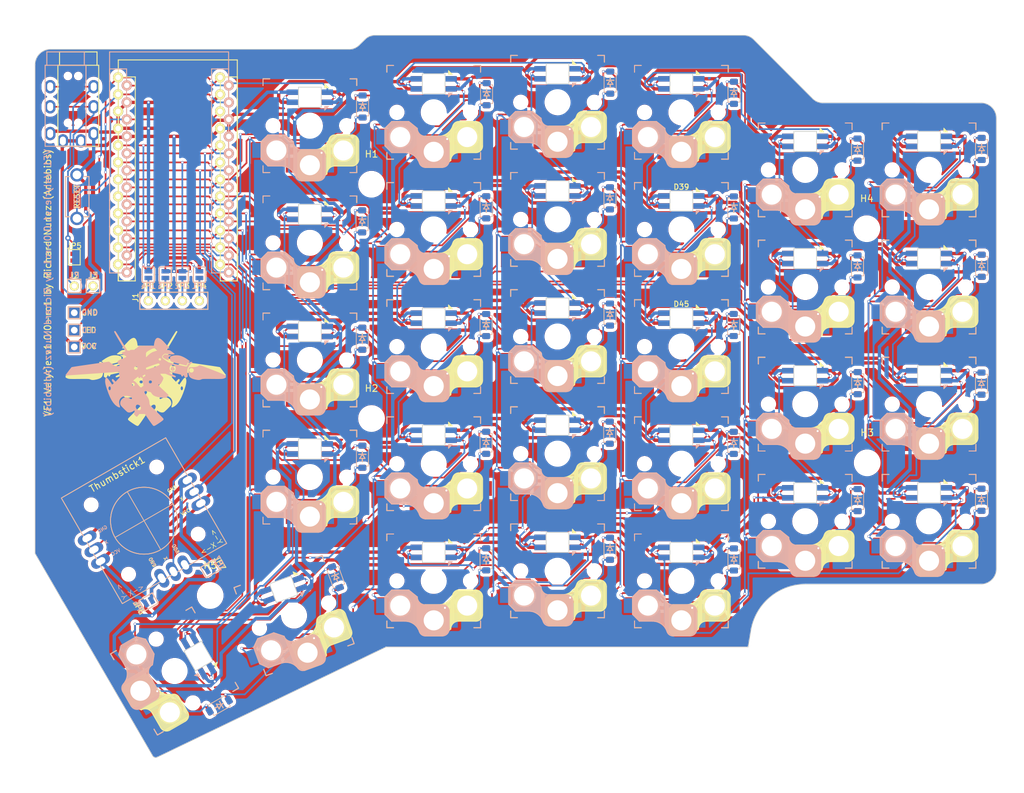
<source format=kicad_pcb>
(kicad_pcb (version 20221018) (generator pcbnew)
  (layers (0 "F.Cu" signal) (31 "B.Cu" signal) (34 "B.Paste" user) (35 "F.Paste" user) (36 "B.SilkS" user "B.Silkscreen") (37 "F.SilkS" user "F.Silkscreen") (38 "B.Mask" user) (39 "F.Mask" user) (44 "Edge.Cuts" user))
  (net 0 "")
  (net 1 "Row 0")
  (net 2 "Net-(D1-A)")
  (net 3 "Net-(D2-A)")
  (net 4 "Net-(D3-A)")
  (net 5 "Net-(D4-A)")
  (net 6 "Net-(D5-A)")
  (net 7 "Net-(D6-A)")
  (net 8 "Row 1")
  (net 9 "Net-(D7-A)")
  (net 10 "Net-(D8-A)")
  (net 11 "Net-(D9-A)")
  (net 12 "Net-(D10-A)")
  (net 13 "Net-(D11-A)")
  (net 14 "Net-(D12-A)")
  (net 15 "Row 2")
  (net 16 "Net-(D13-A)")
  (net 17 "Net-(D14-A)")
  (net 18 "Net-(D15-A)")
  (net 19 "Net-(D16-A)")
  (net 20 "Net-(D17-A)")
  (net 21 "Net-(D18-A)")
  (net 22 "Column 0")
  (net 23 "Column 1")
  (net 24 "Column 2")
  (net 25 "Column 3")
  (net 26 "Column 4")
  (net 27 "Column 5")
  (net 28 "GND")
  (net 29 "VCC")
  (net 30 "Net-(D30-DOUT)")
  (net 31 "Net-(D31-DOUT)")
  (net 32 "Net-(D32-DOUT)")
  (net 33 "Net-(D33-DOUT)")
  (net 34 "Net-(D34-DOUT)")
  (net 35 "Net-(D31-DIN)")
  (net 36 "LED")
  (net 37 "DATA")
  (net 38 "SDA")
  (net 39 "SCL")
  (net 40 "Row 3")
  (net 41 "Row 4")
  (net 42 "Net-(D35-DIN)")
  (net 43 "Net-(D40-DOUT)")
  (net 44 "Net-(D33-DIN)")
  (net 45 "unconnected-(D35-DOUT-Pad2)")
  (net 46 "Net-(D45-DIN)")
  (net 47 "Net-(D36-DOUT)")
  (net 48 "Net-(D47-DIN)")
  (net 49 "Net-(D54-DOUT)")
  (net 50 "Net-(D50-DOUT)")
  (net 51 "Net-(D38-DOUT)")
  (net 52 "Net-(D52-DOUT)")
  (net 53 "Net-(D39-DIN)")
  (net 54 "RESET")
  (net 55 "unconnected-(U1-4{slash}PD4-Pad7)")
  (net 56 "Net-(J3-Pin_1)")
  (net 57 "Net-(D19-A)")
  (net 58 "Net-(D20-A)")
  (net 59 "Net-(D21-A)")
  (net 60 "Net-(D22-A)")
  (net 61 "Net-(D23-A)")
  (net 62 "Net-(D24-A)")
  (net 63 "Net-(D25-A)")
  (net 64 "Net-(D26-A)")
  (net 65 "Net-(D27-A)")
  (net 66 "Net-(D28-A)")
  (net 67 "Net-(D29-A)")
  (net 68 "Net-(D41-DIN)")
  (net 69 "Net-(D37-DIN)")
  (net 70 "Net-(D43-DIN)")
  (net 71 "Net-(D46-DOUT)")
  (net 72 "Net-(D48-DOUT)")
  (net 73 "Net-(D42-DOUT)")
  (net 74 "Net-(D49-DIN)")
  (net 75 "Net-(D44-DOUT)")
  (net 76 "Net-(D51-DIN)")
  (net 77 "Net-(D53-DIN)")
  (net 78 "Net-(D56-DOUT)")
  (net 79 "Net-(J1-P1)")
  (net 80 "Net-(J1-P2)")
  (net 81 "Net-(J1-P3)")
  (net 82 "Net-(J1-P4)")
  (net 83 "Net-(J2-Pin_1)")
  (net 84 "unconnected-(U1-RAW-Pad24)")
  (net 85 "Net-(JP6-A)")
  (net 86 "ThumbX")
  (net 87 "ThumbY")
  (net 88 "Net-(JP7-A)")
  (footprint "mylocal_footprints:Choc_Hotswap-double-sided" (layer "F.Cu") (at 142.231753 118.615542 180)
    (fp_text reference "S28" hide)
    (fp_text value "Keyswitch" hide)
  )
  (footprint "mylocal_footprints:SK6812-MINI-E-double-side" (layer "F.Cu") (at 179.231753 89.465542)
    (fp_text reference "D46" hide)
    (fp_text value "SK6812MINI-E" hide)
    (fp_line (start -1.7 -1.5) (end 1.7 -1.5) (stroke (width 0.12)) (layer "Edge.Cuts"))
    (fp_line (start -1.7 1.5) (end -1.7 -1.5) (stroke (width 0.12)) (layer "Edge.Cuts"))
    (fp_line (start 1.7 -1.5) (end 1.7 1.5) (stroke (width 0.12)) (layer "Edge.Cuts"))
    (fp_line (start 1.7 1.5) (end -1.7 1.5) (stroke (width 0.12)) (layer "Edge.Cuts"))
  )
  (footprint "mylocal_footprints:SK6812-MINI-E-double-side" (layer "F.Cu") (at 179.231753 54.465542)
    (fp_text reference "D34" hide)
    (fp_text value "SK6812MINI-E" hide)
    (fp_line (start -1.7 -1.5) (end 1.7 -1.5) (stroke (width 0.12)) (layer "Edge.Cuts"))
    (fp_line (start -1.7 1.5) (end -1.7 -1.5) (stroke (width 0.12)) (layer "Edge.Cuts"))
    (fp_line (start 1.7 -1.5) (end 1.7 1.5) (stroke (width 0.12)) (layer "Edge.Cuts"))
    (fp_line (start 1.7 1.5) (end -1.7 1.5) (stroke (width 0.12)) (layer "Edge.Cuts"))
  )
  (footprint "MountingHole:MountingHole_3.5mm" (layer "F.Cu") (at 114.44 95.86)
    (fp_text reference "H2")
    (fp_text value "Mounting_Hole")
  )
  (footprint "mylocal_footprints:Mini 2-Axis Analog Thumbstick" (layer "F.Cu") (at 80.45 111.13 30)
    (fp_text reference "Thumbstick1")
    (fp_text value "~")
  )
  (footprint "mylocal_footprints:SK6812-MINI-E-double-side" (layer "F.Cu") (at 142.231753 79.365542)
    (fp_text reference "D44" hide)
    (fp_text value "SK6812MINI-E" hide)
    (fp_line (start -1.7 -1.5) (end 1.7 -1.5) (stroke (width 0.12)) (layer "Edge.Cuts"))
    (fp_line (start -1.7 1.5) (end -1.7 -1.5) (stroke (width 0.12)) (layer "Edge.Cuts"))
    (fp_line (start 1.7 -1.5) (end 1.7 1.5) (stroke (width 0.12)) (layer "Edge.Cuts"))
    (fp_line (start 1.7 1.5) (end -1.7 1.5) (stroke (width 0.12)) (layer "Edge.Cuts"))
  )
  (footprint "mylocal_footprints:SK6812-MINI-E-double-side" (layer "F.Cu") (at 197.731753 106.965542)
    (fp_text reference "D53" hide)
    (fp_text value "SK6812MINI-E" hide)
    (fp_line (start -1.7 -1.5) (end 1.7 -1.5) (stroke (width 0.12)) (layer "Edge.Cuts"))
    (fp_line (start -1.7 1.5) (end -1.7 -1.5) (stroke (width 0.12)) (layer "Edge.Cuts"))
    (fp_line (start 1.7 -1.5) (end 1.7 1.5) (stroke (width 0.12)) (layer "Edge.Cuts"))
    (fp_line (start 1.7 1.5) (end -1.7 1.5) (stroke (width 0.12)) (layer "Edge.Cuts"))
  )
  (footprint "mylocal_footprints:jumper_data-MOD" (layer "F.Cu") (at 86.179753 74.37038 90)
    (fp_text reference "JP3")
    (fp_text value "Jumper" hide)
  )
  (footprint "mylocal_footprints:SK6812-MINI-E-double-side" (layer "F.Cu") (at 88.578021 131.341084 -60)
    (fp_text reference "D54" hide)
    (fp_text value "SK6812MINI-E" hide)
    (fp_line (start -1.7 -1.5) (end 1.7 -1.5) (stroke (width 0.12)) (layer "Edge.Cuts"))
    (fp_line (start -1.7 1.5) (end -1.7 -1.5) (stroke (width 0.12)) (layer "Edge.Cuts"))
    (fp_line (start 1.7 -1.5) (end 1.7 1.5) (stroke (width 0.12)) (layer "Edge.Cuts"))
    (fp_line (start 1.7 1.5) (end -1.7 1.5) (stroke (width 0.12)) (layer "Edge.Cuts"))
  )
  (footprint "mylocal_footprints:SK6812-MINI-E-double-side" (layer "F.Cu") (at 142.231753 114.365542)
    (fp_text reference "D57" hide)
    (fp_text value "SK6812MINI-E" hide)
    (fp_line (start -1.7 -1.5) (end 1.7 -1.5) (stroke (width 0.12)) (layer "Edge.Cuts"))
    (fp_line (start -1.7 1.5) (end -1.7 -1.5) (stroke (width 0.12)) (layer "Edge.Cuts"))
    (fp_line (start 1.7 -1.5) (end 1.7 1.5) (stroke (width 0.12)) (layer "Edge.Cuts"))
    (fp_line (start 1.7 1.5) (end -1.7 1.5) (stroke (width 0.12)) (layer "Edge.Cuts"))
  )
  (footprint "mylocal_footprints:Choc_Hotswap-double-sided" (layer "F.Cu") (at 123.731753 50.115542 180)
    (fp_text reference "S2" hide)
    (fp_text value "Keyswitch" hide)
  )
  (footprint "mylocal_footprints:Choc_Hotswap-double-sided" (layer "F.Cu") (at 160.731753 120.115542 180)
    (fp_text reference "S29" hide)
    (fp_text value "Keyswitch" hide)
  )
  (footprint "untitled:1pin_conn" (layer "F.Cu") (at 72.831753 76.065542)
    (fp_text reference "J3")
    (fp_text value "i2c" hide)
  )
  (footprint "mylocal_footprints:SK6812-MINI-E-double-side" (layer "F.Cu") (at 160.731753 98.365542)
    (fp_text reference "D51" hide)
    (fp_text value "SK6812MINI-E" hide)
    (fp_line (start -1.7 -1.5) (end 1.7 -1.5) (stroke (width 0.12)) (layer "Edge.Cuts"))
    (fp_line (start -1.7 1.5) (end -1.7 -1.5) (stroke (width 0.12)) (layer "Edge.Cuts"))
    (fp_line (start 1.7 -1.5) (end 1.7 1.5) (stroke (width 0.12)) (layer "Edge.Cuts"))
    (fp_line (start 1.7 1.5) (end -1.7 1.5) (stroke (width 0.12)) (layer "Edge.Cuts"))
  )
  (footprint "mylocal_footprints:Choc_Hotswap-double-sided" (layer "F.Cu") (at 179.231753 93.715542 180)
    (fp_text reference "S17" hide)
    (fp_text value "Keyswitch" hide)
  )
  (footprint "mylocal_footprints:ProMicro" (layer "F.Cu") (at 85.4 59.67)
    (fp_text reference "U1" hide)
    (fp_text value "Elite-Pi_RP2040" hide)
  )
  (footprint "mylocal_footprints:Choc_Hotswap-double-sided" (layer "F.Cu") (at 142.231753 66.115542 180)
    (fp_text reference "S9" hide)
    (fp_text value "Keyswitch" hide)
  )
  (footprint "mylocal_footprints:Choc_Hotswap-double-sided" (layer "F.Cu") (at 102.867959 125.306653 -160)
    (fp_text reference "S26" hide)
    (fp_text value "Keyswitch" hide)
  )
  (footprint "mylocal_footprints:Choc_Hotswap-double-sided" (layer "F.Cu") (at 197.731753 76.215542 180)
    (fp_text reference "S12" hide)
    (fp_text value "Keyswitch" hide)
  )
  (footprint "mylocal_footprints:SK6812-MINI-E-double-side" (layer "F.Cu") (at 105.231753 82.865542)
    (fp_text reference "D42" hide)
    (fp_text value "SK6812MINI-E" hide)
    (fp_line (start -1.7 -1.5) (end 1.7 -1.5) (stroke (width 0.12)) (layer "Edge.Cuts"))
    (fp_line (start -1.7 1.5) (end -1.7 -1.5) (stroke (width 0.12)) (layer "Edge.Cuts"))
    (fp_line (start 1.7 -1.5) (end 1.7 1.5) (stroke (width 0.12)) (layer "Edge.Cuts"))
    (fp_line (start 1.7 1.5) (end -1.7 1.5) (stroke (width 0.12)) (layer "Edge.Cuts"))
  )
  (footprint "mylocal_footprints:SK6812-MINI-E-double-side" (layer "F.Cu") (at 123.731753 115.865542)
    (fp_text reference "D56" hide)
    (fp_text value "SK6812MINI-E" hide)
    (fp_line (start -1.7 -1.5) (end 1.7 -1.5) (stroke (width 0.12)) (layer "Edge.Cuts"))
    (fp_line (start -1.7 1.5) (end -1.7 -1.5) (stroke (width 0.12)) (layer "Edge.Cuts"))
    (fp_line (start 1.7 -1.5) (end 1.7 1.5) (stroke (width 0.12)) (layer "Edge.Cuts"))
    (fp_line (start 1.7 1.5) (end -1.7 1.5) (stroke (width 0.12)) (layer "Edge.Cuts"))
  )
  (footprint "mylocal_footprints:jumper_data-MOD" (layer "F.Cu") (at 90.31 118.31 -150)
    (fp_text reference "JP7")
    (fp_text value "Jumper" hide)
  )
  (footprint "mylocal_footprints:SK6812-MINI-E-double-side" (layer "F.Cu") (at 142.231753 96.865542)
    (fp_text reference "D50" hide)
    (fp_text value "SK6812MINI-E" hide)
    (fp_line (start -1.7 -1.5) (end 1.7 -1.5) (stroke (width 0.12)) (layer "Edge.Cuts"))
    (fp_line (start -1.7 1.5) (end -1.7 -1.5) (stroke (width 0.12)) (layer "Edge.Cuts"))
    (fp_line (start 1.7 -1.5) (end 1.7 1.5) (stroke (width 0.12)) (layer "Edge.Cuts"))
    (fp_line (start 1.7 1.5) (end -1.7 1.5) (stroke (width 0.12)) (layer "Edge.Cuts"))
  )
  (footprint "mylocal_footprints:Choc_Hotswap-double-sided" (layer "F.Cu") (at 142.231753 48.615542 180)
    (fp_text reference "S3" hide)
    (fp_text value "Keyswitch" hide)
  )
  (footprint "mylocal_footprints:SK6812-MINI-E-double-side" (layer "F.Cu") (at 179.231753 106.965542)
    (fp_text reference "D52" hide)
    (fp_text value "SK6812MINI-E" hide)
    (fp_line (start -1.7 -1.5) (end 1.7 -1.5) (stroke (width 0.12)) (layer "Edge.Cuts"))
    (fp_line (start -1.7 1.5) (end -1.7 -1.5) (stroke (width 0.12)) (layer "Edge.Cuts"))
    (fp_line (start 1.7 -1.5) (end 1.7 1.5) (stroke (width 0.12)) (layer "Edge.Cuts"))
    (fp_line (start 1.7 1.5) (end -1.7 1.5) (stroke (width 0.12)) (layer "Edge.Cuts"))
  )
  (footprint "mylocal_footprints:SK6812-MINI-E-double-side" (layer "F.Cu") (at 123.731753 63.365542)
    (fp_text reference "D37" hide)
    (fp_text value "SK6812MINI-E" hide)
    (fp_line (start -1.7 -1.5) (end 1.7 -1.5) (stroke (width 0.12)) (layer "Edge.Cuts"))
    (fp_line (start -1.7 1.5) (end -1.7 -1.5) (stroke (width 0.12)) (layer "Edge.Cuts"))
    (fp_line (start 1.7 -1.5) (end 1.7 1.5) (stroke (width 0.12)) (layer "Edge.Cuts"))
    (fp_line (start 1.7 1.5) (end -1.7 1.5) (stroke (width 0.12)) (layer "Edge.Cuts"))
  )
  (footprint "mylocal_footprints:Choc_Hotswap-double-sided" (layer "F.Cu") (at 142.231753 83.615542 180)
    (fp_text reference "S15" hide)
    (fp_text value "Keyswitch" hide)
  )
  (footprint "mylocal_footprints:Choc_Hotswap-double-sided" (layer "F.Cu") (at 160.731753 85.115542 180)
    (fp_text reference "S16" hide)
    (fp_text value "Keyswitch" hide)
  )
  (footprint "mylocal_footprints:jumper_data-MOD" (layer "F.Cu") (at 88.719753 74.37038 90)
    (fp_text reference "JP4")
    (fp_text value "Jumper" hide)
  )
  (footprint "mylocal_footprints:Choc_Hotswap-double-sided" (layer "F.Cu") (at 179.231753 76.215542 180)
    (fp_text reference "S11" hide)
    (fp_text value "Keyswitch" hide)
  )
  (footprint "mylocal_footprints:Choc_Hotswap-double-sided" (layer "F.Cu") (at 197.731753 93.715542 180)
    (fp_text reference "S18" hide)
    (fp_text value "Keyswitch" hide)
  )
  (footprint "mylocal_footprints:Choc_Hotswap-double-sided" (layer "F.Cu") (at 123.731753 67.615542 180)
    (fp_text reference "S8" hide)
    (fp_text value "Keyswitch" hide)
  )
  (footprint "mylocal_footprints:Choc_Hotswap-double-sided" (layer "F.Cu") (at 160.731753 50.115542 180)
    (fp_text reference "S4" hide)
    (fp_text value "Keyswitch" hide)
  )
  (footprint "mylocal_footprints:Choc_Hotswap-double-sided" (layer "F.Cu") (at 105.231753 104.615542 180)
    (fp_text reference "S19" hide)
    (fp_text value "Keyswitch" hide)
  )
  (footprint "mylocal_footprints:Choc_Hotswap-double-sided" (layer "F.Cu") (at 105.231753 87.115542 180)
    (fp_text reference "S13" hide)
    (fp_text value "Keyswitch" hide)
  )
  (footprint "mylocal_footprints:SK6812-MINI-E-double-side" (layer "F.Cu") (at 197.731753 71.965542)
    (fp_text reference "D41" hide)
    (fp_text value "SK6812MINI-E" hide)
    (fp_line (start -1.7 -1.5) (end 1.7 -1.5) (stroke (width 0.12)) (layer "Edge.Cuts"))
    (fp_line (start -1.7 1.5) (end -1.7 -1.5) (stroke (width 0.12)) (layer "Edge.Cuts"))
    (fp_line (start 1.7 -1.5) (end 1.7 1.5) (stroke (width 0.12)) (layer "Edge.Cuts"))
    (fp_line (start 1.7 1.5) (end -1.7 1.5) (stroke (width 0.12)) (layer "Edge.Cuts"))
  )
  (footprint "mylocal_footprints:Choc_Hotswap-double-sided" (layer "F.Cu") (at 197.731753 111.215542 180)
    (fp_text reference "S24" hide)
    (fp_text value "Keyswitch" hide)
  )
  (footprint "MountingHole:MountingHole_3.5mm" (layer "F.Cu") (at 114.44 60.86)
    (fp_text reference "H1")
    (fp_text value "Mounting_Hole")
  )
  (footprint "mylocal_footprints:SK6812-MINI-E-double-side" (layer "F.Cu") (at 160.731753 63.365542)
    (fp_text reference "D39")
    (fp_text value "SK6812MINI-E" hide)
    (fp_line (start -1.7 -1.5) (end 1.7 -1.5) (stroke (width 0.12)) (layer "Edge.Cuts"))
    (fp_line (start -1.7 1.5) (end -1.7 -1.5) (stroke (width 0.12)) (layer "Edge.Cuts"))
    (fp_line (start 1.7 -1.5) (end 1.7 1.5) (stroke (width 0.12)) (layer "Edge.Cuts"))
    (fp_line (start 1.7 1.5) (end -1.7 1.5) (stroke (width 0.12)) (layer "Edge.Cuts"))
  )
  (footprint "mylocal_footprints:SK6812-MINI-E-double-side" (layer "F.Cu") (at 123.731753 80.865542)
    (fp_text reference "D43" hide)
    (fp_text value "SK6812MINI-E" hide)
    (fp_line (start -1.7 -1.5) (end 1.7 -1.5) (stroke (width 0.12)) (layer "Edge.Cuts"))
    (fp_line (start -1.7 1.5) (end -1.7 -1.5) (stroke (width 0.12)) (layer "Edge.Cuts"))
    (fp_line (start 1.7 -1.5) (end 1.7 1.5) (stroke (width 0.12)) (layer "Edge.Cuts"))
    (fp_line (start 1.7 1.5) (end -1.7 1.5) (stroke (width 0.12)) (layer "Edge.Cuts"))
  )
  (footprint "mylocal_footprints:SK6812-MINI-E-double-side" (layer "F.Cu") (at 105.231753 100.415542)
    (fp_text reference "D48" hide)
    (fp_text value "SK6812MINI-E" hide)
    (fp_line (start -1.7 -1.5) (end 1.7 -1.5) (stroke (width 0.12)) (layer "Edge.Cuts"))
    (fp_line (start -1.7 1.5) (end -1.7 -1.5) (stroke (width 0.12)) (layer "Edge.Cuts"))
    (fp_line (start 1.7 -1.5) (end 1.7 1.5) (stroke (width 0.12)) (layer "Edge.Cuts"))
    (fp_line (start 1.7 1.5) (end -1.7 1.5) (stroke (width 0.12)) (layer "Edge.Cuts"))
  )
  (footprint "mylocal_footprints:Choc_Hotswap-double-sided" (layer "F.Cu") (at 160.731753 102.615542 180)
    (fp_text reference "S22" hide)
    (fp_text value "Keyswitch" hide)
  )
  (footprint "mylocal_footprints:SK6812-MINI-E-double-side" (layer "F.Cu") (at 197.731753 54.465542)
    (fp_text reference "D35" hide)
    (fp_text value "SK6812MINI-E" hide)
    (fp_line (start -1.7 -1.5) (end 1.7 -1.5) (stroke (width 0.12)) (layer "Edge.Cuts"))
    (fp_line (start -1.7 1.5) (end -1.7 -1.5) (stroke (width 0.12)) (layer "Edge.Cuts"))
    (fp_line (start 1.7 -1.5) (end 1.7 1.5) (stroke (width 0.12)) (layer "Edge.Cuts"))
    (fp_line (start 1.7 1.5) (end -1.7 1.5) (stroke (width 0.12)) (layer "Edge.Cuts"))
  )
  (footprint "untitled:TACT_SWITCH_TVBP06" (layer "F.Cu") (at 70.431753 62.715542 -90)
    (fp_text reference "RSW1" hide)
    (fp_text value "SW_RST" hide)
  )
  (footprint "mylocal_footprints:SK6812-MINI-E-double-side" (layer "F.Cu") (at 179.231753 71.965542)
    (fp_text reference "D40" hide)
    (fp_text value "SK6812MINI-E" hide)
    (fp_line (start -1.7 -1.5) (end 1.7 -1.5) (stroke (width 0.12)) (layer "Edge.Cuts"))
    (fp_line (start -1.7 1.5) (end -1.7 -1.5) (stroke (width 0.12)) (layer "Edge.Cuts"))
    (fp_line (start 1.7 -1.5) (end 1.7 1.5) (stroke (width 0.12)) (layer "Edge.Cuts"))
    (fp_line (start 1.7 1.5) (end -1.7 1.5) (stroke (width 0.12)) (layer "Edge.Cuts"))
  )
  (footprint "mylocal_footprints:SK6812-MINI-E-double-side" (layer "F.Cu") (at 160.731753 45.865542)
    (fp_text reference "D33" hide)
    (fp_text value "SK6812MINI-E" hide)
    (fp_line (start -1.7 -1.5) (end 1.7 -1.5) (stroke (width 0.12)) (layer "Edge.Cuts"))
    (fp_line (start -1.7 1.5) (end -1.7 -1.5) (stroke (width 0.12)) (layer "Edge.Cuts"))
    (fp_line (start 1.7 -1.5) (end 1.7 1.5) (stroke (width 0.12)) (layer "Edge.Cuts"))
    (fp_line (start 1.7 1.5) (end -1.7 1.5) (stroke (width 0.12)) (layer "Edge.Cuts"))
  )
  (footprint "untitled:OLED_4Pin" (layer "F.Cu") (at 81.099753 78.269542)
    (fp_text reference "J1")
    (fp_text value "OLED" hide)
  )
  (footprint "MountingHole:MountingHole_3.5mm" (layer "F.Cu") (at 90.34 122.3)
    (fp_text reference "H5")
    (fp_text value "Mounting_Hole")
  )
  (footprint "untitled:1pin_conn" (layer "F.Cu") (at 70.031753 76.065542)
    (fp_text reference "J2")
    (fp_text value "i2c" hide)
  )
  (footprint "mylocal_footprints:SK6812-MINI-E-double-side" (layer "F.Cu") (at 123.731753 45.865542)
    (fp_text reference "D31" hide)
    (fp_text value "SK6812MINI-E" hide)
    (fp_line (start -1.7 -1.5) (end 1.7 -1.5) (stroke (width 0.12)) (layer "Edge.Cuts"))
    (fp_line (start -1.7 1.5) (end -1.7 -1.5) (stroke (width 0.12)) (layer "Edge.Cuts"))
    (fp_line (start 1.7 -1.5) (end 1.7 1.5) (stroke (width 0.12)) (layer "Edge.Cuts"))
    (fp_line (start 1.7 1.5) (end -1.7 1.5) (stroke (width 0.12)) (layer "Edge.Cuts"))
  )
  (footprint "mylocal_footprints:Choc_Hotswap-double-sided" (layer "F.Cu") (at 105.232 52.116 180)
    (fp_text reference "S1" hide)
    (fp_text value "Keyswitch" hide)
  )
  (footprint "mylocal_footprints:Choc_Hotswap-double-sided" (layer "F.Cu") (at 197.731753 58.715542 180)
    (fp_text reference "S6" hide)
    (fp_text value "Keyswitch" hide)
  )
  (footprint "untitled:LED" (layer "F.Cu") (at 70.031753 85.165542 180)
    (fp_text reference "J4" hide)
    (fp_text value "LED" hide)
  )
  (footprint "mylocal_footprints:SK6812-MINI-E-double-side" (layer "F.Cu") (at 197.731753 89.465542)
    (fp_text reference "D47" hide)
    (fp_text value "SK6812MINI-E" hide)
    (fp_line (start -1.7 -1.5) (end 1.7 -1.5) (stroke (width 0.12)) (layer "Edge.Cuts"))
    (fp_line (start -1.7 1.5) (end -1.7 -1.5) (stroke (width 0.12)) (layer "Edge.Cuts"))
    (fp_line (start 1.7 -1.5) (end 1.7 1.5) (stroke (width 0.12)) (layer "Edge.Cuts"))
    (fp_line (start 1.7 1.5) (end -1.7 1.5) (stroke (width 0.12)) (layer "Edge.Cuts"))
  )
  (footprint "mylocal_footprints:Choc_Hotswap-double-sided" (layer "F.Cu") (at 160.731753 67.615542 180)
    (fp_text reference "S10" hide)
    (fp_text value "Keyswitch" hide)
  )
  (footprint "mylocal_footprints:TRRS-PJ-320A-double-sided" (layer "F.Cu") (at 70.631753 43.089542)
    (fp_text reference "U2")
    (fp_text value "TRRS")
  )
  (footprint "MountingHole:MountingHole_3.5mm" (layer "F.Cu") (at 188.43 67.5)
    (fp_text reference "H4")
    (fp_text value "Mounting_Hole")
  )
  (footprint "mylocal_footprints:SK6812-MINI-E-double-side" (layer "F.Cu") (at 105.231753 65.365542)
    (fp_text reference "D36" hide)
    (fp_text value "SK6812MINI-E" hide)
    (fp_line (start -1.7 -1.5) (end 1.7 -1.5) (stroke (width 0.12)) (layer "Edge.Cuts"))
    (fp_line (start -1.7 1.5) (end -1.7 -1.5) (stroke (width 0.12)) (layer "Edge.Cuts"))
    (fp_line (start 1.7 -1.5) (end 1.7 1.5) (stroke (width 0.12)) (layer "Edge.Cuts"))
    (fp_line (start 1.7 1.5) (end -1.7 1.5) (stroke (width 0.12)) (layer "Edge.Cuts"))
  )
  (footprint "mylocal_footprints:Choc_Hotswap-double-sided" (layer "F.Cu") (at 123.731753 120.115542 180)
    (fp_text reference "S27" hide)
    (fp_text value "Keyswitch" hide)
  )
  (footprint "mylocal_footprints:Choc_Hotswap-double-sided" (layer "F.Cu") (at 123.731753 102.615542 180)
    (fp_text reference "S20" hide)
    (fp_text value "Keyswitch" hide)
  )
  (footprint "mylocal_footprints:jumper_data-MOD" (layer "F.Cu") (at 81.14 123.26 30)
    (fp_text reference "JP6")
    (fp_text value "Jumper" hide)
  )
  (footprint "mylocal_footprints:SK6812-MINI-E-double-side" (layer "F.Cu") (at 142.231753 61.865542)
    (fp_text reference "D38" hide)
    (fp_text value "SK6812MINI-E" hide)
    (fp_line (start -1.7 -1.5) (end 1.7 -1.5) (stroke (width 0.12)) (layer "Edge.Cuts"))
    (fp_line (start -1.7 1.5) (end -1.7 -1.5) (stroke (width 0.12)) (layer "Edge.Cuts"))
    (fp_line (start 1.7 -1.5) (end 1.7 1.5) (stroke (width 0.12)) (layer "Edge.Cuts"))
    (fp_line (start 1.7 1.5) (end -1.7 1.5) (stroke (width 0.12)) (layer "Edge.Cuts"))
  )
  (footprint "mylocal_footprints:Choc_Hotswap-double-sided" (layer "F.Cu") (at 123.731753 85.115542 180)
    (fp_text reference "S14" hide)
    (fp_text value "Keyswitch" hide)
  )
  (footprint "mylocal_footprints:SK6812-MINI-E-double-side" (layer "F.Cu") (at 142.231753 44.365542)
    (fp_text reference "D32" hide)
    (fp_text value "SK6812MINI-E" hide)
    (fp_line (start -1.7 -1.5) (end 1.7 -1.5) (stroke (width 0.12)) (layer "Edge.Cuts"))
    (fp_line (start -1.7 1.5) (end -1.7 -1.5) (stroke (width 0.12)) (layer "Edge.Cuts"))
    (fp_line (start 1.7 -1.5) (end 1.7 1.5) (stroke (width 0.12)) (layer "Edge.Cuts"))
    (fp_line (start 1.7 1.5) (end -1.7 1.5) (stroke (width 0.12)) (layer "Edge.Cuts"))
  )
  (footprint "mylocal_footprints:Choc_Hotswap-double-sided" (layer "F.Cu") (at 85.016268 133.585542 120)
    (fp_text reference "S25" hide)
    (fp_text value "Keyswitch" hide)
  )
  (footprint "mylocal_footprints:SK6812-MINI-E-double-side" (layer "F.Cu") (at 101.314515 121.38 20)
    (fp_text reference "D55" hide)
    (fp_text value "SK6812MINI-E" hide)
    (fp_line (start -1.7 -1.5) (end 1.7 -1.5) (stroke (width 0.12)) (layer "Edge.Cuts"))
    (fp_line (start -1.7 1.5) (end -1.7 -1.5) (stroke (width 0.12)) (layer "Edge.Cuts"))
    (fp_line (start 1.7 -1.5) (end 1.7 1.5) (stroke (width 0.12)) (layer "Edge.Cuts"))
    (fp_line (start 1.7 1.5) (end -1.7 1.5) (stroke (width 0.12)) (layer "Edge.Cuts"))
  )
  (footprint "mylocal_footprints:Choc_Hotswap-double-sided" (layer "F.Cu") (at 105.231753 69.615542 180)
    (fp_text reference "S7" hide)
    (fp_text value "Keyswitch" hide)
  )
  (footprint "mylocal_footprints:vf1-valkyrie" (layer "F.Cu") (at 80.71 89.86)
    (fp_text reference "G***")
    (fp_text value "LOGO" hide)
  )
  (footprint "mylocal_footprints:jumper_data-MOD" (layer "F.Cu") (at 83.639753 74.37038 90)
    (fp_text reference "JP2")
    (fp_text value "Jumper" hide)
  )
  (footprint "mylocal_footprints:Choc_Hotswap-double-sided" (layer "F.Cu") (at 142.231753 101.115542 180)
    (fp_text reference "S21" hide)
    (fp_text value "Keyswitch" hide)
  )
  (footprint "MountingHole:MountingHole_3.5mm" (layer "F.Cu") (at 188.49 102.48)
    (fp_text reference "H3")
    (fp_text value "Mounting_Hole")
  )
  (footprint "mylocal_footprints:SK6812-MINI-E-double-side" (layer "F.Cu") (at 160.731753 80.865542)
    (fp_text reference "D45")
    (fp_text value "SK6812MINI-E" hide)
    (fp_line (start -1.7 -1.5) (end 1.7 -1.5) (stroke (width 0.12)) (layer "Edge.Cuts"))
    (fp_line (start -1.7 1.5) (end -1.7 -1.5) (stroke (width 0.12)) (layer "Edge.Cuts"))
    (fp_line (start 1.7 -1.5) (end 1.7 1.5) (stroke (width 0.12)) (layer "Edge.Cuts"))
    (fp_line (start 1.7 1.5) (end -1.7 1.5) (stroke (width 0.12)) (layer "Edge.Cuts"))
  )
  (footprint "mylocal_footprints:SK6812-MINI-E-double-side" (layer "F.Cu") (at 160.731753 115.865542)
    (fp_text reference "D58" hide)
    (fp_text value "SK6812MINI-E" hide)
    (fp_line (start -1.7 -1.5) (end 1.7 -1.5) (stroke (width 0.12)) (layer "Edge.Cuts"))
    (fp_line (start -1.7 1.5) (end -1.7 -1.5) (stroke (width 0.12)) (layer "Edge.Cuts"))
    (fp_line (start 1.7 -1.5) (end 1.7 1.5) (stroke (width 0.12)) (layer "Edge.Cuts"))
    (fp_line (start 1.7 1.5) (end -1.7 1.5) (stroke (width 0.12)) (layer "Edge.Cuts"))
  )
  (footprint "mylocal_footprints:SK6812-MINI-E-double-side" (layer "F.Cu") (at 105.231753 47.865542)
    (fp_text reference "D30" hide)
    (fp_text value "SK6812MINI-E" hide)
    (fp_line (start -1.7 -1.5) (end 1.7 -1.5) (stroke (width 0.12)) (layer "Edge.Cuts"))
    (fp_line (start -1.7 1.5) (end -1.7 -1.5) (stroke (width 0.12)) (layer "Edge.Cuts"))
    (fp_line (start 1.7 -1.5) (end 1.7 1.5) (stroke (width 0.12)) (layer "Edge.Cuts"))
    (fp_line (start 1.7 1.5) (end -1.7 1.5) (stroke (width 0.12)) (layer "Edge.Cuts"))
  )
  (footprint "mylocal_footprints:Choc_Hotswap-double-sided" (layer "F.Cu") (at 179.231753 58.715542 180)
    (fp_text reference "S5" hide)
    (fp_text value "Keyswitch" hide)
  )
  (footprint "mylocal_footprints:SK6812-MINI-E-double-side" (layer "F.Cu") (at 123.731753 98.365542)
    (fp_text reference "D49" hide)
    (fp_text value "SK6812MINI-E" hide)
    (fp_line (start -1.7 -1.5) (end 1.7 -1.5) (stroke (width 0.12)) (layer "Edge.Cuts"))
    (fp_line (start -1.7 1.5) (end -1.7 -1.5) (stroke (width 0.12)) (layer "Edge.Cuts"))
    (fp_line (start 1.7 -1.5) (end 1.7 1.5) (stroke (width 0.12)) (layer "Edge.Cuts"))
    (fp_line (start 1.7 1.5) (end -1.7 1.5) (stroke (width 0.12)) (layer "Edge.Cuts"))
  )
  (footprint "mylocal_footprints:jumper_data-MOD" (layer "F.Cu") (at 81.099753 74.37038 90)
    (fp_text reference "JP1")
    (fp_text value "Jumper" hide)
  )
  (footprint "mylocal_footprints:Choc_Hotswap-double-sided" (layer "F.Cu") (at 179.231753 111.215542 180)
    (fp_text reference "S23" hide)
    (fp_text value "Keyswitch" hide)
  )
  (footprint "mylocal_footprints:jumper_data-MOD" (layer "F.Cu") (at 70.031753 71.765922 -90)
    (fp_text reference "JP5")
    (fp_text value "Jumper" hide)
  )
  (footprint "mylocal_footprints:Diode_SOD-123-double-sided" (layer "B.Cu") (at 205.57 108 -90)
    (fp_text reference "D24" hide)
    (fp_text value "Diode" hide)
  )
  (footprint "mylocal_footprints:Diode_SOD-123-double-sided" (layer "B.Cu") (at 168.55 81.89 -90)
    (fp_text reference "D16" hide)
    (fp_text value "Diode" hide)
  )
  (footprint "mylocal_footprints:Diode_SOD-123-double-sided" (layer "B.Cu") (at 168.59 116.92 -90)
    (fp_text reference "D29" hide)
    (fp_text value "Diode" hide)
  )
  (footprint "mylocal_footprints:jumper_data-MOD" (layer "B.Cu") (at 81.099753 74.37038 90)
    (fp_text reference "JP4")
    (fp_text value "Jumper" hide)
  )
  (footprint "mylocal_footprints:Diode_SOD-123-double-sided" (layer "B.Cu") (at 131.57 99.49 -90)
    (fp_text reference "D20" hide)
    (fp_text value "Diode" hide)
  )
  (footprint "mylocal_footprints:Diode_SOD-123-double-sided" (layer "B.Cu") (at 131.64 47.41 -90)
    (fp_text reference "D2" hide)
    (fp_text value "Diode" hide)
  )
  (footprint "mylocal_footprints:Diode_SOD-123-double-sided" (layer "B.Cu") (at 131.57 116.9 -90)
    (fp_text reference "D27" hide)
    (fp_text value "Diode" hide)
  )
  (footprint "mylocal_footprints:Diode_SOD-123-double-sided" (layer "B.Cu") (at 205.57 90.65 -90)
    (fp_text reference "D18" hide)
    (fp_text value "Diode" hide)
  )
  (footprint "mylocal_footprints:Diode_SOD-123-double-sided" (layer "B.Cu") (at 150.03 97.98 -90)
    (fp_text reference "D21" hide)
    (fp_text value "Diode" hide)
  )
  (footprint "mylocal_footprints:Diode_SOD-123-double-sided" (layer "B.Cu") (at 150.07 80.33 -90)
    (fp_text reference "D15" hide)
    (fp_text value "Diode" hide)
  )
  (footprint "mylocal_footprints:jumper_data-MOD" (layer "B.Cu") (at 86.179753 74.36962 90)
    (fp_text reference "JP2")
    (fp_text value "Jumper" hide)
  )
  (footprint "mylocal_footprints:Diode_SOD-123-double-sided" (layer "B.Cu") (at 91.69 138.77 -150)
    (fp_text reference "D25" hide)
    (fp_text value "Diode" hide)
  )
  (footprint "mylocal_footprints:Diode_SOD-123-double-sided" (layer "B.Cu") (at 113.11 49.25 -90)
    (fp_text reference "D1" hide)
    (fp_text value "Diode" hide)
  )
  (footprint "mylocal_footprints:Diode_SOD-123-double-sided" (layer "B.Cu") (at 168.57 64.33 -90)
    (fp_text reference "D10" hide)
    (fp_text value "Diode" hide)
  )
  (footprint "mylocal_footprints:jumper_data-MOD" (layer "B.Cu") (at 83.639753 74.37038 90)
    (fp_text reference "JP3")
    (fp_text value "Jumper" hide)
  )
  (footprint "mylocal_footprints:Diode_SOD-123-double-sided" (layer "B.Cu") (at 150.07 115.32 -90)
    (fp_text reference "D28" hide)
    (fp_text value "Diode" hide)
  )
  (footprint "mylocal_footprints:jumper_data-MOD" (layer "B.Cu") (at 90.306658 118.30019 -150)
    (fp_text reference "JP7")
    (fp_text value "Jumper" hide)
  )
  (footprint "mylocal_footprints:Diode_SOD-123-double-sided" (layer "B.Cu") (at 150.1 45.68 -90)
    (fp_text reference "D3" hide)
    (fp_text value "Diode" hide)
  )
  (footprint "mylocal_footprints:Diode_SOD-123-double-sided" (layer "B.Cu") (at 168.59 47.2 -90)
    (fp_text reference "D4" hide)
    (fp_text value "Diode" hide)
  )
  (footprint "mylocal_footprints:Diode_SOD-123-double-sided" (layer "B.Cu") (at 150.06 62.97 -90)
    (fp_text reference "D9" hide)
    (fp_text value "Diode" hide)
  )
  (footprint "mylocal_footprints:Diode_SOD-123-double-sided" (layer "B.Cu") (at 187.07 108.05 -90)
    (fp_text reference "D23" hide)
    (fp_text value "Diode" hide)
  )
  (footprint "mylocal_footprints:Diode_SOD-123-double-sided" (layer "B.Cu") (at 205.6 73.04 -90)
    (fp_text reference "D12" hide)
    (fp_text value "Diode" hide)
  )
  (footprint "mylocal_footprints:jumper_data-MOD" (layer "B.Cu") (at 88.719753 74.36962 90)
    (fp_text reference "JP1")
    (fp_text value "Jumper" hide)
  )
  (footprint "mylocal_footprints:Diode_SOD-123-double-sided" (layer "B.Cu") (at 131.58 64.31 -90)
    (fp_text reference "D8" hide)
    (fp_text value "Diode" hide)
  )
  (footprint "mylocal_footprints:Diode_SOD-123-double-sided" (layer "B.Cu") (at 113.06 83.94 -90)
    (fp_text reference "D13" hide)
    (fp_text value "Diode" hide)
  )
  (footprint "mylocal_footprints:Diode_SOD-123-double-sided" (layer "B.Cu") (at 113.07 101.57 -90)
    (fp_text reference "D19" hide)
    (fp_text value "Diode" hide)
  )
  (footprint "mylocal_footprints:Diode_SOD-123-double-sided" (layer "B.Cu") (at 205.59 55.59 -90)
    (fp_text reference "D6" hide)
    (fp_text value "Diode" hide)
  )
  (footprint "mylocal_footprints:Diode_SOD-123-double-sided" (layer "B.Cu") (at 187.08 90.58 -90)
    (fp_text reference "D17" hide)
    (fp_text value "Diode" hide)
  )
  (footprint "mylocal_footprints:Diode_SOD-123-double-sided" (layer "B.Cu") (at 187.05 55.69 -90)
    (fp_text reference "D5" hide)
    (fp_text value "Diode" hide)
  )
  (footprint "mylocal_footprints:Diode_SOD-123-double-sided" (layer "B.Cu") (at 113.04 66.41 -90)
    (fp_text reference "D7" hide)
    (fp_text value "Diode" hide)
  )
  (footprint "mylocal_footprints:Diode_SOD-123-double-sided" (layer "B.Cu") (at 109.12 119.57 -70)
    (fp_text reference "D26" hide)
    (fp_text value "Diode" hide)
  )
  (footprint "mylocal_footprints:jumper_data-MOD" (layer "B.Cu") (at 81.14 123.26 30)
    (fp_text reference "JP6")
    (fp_text value "Jumper" hide)
  )
  (footprint "mylocal_footprints:Diode_SOD-123-double-sided" (layer "B.Cu") (at 131.57 81.9 -90)
    (fp_text reference "D14" hide)
    (fp_text value "Diode" hide)
  )
  (footprint "mylocal_footprints:Diode_SOD-123-double-sided" (layer "B.Cu") (at 168.56 99.5 -90)
    (fp_text reference "D22" hide)
    (fp_text value "Diode" hide)
  )
  (footprint "mylocal_footprints:Diode_SOD-123-double-sided" (layer "B.Cu") (at 187.05 73.14 -90)
    (fp_text reference "D11" hide)
    (fp_text value "Diode" hide)
  )
  (footprint "mylocal_footprints:vf1-valkyrie" (layer "B.Cu") (at 80.71 89.86 180)
    (fp_text reference "G***")
    (fp_text value "LOGO" hide)
  )
  (gr_line (start 64.169872 116.02) (end 81.72 146.22) (stroke (width 0.1)) (layer "Edge.Cuts"))
  (gr_line (start 170.705877 130) (end 171.16 127.31) (stroke (width 0.1)) (layer "Edge.Cuts"))
  (gr_line (start 112.557901 40.107572) (end 113.49357 39.196794) (stroke (width 0.1)) (layer "Edge.Cuts"))
  (gr_line (start 116.61 130) (end 170.705877 130) (stroke (width 0.1)) (layer "Edge.Cuts"))
  (gr_line (start 207.800128 118.303038) (end 207.800019 51.009999) (stroke (width 0.1)) (layer "Edge.Cuts"))
  (gr_line (start 82.4479 146.455968) (end 116.61 130) (stroke (width 0.1)) (layer "Edge.Cuts"))
  (gr_line (start 179.31 120.612498) (end 205.480109 120.613036) (stroke (width 0.1)) (layer "Edge.Cuts"))
  (gr_arc (start 205.48 48.700001) (mid 207.119891 49.373037) (end 207.800019 51.009999) (stroke (width 0.1)) (layer "Edge.Cuts"))
  (gr_arc (start 171.160001 127.31) (mid 174.035556 122.50168) (end 179.31 120.612498) (stroke (width 0.1)) (layer "Edge.Cuts"))
  (gr_line (start 205.48 48.7) (end 181.831471 48.695633) (stroke (width 0.1)) (layer "Edge.Cuts"))
  (gr_line (start 180.38357 48.103206) (end 171.49643 39.196794) (stroke (width 0.1)) (layer "Edge.Cuts"))
  (gr_line (start 111.11 40.699999) (end 66.489891 40.696964) (stroke (width 0.1)) (layer "Edge.Cuts"))
  (gr_arc (start 64.169872 43.006962) (mid 64.85 41.37) (end 66.489891 40.696964) (stroke (width 0.1)) (layer "Edge.Cuts"))
  (gr_arc (start 113.49357 39.196794) (mid 114.16 38.76) (end 114.941471 38.604367) (stroke (width 0.1)) (layer "Edge.Cuts"))
  (gr_line (start 64.169872 43.006962) (end 64.169872 116.02) (stroke (width 0.1)) (layer "Edge.Cuts"))
  (gr_arc (start 112.557901 40.107572) (mid 111.891471 40.544366) (end 111.11 40.699999) (stroke (width 0.1)) (layer "Edge.Cuts"))
  (gr_line (start 114.941471 38.604367) (end 170.048529 38.604367) (stroke (width 0.1)) (layer "Edge.Cuts"))
  (gr_arc (start 82.4479 146.455968) (mid 82.034507 146.490502) (end 81.72 146.22) (stroke (width 0.1)) (layer "Edge.Cuts"))
  (gr_arc (start 170.048529 38.604367) (mid 170.83 38.76) (end 171.49643 39.196794) (stroke (width 0.1)) (layer "Edge.Cuts"))
  (gr_arc (start 181.831471 48.695633) (mid 181.05 48.54) (end 180.38357 48.103206) (stroke (width 0.1)) (layer "Edge.Cuts"))
  (gr_arc (start 207.800128 118.303038) (mid 207.12 119.94) (end 205.480109 120.613036) (stroke (width 0.1)) (layer "Edge.Cuts"))
  (gr_text "VF1 Valyrie v1.0.0-rc1 by Richard Nunez (Antebios)\n" (at 66.07 75.6 90) (layer "B.SilkS") (effects (font (size 1 1)) (justify mirror)))
  (gr_text "VF1 Valyrie v1.0.0-rc1 by Richard Nunez (Antebios)\n" (at 66.07 75.6 90) (layer "F.SilkS") (effects (font (size 1 1))))
  (segment (start 139.796396 51.48) (end 138.306938 49.990542) (width 0.25) (layer "F.Cu") (net 1))
  (segment (start 202.703631 57.440542) (end 201.956753 58.18742) (width 0.25) (layer "F.Cu") (net 1))
  (segment (start 149.09 44.03) (end 149.07 44.01) (width 0.25) (layer "F.Cu") (net 1))
  (segment (start 198.79 61.36) (end 194.964257 61.36) (width 0.25) (layer "F.Cu") (net 1))
  (segment (start 170.24 47.2) (end 168.59 45.55) (width 0.25) (layer "F.Cu") (net 1))
  (segment (start 130.62 47.163172) (end 129.488173 48.295) (width 0.25) (layer "F.Cu") (net 1))
  (segment (start 112.06 48.3) (end 106.1 54.26) (width 0.25) (layer "F.Cu") (net 1))
  (segment (start 176.946396 61.46) (end 175.576938 60.090542) (width 0.25) (layer "F.Cu") (net 1))
  (segment (start 193.694799 60.090542) (end 189.390542 60.090542) (width 0.25) (layer "F.Cu") (net 1))
  (segment (start 171.450542 60.090542) (end 170.24 58.88) (width 0.25) (layer "F.Cu") (net 1))
  (segment (start 76.58 62.68) (end 90.15 62.68) (width 0.25) (layer "F.Cu") (net 1))
  (segment (start 167.57 45.55) (end 167.57 46.88) (width 0.25) (layer "F.Cu") (net 1))
  (segment (start 90.15 62.68) (end 90.5 63.03) (width 0.25) (layer "F.Cu") (net 1))
  (segment (start 115.920542 51.490542) (end 115.9 51.47) (width 0.25) (layer "F.Cu") (net 1))
  (segment (start 134.33 49.971084) (end 134.33 48.45) (width 0.25) (layer "F.Cu") (net 1))
  (segment (start 150.1 44.03) (end 149.09 44.03) (width 0.25) (layer "F.Cu") (net 1))
  (segment (start 204.58 55.57) (end 202.709458 57.440542) (width 0.25) (layer "F.Cu") (net 1))
  (segment (start 156.694799 51.490542) (end 153.190542 51.490542) (width 0.25) (layer "F.Cu") (net 1))
  (segment (start 115.9 51.47) (end 115.9 48.96) (width 0.25) (layer "F.Cu") (net 1))
  (segment (start 142.301788 51.48) (end 139.796396 51.48) (width 0.25) (layer "F.Cu") (net 1))
  (segment (start 158.064257 52.86) (end 156.694799 51.490542) (width 0.25) (layer "F.Cu") (net 1))
  (segment (start 189.4 56.39) (end 187.05 54.04) (width 0.25) (layer "F.Cu") (net 1))
  (segment (start 134.310542 49.990542) (end 134.33 49.971084) (width 0.25) (layer "F.Cu") (net 1))
  (segment (start 124.591246 52.190542) (end 121.246938 52.190542) (width 0.25) (layer "F.Cu") (net 1))
  (segment (start 149.07 44.711788) (end 142.301788 51.48) (width 0.25) (layer "F.Cu") (net 1))
  (segment (start 153.2 51.481084) (end 153.2 47.13) (width 0.25) (layer "F.Cu") (net 1))
  (segment (start 112.06 47.6) (end 112.06 48.3) (width 0.25) (layer "F.Cu") (net 1))
  (segment (start 120.546938 51.490542) (end 115.920542 51.490542) (width 0.25) (layer "F.Cu") (net 1))
  (segment (start 121.246938 52.190542) (end 120.546938 51.490542) (width 0.25) (layer "F.Cu") (net 1))
  (segment (start 138.306938 49.990542) (end 134.310542 49.990542) (width 0.25) (layer "F.Cu") (net 1))
  (segment (start 194.964257 61.36) (end 193.694799 60.090542) (width 0.25) (layer "F.Cu") (net 1))
  (segment (start 189.4 60.081084) (end 189.4 56.39) (width 0.25) (layer "F.Cu") (net 1))
  (segment (start 115.9 48.96) (end 114.54 47.6) (width 0.25) (layer "F.Cu") (net 1))
  (segment (start 204.58 53.94) (end 204.58 55.57) (width 0.25) (layer "F.Cu") (net 1))
  (segment (start 153.2 47.13) (end 150.1 44.03) (width 0.25) (layer "F.Cu") (net 1))
  (segment (start 129.488173 48.295) (end 128.486788 48.295) (width 0.25) (layer "F.Cu") (net 1))
  (segment (start 186.03 54.05) (end 186.04 54.04) (width 0.25) (layer "F.Cu") (net 1))
  (segment (start 189.390542 60.090542) (end 189.4 60.081084) (width 0.25) (layer "F.Cu") (net 1))
  (segment (start 128.486788 48.295) (end 124.591246 52.190542) (width 0.25) (layer "F.Cu") (net 1))
  (segment (start 102.22 54.26) (end 101.36 53.4) (width 0.25) (layer "F.Cu") (net 1))
  (segment (start 114.54 47.6) (end 113.11 47.6) (width 0.25) (layer "F.Cu") (net 1))
  (segment (start 201.956753 58.193247) (end 198.79 61.36) (width 0.25) (layer "F.Cu") (net 1))
  (segment (start 202.709458 57.440542) (end 202.703631 57.440542) (width 0.25) (layer "F.Cu") (net 1))
  (segment (start 186.03 55.44) (end 180.01 61.46) (width 0.25) (layer "F.Cu") (net 1))
  (segment (start 170.24 58.88) (end 170.24 47.2) (width 0.25) (layer "F.Cu") (net 1))
  (segment (start 130.62 45.74) (end 130.62 47.163172) (width 0.25) (layer "F.Cu") (net 1))
  (segment (start 149.07 44.01) (end 149.07 44.711788) (width 0.25) (layer "F.Cu") (net 1))
  (segment (start 186.03 54.05) (end 186.03 55.44) (width 0.25) (layer "F.Cu") (net 1))
  (segment (start 161.59 52.86) (end 158.064257 52.86) (width 0.25) (layer "F.Cu") (net 1))
  (segment (start 106.1 54.26) (end 102.22 54.26) (width 0.25) (layer "F.Cu") (net 1))
  (segment (start 201.956753 58.18742) (end 201.956753 58.193247) (width 0.25) (layer "F.Cu") (net 1))
  (segment (start 130.62 45.74) (end 131.62 45.74) (width 0.25) (layer "F.Cu") (net 1))
  (segment (start 131.62 45.74) (end 131.64 45.76) (width 0.25) (layer "F.Cu") (net 1))
  (segment (start 175.576938 60.090542) (end 171.450542 60.090542) (width 0.25) (layer "F.Cu") (net 1))
  (segment (start 167.57 45.55) (end 168.59 45.55) (width 0.25) (layer "F.Cu") (net 1))
  (segment (start 134.33 48.45) (end 131.64 45.76) (width 0.25) (layer "F.Cu") (net 1))
  (segment (start 112.06 47.6) (end 113.11 47.6) (width 0.25) (layer "F.Cu") (net 1))
  (segment (start 153.190542 51.490542) (end 153.2 51.481084) (width 0.25) (layer "F.Cu") (net 1))
  (segment (start 101.36 53.4) (end 94.85 53.4) (width 0.25) (layer "F.Cu") (net 1))
  (segment (start 180.01 61.46) (end 176.946396 61.46) (width 0.25) (layer "F.Cu") (net 1))
  (segment (start 167.57 46.88) (end 161.59 52.86) (width 0.25) (layer "F.Cu") (net 1))
  (segment (start 186.04 54.04) (end 187.05 54.04) (width 0.25) (layer "F.Cu") (net 1))
  (segment (start 204.58 53.94) (end 205.59 53.94) (width 0.25) (layer "F.Cu") (net 1))
  (via (at 112.06 47.6) (size 0.4) (drill 0.3) (layers "F.Cu" "B.Cu") (net 1))
  (via (at 186.03 54.05) (size 0.4) (drill 0.3) (layers "F.Cu" "B.Cu") (net 1))
  (via (at 167.57 45.55) (size 0.4) (drill 0.3) (layers "F.Cu" "B.Cu") (net 1))
  (via (at 130.62 45.74) (size 0.4) (drill 0.3) (layers "F.Cu" "B.Cu") (net 1))
  (via (at 94.85 53.4) (size 0.4) (drill 0.3) (layers "F.Cu" "B.Cu") (net 1))
  (via (at 149.07 44.01) (size 0.4) (drill 0.3) (layers "F.Cu" "B.Cu") (net 1))
  (via (at 90.5 63.03) (size 0.4) (drill 0.3) (layers "F.Cu" "B.Cu") (net 1))
  (via (at 204.58 53.94) (size 0.4) (drill 0.3) (layers "F.Cu" "B.Cu") (net 1))
  (segment (start 112.06 47.6) (end 113.11 47.6) (width 0.25) (layer "B.Cu") (net 1))
  (segment (start 131.64 45.76) (end 130.64 45.76) (width 0.25) (layer "B.Cu") (net 1))
  (segment (start 91.345745 63.875745) (end 93.118815 63.875745) (width 0.25) (layer "B.Cu") (net 1))
  (segment (start 90.5 63.03) (end 91.345745 63.875745) (width 0.25) (layer "B.Cu") (net 1))
  (segment (start 186.03 54.05) (end 187.04 54.05) (width 0.25) (layer "B.Cu") (net 1))
  (segment (start 94.85 62.14456) (end 94.85 53.4) (width 0.25) (layer "B.Cu") (net 1))
  (segment (start 150.08 44.01) (end 150.1 44.03) (width 0.25) (layer "B.Cu") (net 1))
  (segment (start 149.07 44.01) (end 150.08 44.01) (width 0.25) (layer "B.Cu") (net 1))
  (segment (start 187.04 54.05) (end 187.05 54.04) (width 0.25) (layer "B.Cu") (net 1))
  (segment (start 130.64 45.76) (end 130.62 45.74) (width 0.25) (layer "B.Cu") (net 1))
  (segment (start 167.57 45.55) (end 168.59 45.55) (width 0.25) (layer "B.Cu") (net 1))
  (segment (start 93.118815 63.875745) (end 94.85 62.14456) (width 0.25) (layer "B.Cu") (net 1))
  (segment (start 204.58 53.94) (end 205.59 53.94) (width 0.25) (layer "B.Cu") (net 1))
  (segment (start 106.945 56.135) (end 106.98 56.17) (width 0.25) (layer "F.Cu") (net 2))
  (segment (start 102.432 58.016) (end 104.313 56.135) (width 0.25) (layer "F.Cu") (net 2))
  (segment (start 104.313 56.135) (end 106.945 56.135) (width 0.25) (layer "F.Cu") (net 2))
  (segment (start 113.09 50.88) (end 113.11 50.9) (width 0.25) (layer "F.Cu") (net 2))
  (segment (start 112.09 50.88) (end 113.09 50.88) (width 0.25) (layer "F.Cu") (net 2))
  (via (at 112.09 50.88) (size 0.4) (drill 0.3) (layers "F.Cu" "B.Cu") (net 2))
  (via (at 106.98 56.17) (size 0.4) (drill 0.3) (layers "F.Cu" "B.Cu") (net 2))
  (segment (start 106.98 56.17) (end 106.98 56.964) (width 0.25) (layer "B.Cu") (net 2))
  (segment (start 112.09 52.68) (end 112.09 50.88) (width 0.25) (layer "B.Cu") (net 2))
  (segment (start 106.98 56.964) (end 108.032 58.016) (width 0.25) (layer "B.Cu") (net 2))
  (segment (start 113.11 50.9) (end 112.11 50.9) (width 0.25) (layer "B.Cu") (net 2))
  (segment (start 106.98 56.17) (end 109.331472 53.818528) (width 0.25) (layer "B.Cu") (net 2))
  (segment (start 110.951472 53.818528) (end 112.09 52.68) (width 0.25) (layer "B.Cu") (net 2))
  (segment (start 112.11 50.9) (end 112.09 50.88) (width 0.25) (layer "B.Cu") (net 2))
  (segment (start 109.331472 53.818528) (end 110.951472 53.818528) (width 0.25) (layer "B.Cu") (net 2))
  (segment (start 131.62 49.04) (end 131.64 49.06) (width 0.25) (layer "F.Cu") (net 3))
  (segment (start 122.837295 54.11) (end 125.74 54.11) (width 0.25) (layer "F.Cu") (net 3))
  (segment (start 130.63 49.04) (end 131.62 49.04) (width 0.25) (layer "F.Cu") (net 3))
  (segment (start 120.931753 56.015542) (end 122.837295 54.11) (width 0.25) (layer "F.Cu") (net 3))
  (via (at 125.74 54.11) (size 0.4) (drill 0.3) (layers "F.Cu" "B.Cu") (net 3))
  (via (at 130.63 49.04) (size 0.4) (drill 0.3) (layers "F.Cu" "B.Cu") (net 3))
  (segment (start 125.74 54.11) (end 125.74 55.223789) (width 0.25) (layer "B.Cu") (net 3))
  (segment (start 125.74 55.223789) (end 126.531753 56.015542) (width 0.25) (layer "B.Cu") (net 3))
  (segment (start 128.045827 51.804173) (end 129.345827 51.804173) (width 0.25) (layer "B.Cu") (net 3))
  (segment (start 129.345827 51.804173) (end 130.63 50.52) (width 0.25) (layer "B.Cu") (net 3))
  (segment (start 125.74 54.11) (end 128.045827 51.804173) (width 0.25) (layer "B.Cu") (net 3))
  (segment (start 131.64 49.06) (end 130.65 49.06) (width 0.25) (layer "B.Cu") (net 3))
  (segment (start 130.65 49.06) (end 130.63 49.04) (width 0.25) (layer "B.Cu") (net 3))
  (segment (start 130.63 50.52) (end 130.63 49.04) (width 0.25) (layer "B.Cu") (net 3))
  (segment (start 139.431753 54.515542) (end 141.317295 52.63) (width 0.25) (layer "F.Cu") (net 4))
  (segment (start 141.317295 52.63) (end 144.06 52.63) (width 0.25) (layer "F.Cu") (net 4))
  (segment (start 150.1 47.33) (end 149.1 47.33) (width 0.25) (layer "F.Cu") (net 4))
  (via (at 144.06 52.63) (size 0.4) (drill 0.3) (layers "F.Cu" "B.Cu") (net 4))
  (via (at 149.1 47.33) (size 0.4) (drill 0.3) (layers "F.Cu" "B.Cu") (net 4))
  (segment (start 144.06 52.63) (end 146.799458 49.890542) (width 0.25) (layer "B.Cu") (net 4))
  (segment (start 144.06 52.63) (end 144.06 53.543789) (width 0.25) (layer "B.Cu") (net 4))
  (segment (start 149.1 49.050417) (end 149.1 47.33) (width 0.25) (layer "B.Cu") (net 4))
  (segment (start 144.06 53.543789) (end 145.031753 54.515542) (width 0.25) (layer "B.Cu") (net 4))
  (segment (start 146.799458 49.890542) (end 148.259875 49.890542) (width 0.25) (layer "B.Cu") (net 4))
  (segment (start 148.259875 49.890542) (end 149.1 49.050417) (width 0.25) (layer "B.Cu") (net 4))
  (segment (start 149.1 47.33) (end 150.1 47.33) (width 0.25) (layer "B.Cu") (net 4))
  (segment (start 159.957295 53.99) (end 162.65 53.99) (width 0.25) (layer "F.Cu") (net 5))
  (segment (start 167.59 48.85) (end 168.59 48.85) (width 0.25) (layer "F.Cu") (net 5))
  (segment (start 157.931753 56.015542) (end 159.957295 53.99) (width 0.25) (layer "F.Cu") (net 5))
  (via (at 167.59 48.85) (size 0.4) (drill 0.3) (layers "F.Cu" "B.Cu") (net 5))
  (via (at 162.65 53.99) (size 0.4) (drill 0.3) (layers "F.Cu" "B.Cu") (net 5))
  (segment (start 165.505103 51.390542) (end 166.759875 51.390542) (width 0.25) (layer "B.Cu") (net 5))
  (segment (start 162.905645 53.99) (end 165.505103 51.390542) (width 0.25) (layer "B.Cu") (net 5))
  (segment (start 166.759875 51.390542) (end 167.59 50.560417) (width 0.25) (layer "B.Cu") (net 5))
  (segment (start 162.65 55.133789) (end 163.531753 56.015542) (width 0.25) (layer "B.Cu") (net 5))
  (segment (start 167.59 48.85) (end 168.59 48.85) (width 0.25) (layer "B.Cu") (net 5))
  (segment (start 167.59 50.560417) (end 167.59 48.85) (width 0.25) (layer "B.Cu") (net 5))
  (segment (start 162.65 53.99) (end 162.905645 53.99) (width 0.25) (layer "B.Cu") (net 5))
  (segment (start 162.65 53.99) (end 162.65 55.133789) (width 0.25) (layer "B.Cu") (net 5))
  (segment (start 187.05 57.34) (end 186.05 57.34) (width 0.25) (layer "F.Cu") (net 6))
  (segment (start 178.307295 62.74) (end 181.38 62.74) (width 0.25) (layer "F.Cu") (net 6))
  (segment (start 176.431753 64.615542) (end 178.307295 62.74) (width 0.25) (layer "F.Cu") (net 6))
  (via (at 186.05 57.34) (size 0.4) (drill 0.3) (layers "F.Cu" "B.Cu") (net 6))
  (via (at 181.38 62.74) (size 0.4) (drill 0.3) (layers "F.Cu" "B.Cu") (net 6))
  (segment (start 184.985827 60.264173) (end 186.05 59.2) (width 0.25) (layer "B.Cu") (net 6))
  (segment (start 181.38 62.74) (end 181.38 63.963789) (width 0.25) (layer "B.Cu") (net 6))
  (segment (start 186.05 57.34) (end 187.05 57.34) (width 0.25) (layer "B.Cu") (net 6))
  (segment (start 181.38 62.615645) (end 183.731472 60.264173) (width 0.25) (layer "B.Cu") (net 6))
  (segment (start 186.05 59.2) (end 186.05 57.34) (width 0.25) (layer "B.Cu") (net 6))
  (segment (start 183.731472 60.264173) (end 184.985827 60.264173) (width 0.25) (layer "B.Cu") (net 6))
  (segment (start 181.38 62.74) (end 181.38 62.615645) (width 0.25) (layer "B.Cu") (net 6))
  (segment (start 181.38 63.963789) (end 182.031753 64.615542) (width 0.25) (layer "B.Cu") (net 6))
  (segment (start 194.931753 64.615542) (end 196.807295 62.74) (width 0.25) (layer "F.Cu") (net 7))
  (segment (start 196.807295 62.74) (end 199.63 62.74) (width 0.25) (layer "F.Cu") (net 7))
  (segment (start 204.59 57.24) (end 205.59 57.24) (width 0.25) (layer "F.Cu") (net 7))
  (via (at 204.59 57.24) (size 0.4) (drill 0.3) (layers "F.Cu" "B.Cu") (net 7))
  (via (at 199.63 62.74) (size 0.4) (drill 0.3) (layers "F.Cu" "B.Cu") (net 7))
  (segment (start 199.63 62.74) (end 202.379458 59.990542) (width 0.25) (layer "B.Cu") (net 7))
  (segment (start 203.759875 59.990542) (end 204.59 59.160417) (width 0.25) (layer "B.Cu") (net 7))
  (segment (start 199.63 63.713789) (end 200.531753 64.615542) (width 0.25) (layer "B.Cu") (net 7))
  (segment (start 204.59 59.160417) (end 204.59 57.24) (width 0.25) (layer "B.Cu") (net 7))
  (segment (start 199.63 62.74) (end 199.63 63.713789) (width 0.25) (layer "B.Cu") (net 7))
  (segment (start 202.379458 59.990542) (end 203.759875 59.990542) (width 0.25) (layer "B.Cu") (net 7))
  (segment (start 204.59 57.24) (end 205.59 57.24) (width 0.25) (layer "B.Cu") (net 7))
  (segment (start 76.58 65.22) (end 90.16 65.22) (width 0.25) (layer "F.Cu") (net 8))
  (segment (start 152.93 64.19) (end 150.06 61.32) (width 0.25) (layer "F.Cu") (net 8))
  (segment (start 195.204257 79.1) (end 193.694799 77.590542) (width 0.25) (layer "F.Cu") (net 8))
  (segment (start 176.704257 79.1) (end 175.194799 77.590542) (width 0.25) (layer "F.Cu") (net 8))
  (segment (start 113.04 64.76) (end 112.01 64.76) (width 0.25) (layer "F.Cu") (net 8))
  (segment (start 189.620542 77.590542) (end 189.62 77.59) (width 0.25) (layer "F.Cu") (net 8))
  (segment (start 204.59 72.97) (end 198.46 79.1) (width 0.25) (layer "F.Cu") (net 8))
  (segment (start 130.56 62.66) (end 130.56 64.39) (width 0.25) (layer "F.Cu") (net 8))
  (segment (start 117.26 68.98) (end 113.04 64.76) (width 0.25) (layer "F.Cu") (net 8))
  (segment (start 90.16 65.22) (end 90.51 65.57) (width 0.25) (layer "F.Cu") (net 8))
  (segment (start 186.04 71.49) (end 186.04 73.09) (width 0.25) (layer "F.Cu") (net 8))
  (segment (start 98.915745 66.415745) (end 93.118815 66.415745) (width 0.25) (layer "F.Cu") (net 8))
  (segment (start 119.846396 68.98) (end 117.26 68.98) (width 0.25) (layer "F.Cu") (net 8))
  (segment (start 186.04 73.09) (end 180.03 79.1) (width 0.25) (layer "F.Cu") (net 8))
  (segment (start 171.330542 77.590542) (end 171.35 77.571084) (width 0.25) (layer "F.Cu") (net 8))
  (segment (start 189.62 77.59) (end 189.62 74.06) (width 0.25) (layer "F.Cu") (net 8))
  (segment (start 109.590542 67.540542) (end 100.040542 67.540542) (width 0.25) (layer "F.Cu") (net 8))
  (segment (start 161.16 70.6) (end 158.626396 70.6) (width 0.25) (layer "F.Cu") (net 8))
  (segment (start 187.05 71.49) (end 186.04 71.49) (width 0.25) (layer "F.Cu") (net 8))
  (segment (start 110.3 68.25) (end 109.590542 67.540542) (width 0.25) (layer "F.Cu") (net 8))
  (segment (start 149.04 62.241788) (end 142.271788 69.01) (width 0.25) (layer "F.Cu") (net 8))
  (segment (start 167.53 64.23) (end 161.16 70.6) (width 0.25) (layer "F.Cu") (net 8))
  (segment (start 198.46 79.1) (end 195.204257 79.1) (width 0.25) (layer "F.Cu") (net 8))
  (segment (start 171.35 77.571084) (end 171.35 67.375948) (width 0.25) (layer "F.Cu") (net 8))
  (segment (start 92.631753 66.575542) (end 92.631753 66.585542) (width 0.25) (layer "F.Cu") (net 8))
  (segment (start 138.356396 67.44) (end 135.81 67.44) (width 0.25) (layer "F.Cu") (net 8))
  (segment (start 120.856396 69.99) (end 119.846396 68.98) (width 0.25) (layer "F.Cu") (net 8))
  (segment (start 142.271788 69.01) (end 139.926396 69.01) (width 0.25) (layer "F.Cu") (net 8))
  (segment (start 149.04 61.31) (end 149.04 62.241788) (width 0.25) (layer "F.Cu") (net 8))
  (segment (start 171.35 67.375948) (end 168.204052 64.23) (width 0.25) (layer "F.Cu") (net 8))
  (segment (start 175.194799 77.590542) (end 171.330542 77.590542) (width 0.25) (layer "F.Cu") (net 8))
  (segment (start 205.6 71.39) (end 204.59 71.39) (width 0.25) (layer "F.Cu") (net 8))
  (segment (start 131.58 63.21) (end 131.58 62.66) (width 0.25) (layer "F.Cu") (net 8))
  (segment (start 158.626396 70.6) (end 157.016396 68.99) (width 0.25) (layer "F.Cu") (net 8))
  (segment (start 130.56 64.39) (end 124.96 69.99) (width 0.25) (layer "F.Cu") (net 8))
  (segment (start 150.06 61.32) (end 149.05 61.32) (width 0.25) (layer "F.Cu") (net 8))
  (segment (start 152.93 68.99) (end 152.93 64.19) (width 0.25) (layer "F.Cu") (net 8))
  (segment (start 189.62 74.06) (end 187.05 71.49) (width 0.25) (layer "F.Cu") (net 8))
  (segment (start 139.926396 69.01) (end 138.356396 67.44) (width 0.25) (layer "F.Cu") (net 8))
  (segment (start 131.58 62.66) (end 130.56 62.66) (width 0.25) (layer "F.Cu") (net 8))
  (segment (start 168.204052 64.23) (end 167.53 64.23) (width 0.25) (layer "F.Cu") (net 8))
  (segment (start 124.96 69.99) (end 120.856396 69.99) (width 0.25) (layer "F.Cu") (net 8))
  (segment (start 149.05 61.32) (end 149.04 61.31) (width 0.25) (layer "F.Cu") (net 8))
  (segment (start 100.040542 67.540542) (end 98.915745 66.415745) (width 0.25) (layer "F.Cu") (net 8))
  (segment (start 157.016396 68.99) (end 152.93 68.99) (width 0.25) (layer "F.Cu") (net 8))
  (segment (start 180.03 79.1) (end 176.704257 79.1) (width 0.25) (layer "F.Cu") (net 8))
  (segment (start 204.59 71.39) (end 204.59 72.97) (width 0.25) (layer "F.Cu") (net 8))
  (segment (start 193.694799 77.590542) (end 189.620542 77.590542) (width 0.25) (layer "F.Cu") (net 8))
  (segment (start 135.81 67.44) (end 131.58 63.21) (width 0.25) (layer "F.Cu") (net 8))
  (segment (start 168.57 62.68) (end 167.55 62.68) (width 0.25) (layer "F.Cu") (net 8))
  (via (at 110.3 68.25) (size 0.4) (drill 0.3) (layers "F.Cu" "B.Cu") (net 8))
  (via (at 130.56 62.66) (size 0.4) (drill 0.3) (layers "F.Cu" "B.Cu") (net 8))
  (via (at 167.55 62.68) (size 0.4) (drill 0.3) (layers "F.Cu" "B.Cu") (net 8))
  (via (at 149.04 61.31) (size 0.4) (drill 0.3) (layers "F.Cu" "B.Cu") (net 8))
  (via (at 186.04 71.49) (size 0.4) (drill 0.3) (layers "F.Cu" "B.Cu") (net 8))
  (via (at 204.59 71.39) (size 0.4) (drill 0.3) (layers "F.Cu" "B.Cu") (net 8))
  (via (at 112.01 64.76) (size 0.4) (drill 0.3) (layers "F.Cu" "B.Cu") (net 8))
  (via (at 167.53 64.23) (size 0.4) (drill 0.3) (layers "F.Cu" "B.Cu") (net 8))
  (via (at 90.51 65.57) (size 0.4) (drill 0.3) (layers "F.Cu" "B.Cu") (net 8))
  (segment (start 91.355745 66.415745) (end 93.118815 66.415745) (width 0.25) (layer "B.Cu") (net 8))
  (segment (start 167.55 62.68) (end 167.55 64.21) (width 0.25) (layer "B.Cu") (net 8))
  (segment (start 150.05 61.31) (end 150.06 61.32) (width 0.25) (layer "B.Cu") (net 8))
  (segment (start 130.56 62.66) (end 131.58 62.66) (width 0.25) (layer "B.Cu") (net 8))
  (segment (start 167.55 64.21) (end 167.53 64.23) (width 0.25) (layer "B.Cu") (net 8))
  (segment (start 110.3 68.25) (end 110.32 68.25) (width 0.25) (layer "B.Cu") (net 8))
  (segment (start 204.59 71.39) (end 205.6 71.39) (width 0.25) (layer "B.Cu") (net 8))
  (segment (start 112.01 66.56) (end 112.01 64.76) (width 0.25) (layer "B.Cu") (net 8))
  (segment (start 110.32 68.25) (end 112.01 66.56) (width 0.25) (layer "B.Cu") (net 8))
  (segment (start 186.04 71.49) (end 187.05 71.49) (width 0.25) (layer "B.Cu") (net 8))
  (segment (start 149.04 61.31) (end 150.05 61.31) (width 0.25) (layer "B.Cu") (net 8))
  (segment (start 167.55 62.68) (end 168.57 62.68) (width 0.25) (layer "B.Cu") (net 8))
  (segment (start 90.51 65.57) (end 91.355745 66.415745) (width 0.25) (layer "B.Cu") (net 8))
  (segment (start 112.01 64.76) (end 113.04 64.76) (width 0.25) (layer "B.Cu") (net 8))
  (segment (start 104.306753 73.640542) (end 107.060542 73.640542) (width 0.25) (layer "F.Cu") (net 9))
  (segment (start 102.431753 75.515542) (end 104.306753 73.640542) (width 0.25) (layer "F.Cu") (net 9))
  (segment (start 113.04 68.06) (end 112.02 68.06) (width 0.25) (layer "F.Cu") (net 9))
  (segment (start 107.060542 73.640542) (end 107.07 73.65) (width 0.25) (layer "F.Cu") (net 9))
  (segment (start 112.02 68.06) (end 112.01 68.05) (width 0.25) (layer "F.Cu") (net 9))
  (via (at 107.07 73.65) (size 0.4) (drill 0.3) (layers "F.Cu" "B.Cu") (net 9))
  (via (at 112.01 68.05) (size 0.4) (drill 0.3) (layers "F.Cu" "B.Cu") (net 9))
  (segment (start 113.03 68.05) (end 113.04 68.06) (width 0.25) (layer "B.Cu") (net 9))
  (segment (start 112.01 70.140417) (end 112.01 68.05) (width 0.25) (layer "B.Cu") (net 9))
  (segment (start 109.279458 71.440542) (end 110.709875 71.440542) (width 0.25) (layer "B.Cu") (net 9))
  (segment (start 107.07 74.553789) (end 108.031753 75.515542) (width 0.25) (layer "B.Cu") (net 9))
  (segment (start 107.07 73.65) (end 107.07 74.553789) (width 0.25) (layer "B.Cu") (net 9))
  (segment (start 107.07 73.65) (end 109.279458 71.440542) (width 0.25) (layer "B.Cu") (net 9))
  (segment (start 110.709875 71.440542) (end 112.01 70.140417) (width 0.25) (layer "B.Cu") (net 9))
  (segment (start 112.01 68.05) (end 113.03 68.05) (width 0.25) (layer "B.Cu") (net 9))
  (segment (start 120.931753 73.515542) (end 122.837295 71.61) (width 0.25) (layer "F.Cu") (net 10))
  (segment (start 131.58 65.96) (end 130.56 65.96) (width 0.25) (layer "F.Cu") (net 10))
  (segment (start 122.837295 71.61) (end 126.03 71.61) (width 0.25) (layer "F.Cu") (net 10))
  (via (at 130.56 65.96) (size 0.4) (drill 0.3) (layers "F.Cu" "B.Cu") (net 10))
  (via (at 126.03 71.61) (size 0.4) (drill 0.3) (layers "F.Cu" "B.Cu") (net 10))
  (segment (start 130.56 68.090417) (end 130.56 65.96) (width 0.25) (layer "B.Cu") (net 10))
  (segment (start 130.56 65.96) (end 131.58 65.96) (width 0.25) (layer "B.Cu") (net 10))
  (segment (start 128.505103 68.890542) (end 129.759875 68.890542) (width 0.25) (layer "B.Cu") (net 10))
  (segment (start 126.03 71.61) (end 126.03 71.365645) (width 0.25) (layer "B.Cu") (net 10))
  (segment (start 126.03 73.013789) (end 126.531753 73.515542) (width 0.25) (layer "B.Cu") (net 10))
  (segment (start 126.03 71.61) (end 126.03 73.013789) (width 0.25) (layer "B.Cu") (net 10))
  (segment (start 126.03 71.365645) (end 128.505103 68.890542) (width 0.25) (layer "B.Cu") (net 10))
  (segment (start 129.759875 68.890542) (end 130.56 68.090417) (width 0.25) (layer "B.Cu") (net 10))
  (segment (start 139.431753 72.015542) (end 141.307295 70.14) (width 0.25) (layer "F.Cu") (net 11))
  (segment (start 150.06 64.62) (end 149.05 64.62) (width 0.25) (layer "F.Cu") (net 11))
  (segment (start 141.307295 70.14) (end 144.22 70.14) (width 0.25) (layer "F.Cu") (net 11))
  (via (at 149.05 64.62) (size 0.4) (drill 0.3) (layers "F.Cu" "B.Cu") (net 11))
  (via (at 144.22 70.14) (size 0.4) (drill 0.3) (layers "F.Cu" "B.Cu") (net 11))
  (segment (start 144.22 71.203789) (end 145.031753 72.015542) (width 0.25) (layer "B.Cu") (net 11))
  (segment (start 149.05 66.600417) (end 149.05 64.62) (width 0.25) (layer "B.Cu") (net 11))
  (segment (start 147.740417 67.91) (end 149.05 66.600417) (width 0.25) (layer "B.Cu") (net 11))
  (segment (start 146.45 67.91) (end 147.740417 67.91) (width 0.25) (layer "B.Cu") (net 11))
  (segment (start 144.22 70.14) (end 144.22 71.203789) (width 0.25) (layer "B.Cu") (net 11))
  (segment (start 144.22 70.14) (end 146.45 67.91) (width 0.25) (layer "B.Cu") (net 11))
  (segment (start 149.05 64.62) (end 150.06 64.62) (width 0.25) (layer "B.Cu") (net 11))
  (segment (start 157.931753 73.515542) (end 159.807295 71.64) (width 0.25) (layer "F.Cu") (net 12))
  (segment (start 167.57 65.98) (end 167.56 65.97) (width 0.25) (layer "F.Cu") (net 12))
  (segment (start 168.57 65.98) (end 167.57 65.98) (width 0.25) (layer "F.Cu") (net 12))
  (segment (start 159.807295 71.64) (end 162.71 71.64) (width 0.25) (layer "F.Cu") (net 12))
  (via (at 162.71 71.64) (size 0.4) (drill 0.3) (layers "F.Cu" "B.Cu") (net 12))
  (via (at 167.56 65.97) (size 0.4) (drill 0.3) (layers "F.Cu" "B.Cu") (net 12))
  (segment (start 167.56 68.15) (end 167.56 65.97) (width 0.25) (layer "B.Cu") (net 12))
  (segment (start 162.71 71.64) (end 162.71 72.693789) (width 0.25) (layer "B.Cu") (net 12))
  (segment (start 162.71 71.64) (end 165.015827 69.334173) (width 0.25) (layer "B.Cu") (net 12))
  (segment (start 168.56 65.97) (end 168.57 65.98) (width 0.25) (layer "B.Cu") (net 12))
  (segment (start 165.015827 69.334173) (end 166.375827 69.334173) (width 0.25) (layer "B.Cu") (net 12))
  (segment (start 162.71 72.693789) (end 163.531753 73.515542) (width 0.25) (layer "B.Cu") (net 12))
  (segment (start 166.375827 69.334173) (end 167.56 68.15) (width 0.25) (layer "B.Cu") (net 12))
  (segment (start 167.56 65.97) (end 168.56 65.97) (width 0.25) (layer "B.Cu") (net 12))
  (segment (start 178.306753 80.240542) (end 181.140542 80.240542) (width 0.25) (layer "F.Cu") (net 13))
  (segment (start 181.140542 80.240542) (end 181.15 80.25) (width 0.25) (layer "F.Cu") (net 13))
  (segment (start 186.02 74.79) (end 187.05 74.79) (width 0.25) (layer "F.Cu") (net 13))
  (segment (start 176.431753 82.115542) (end 178.306753 80.240542) (width 0.25) (layer "F.Cu") (net 13))
  (via (at 186.02 74.79) (size 0.4) (drill 0.3) (layers "F.Cu" "B.Cu") (net 13))
  (via (at 181.15 80.25) (size 0.4) (drill 0.3) (layers "F.Cu" "B.Cu") (net 13))
  (segment (start 185.362708 77.575) (end 186.02 76.917708) (width 0.25) (layer "B.Cu") (net 13))
  (segment (start 181.15 80.25) (end 183.825 77.575) (width 0.25) (layer "B.Cu") (net 13))
  (segment (start 186.02 76.917708) (end 186.02 74.79) (width 0.25) (layer "B.Cu") (net 13))
  (segment (start 183.825 77.575) (end 185.362708 77.575) (width 0.25) (layer "B.Cu") (net 13))
  (segment (start 187.05 74.79) (end 186.02 74.79) (width 0.25) (layer "B.Cu") (net 13))
  (segment (start 181.15 81.233789) (end 182.031753 82.115542) (width 0.25) (layer "B.Cu") (net 13))
  (segment (start 181.15 80.25) (end 181.15 81.233789) (width 0.25) (layer "B.Cu") (net 13))
  (segment (start 196.806753 80.240542) (end 199.730542 80.240542) (width 0.25) (layer "F.Cu") (net 14))
  (segment (start 194.931753 82.115542) (end 196.806753 80.240542) (width 0.25) (layer "F.Cu") (net 14))
  (segment (start 199.730542 80.240542) (end 199.75 80.26) (width 0.25) (layer "F.Cu") (net 14))
  (segment (start 205.6 74.69) (end 204.58 74.69) (width 0.25) (layer "F.Cu") (net 14))
  (via (at 204.58 74.69) (size 0.4) (drill 0.3) (layers "F.Cu" "B.Cu") (net 14))
  (via (at 199.75 80.26) (size 0.4) (drill 0.3) (layers "F.Cu" "B.Cu") (net 14))
  (segment (start 204.58 74.69) (end 205.6 74.69) (width 0.25) (layer "B.Cu") (net 14))
  (segment (start 199.75 81.333789) (end 200.531753 82.115542) (width 0.25) (layer "B.Cu") (net 14))
  (segment (start 202.101472 77.894173) (end 203.385827 77.894173) (width 0.25) (layer "B.Cu") (net 14))
  (segment (start 199.75 80.245645) (end 202.101472 77.894173) (width 0.25) (layer "B.Cu") (net 14))
  (segment (start 204.58 76.7) (end 204.58 74.69) (width 0.25) (layer "B.Cu") (net 14))
  (segment (start 203.385827 77.894173) (end 204.58 76.7) (width 0.25) (layer "B.Cu") (net 14))
  (segment (start 199.75 80.26) (end 199.75 81.333789) (width 0.25) (layer "B.Cu") (net 14))
  (segment (start 199.75 80.26) (end 199.75 80.245645) (width 0.25) (layer "B.Cu") (net 14))
  (segment (start 95.73 83.05) (end 97.720542 85.040542) (width 0.25) (layer "F.Cu") (net 15))
  (segment (start 130.5 80.275) (end 130.5 81.97) (width 0.25) (layer "F.Cu") (net 15))
  (segment (start 180.14 96.34) (end 176.476396 96.34) (width 0.25) (layer "F.Cu") (net 15))
  (segment (start 167.52538 82.01462) (end 161.51 88.03) (width 0.25) (layer "F.Cu") (net 15))
  (segment (start 195.156396 96.53) (end 193.716938 95.090542) (width 0.25) (layer "F.Cu") (net 15))
  (segment (start 193.716938 95.090542) (end 189.410542 95.090542) (width 0.25) (layer "F.Cu") (net 15))
  (segment (start 171.440542 95.090542) (end 170.056753 93.706753) (width 0.25) (layer "F.Cu") (net 15))
  (segment (start 167.56 80.24) (end 168.55 80.24) (width 0.25) (layer "F.Cu") (net 15))
  (segment (start 136.160542 84.890542) (end 131.57 80.3) (width 0.25) (layer "F.Cu") (net 15))
  (segment (start 119.756938 86.490542) (end 117.260542 86.490542) (width 0.25) (layer "F.Cu") (net 15))
  (segment (start 120.563198 87.296802) (end 119.756938 86.490542) (width 0.25) (layer "F.Cu") (net 15))
  (segment (start 204.56 90.3) (end 198.33 96.53) (width 0.25) (layer "F.Cu") (net 15))
  (segment (start 138.620542 84.890542) (end 136.160542 84.890542) (width 0.25) (layer "F.Cu") (net 15))
  (segment (start 176.476396 96.34) (end 175.226938 95.090542) (width 0.25) (layer "F.Cu") (net 15))
  (segment (start 109.289458 85.040542) (end 112.04 82.29) (width 0.25) (layer "F.Cu") (net 15))
  (segment (start 170.056753 83.056753) (end 168.77462 81.77462) (width 0.25) (layer "F.Cu") (net 15))
  (segment (start 189.410542 95.090542) (end 189.41 95.09) (width 0.25) (layer "F.Cu") (net 15))
  (segment (start 204.56 88.99) (end 204.56 90.3) (width 0.25) (layer "F.Cu") (net 15))
  (segment (start 139.420542 85.690542) (end 138.620542 84.890542) (width 0.25) (layer "F.Cu") (net 15))
  (segment (start 152.8 86.48) (end 152.8 81.41) (width 0.25) (layer "F.Cu") (net 15))
  (segment (start 152.810542 86.490542) (end 152.8 86.48) (width 0.25) (layer "F.Cu") (net 15))
  (segment (start 143.091246 85.690542) (end 139.420542 85.690542) (width 0.25) (layer "F.Cu") (net 15))
  (segment (start 175.226938 95.090542) (end 171.440542 95.090542) (width 0.25) (layer "F.Cu") (net 15))
  (segment (start 170.056753 93.706753) (end 170.056753 83.056753) (width 0.25) (layer "F.Cu") (net 15))
  (segment (start 157.096938 86.490542) (end 152.810542 86.490542) (width 0.25) (layer "F.Cu") (net 15))
  (segment (start 204.56 88.99) (end 205.56 88.99) (width 0.25) (layer "F.Cu") (net 15))
  (segment (start 117.260542 86.490542) (end 113.06 82.29) (width 0.25) (layer "F.Cu") (net 15))
  (segment (start 97.720542 85.040542) (end 109.289458 85.040542) (width 0.25) (layer "F.Cu") (net 15))
  (segment (start 168.77462 81.77462) (end 167.52538 81.77462) (width 0.25) (layer "F.Cu") (net 15))
  (segment (start 125.173198 87.296802) (end 120.563198 87.296802) (width 0.25) (layer "F.Cu") (net 15))
  (segment (start 130.5 81.97) (end 125.173198 87.296802) (width 0.25) (layer "F.Cu") (net 15))
  (segment (start 149.07 78.68) (end 150.07 78.68) (width 0.25) (layer "F.Cu") (net 15))
  (segment (start 76.58 67.76) (end 90.12 67.76) (width 0.25) (layer "F.Cu") (net 15))
  (segment (start 186.06 88.93) (end 186.06 90.42) (width 0.25) (layer "F.Cu") (net 15))
  (segment (start 112.04 82.29) (end 113.06 82.29) (width 0.25) (layer "F.Cu") (net 15))
  (segment (start 198.33 96.53) (end 195.156396 96.53) (width 0.25) (layer "F.Cu") (net 15))
  (segment (start 186.06 88.93) (end 187.08 88.93) (width 0.25) (layer "F.Cu") (net 15))
  (segment (start 90.12 67.76) (end 90.5 68.14) (width 0.25) (layer "F.Cu") (net 15))
  (segment (start 149.07 79.711788) (end 143.091246 85.690542) (width 0.25) (layer "F.Cu") (net 15))
  (segment (start 189.41 95.09) (end 189.41 91.26) (width 0.25) (layer "F.Cu") (net 15))
  (segment (start 130.5 80.275) (end 131.545 80.275) (width 0.25) (layer "F.Cu") (net 15))
  (segment (start 205.56 88.99) (end 205.57 89) (width 0.25) (layer "F.Cu") (net 15))
  (segment (start 186.06 90.42) (end 180.14 96.34) (width 0.25) (layer "F.Cu") (net 15))
  (segment (start 161.51 88.03) (end 158.636396 88.03) (width 0.25) (layer "F.Cu") (net 15))
  (segment (start 131.545 80.275) (end 131.57 80.25) (width 0.25) (layer "F.Cu") (net 15))
  (segment (start 152.8 81.41) (end 150.07 78.68) (width 0.25) (layer "F.Cu") (net 15))
  (segment (start 131.57 80.3) (end 131.57 80.25) (width 0.25) (layer "F.Cu") (net 15))
  (segment (start 158.636396 88.03) (end 157.096938 86.490542) (width 0.25) (layer "F.Cu") (net 15))
  (segment (start 167.52538 81.77462) (end 167.52538 82.01462) (width 0.25) (layer "F.Cu") (net 15))
  (segment (start 149.07 78.68) (end 149.07 79.711788) (width 0.25) (layer "F.Cu") (net 15))
  (segment (start 189.41 91.26) (end 187.08 88.93) (width 0.25) (layer "F.Cu") (net 15))
  (via (at 95.73 83.05) (size 0.4) (drill 0.3) (layers "F.Cu" "B.Cu") (net 15))
  (via (at 149.07 78.68) (size 0.4) (drill 0.3) (layers "F.Cu" "B.Cu") (net 15))
  (via (at 167.56 80.24) (size 0.4) (drill 0.3) (layers "F.Cu" "B.Cu") (net 15))
  (via (at 112.04 82.29) (size 0.4) (drill 0.3) (layers "F.Cu" "B.Cu") (net 15))
  (via (at 130.5 80.275) (size 0.4) (drill 0.3) (layers "F.Cu" "B.Cu") (net 15))
  (via (at 90.5 68.14) (size 0.4) (drill 0.3) (layers "F.Cu" "B.Cu") (net 15))
  (via (at 186.06 88.93) (size 0.4) (drill 0.3) (layers "F.Cu" "B.Cu") (net 15))
  (via (at 204.56 88.99) (size 0.4) (drill 0.3) (layers "F.Cu" "B.Cu") (net 15))
  (via (at 167.52538 81.77462) (size 0.4) (drill 0.3) (layers "F.Cu" "B.Cu") (net 15))
  (segment (start 130.525 80.25) (end 130.5 80.275) (width 0.25) (layer "B.Cu") (net 15))
  (segment (start 94.675 72.807463) (end 94.675 70.51193) (width 0.25) (layer "B.Cu") (net 15))
  (segment (start 167.56 80.24) (end 168.55 80.24) (width 0.25) (layer "B.Cu") (net 15))
  (segment (start 90.5 68.14) (end 91.315745 68.955745) (width 0.25) (layer "B.Cu") (net 15))
  (segment (start 95.73 73.862463) (end 94.675 72.807463) (width 0.25) (layer "B.Cu") (net 15))
  (segment (start 113.06 82.29) (end 112.04 82.29) (width 0.25) (layer "B.Cu") (net 15))
  (segment (start 187.08 88.93) (end 186.06 88.93) (width 0.25) (layer "B.Cu") (net 15))
  (segment (start 131.57 80.25) (end 130.525 80.25) (width 0.25) (layer "B.Cu") (net 15))
  (segment (start 91.315745 68.955745) (end 93.118815 68.955745) (width 0.25) (layer "B.Cu") (net 15))
  (segment (start 204.57 89) (end 204.56 88.99) (width 0.25) (layer "B.Cu") (net 15))
  (segment (start 95.73 83.05) (end 95.73 73.862463) (width 0.25) (layer "B.Cu") (net 15))
  (segment (start 150.07 78.68) (end 149.07 78.68) (width 0.25) (layer "B.Cu") (net 15))
  (segment (start 94.675 70.51193) (end 93.118815 68.955745) (width 0.25) (layer "B.Cu") (net 15))
  (segment (start 167.56 81.74) (end 167.52538 81.77462) (width 0.25) (layer "B.Cu") (net 15))
  (segment (start 167.56 80.24) (end 167.56 81.74) (width 0.25) (layer "B.Cu") (net 15))
  (segment (start 205.57 89) (end 204.57 89) (width 0.25) (layer "B.Cu") (net 15))
  (segment (start 106.930542 91.140542) (end 106.94 91.15) (width 0.25) (layer "F.Cu") (net 16))
  (segment (start 113.05 85.58) (end 113.06 85.59) (width 0.25) (layer "F.Cu") (net 16))
  (segment (start 112.05 85.58) (end 113.05 85.58) (width 0.25) (layer "F.Cu") (net 16))
  (segment (start 102.431753 93.015542) (end 104.306753 91.140542) (width 0.25) (layer "F.Cu") (net 16))
  (segment (start 104.306753 91.140542) (end 106.930542 91.140542) (width 0.25) (layer "F.Cu") (net 16))
  (via (at 106.94 91.15) (size 0.4) (drill 0.3) (layers "F.Cu" "B.Cu") (net 16))
  (via (at 112.05 85.58) (size 0.4) (drill 0.3) (layers "F.Cu" "B.Cu") (net 16))
  (segment (start 106.94 91.15) (end 109.699458 88.390542) (width 0.25) (layer "B.Cu") (net 16))
  (segment (start 112.05 87.6) (end 112.05 85.58) (width 0.25) (layer "B.Cu") (net 16))
  (segment (start 109.699458 88.390542) (end 111.259458 88.390542) (width 0.25) (layer "B.Cu") (net 16))
  (segment (start 113.06 85.59) (end 112.06 85.59) (width 0.25) (layer "B.Cu") (net 16))
  (segment (start 106.94 91.923789) (end 108.031753 93.015542) (width 0.25) (layer "B.Cu") (net 16))
  (segment (start 112.06 85.59) (end 112.05 85.58) (width 0.25) (layer "B.Cu") (net 16))
  (segment (start 106.94 91.15) (end 106.94 91.923789) (width 0.25) (layer "B.Cu") (net 16))
  (segment (start 111.259458 88.390542) (end 112.05 87.6) (width 0.25) (layer "B.Cu") (net 16))
  (segment (start 122.806753 89.140542) (end 125.760542 89.140542) (width 0.25) (layer "F.Cu") (net 17))
  (segment (start 125.760542 89.140542) (end 125.77 89.15) (width 0.25) (layer "F.Cu") (net 17))
  (segment (start 120.931753 91.015542) (end 122.806753 89.140542) (width 0.25) (layer "F.Cu") (net 17))
  (segment (start 130.5 83.55) (end 131.57 83.55) (width 0.25) (layer "F.Cu") (net 17))
  (via (at 130.5 83.55) (size 0.4) (drill 0.3) (layers "F.Cu" "B.Cu") (net 17))
  (via (at 125.77 89.15) (size 0.4) (drill 0.3) (layers "F.Cu" "B.Cu") (net 17))
  (segment (start 125.77 90.253789) (end 126.531753 91.015542) (width 0.25) (layer "B.Cu") (net 17))
  (segment (start 131.57 83.55) (end 130.5 83.55) (width 0.25) (layer "B.Cu") (net 17))
  (segment (start 129.759875 86.390542) (end 130.506753 85.643664) (width 0.25) (layer "B.Cu") (net 17))
  (segment (start 125.77 89.15) (end 125.77 90.253789) (width 0.25) (layer "B.Cu") (net 17))
  (segment (start 130.506753 85.643664) (end 130.506753 83.556753) (width 0.25) (layer "B.Cu") (net 17))
  (segment (start 130.506753 83.556753) (end 130.5 83.55) (width 0.25) (layer "B.Cu") (net 17))
  (segment (start 125.77 89.15) (end 125.77 89.125645) (width 0.25) (layer "B.Cu") (net 17))
  (segment (start 128.505103 86.390542) (end 129.759875 86.390542) (width 0.25) (layer "B.Cu") (net 17))
  (segment (start 125.77 89.125645) (end 128.505103 86.390542) (width 0.25) (layer "B.Cu") (net 17))
  (segment (start 149.05 82) (end 150.05 82) (width 0.25) (layer "F.Cu") (net 18))
  (segment (start 139.431753 89.515542) (end 141.327295 87.62) (width 0.25) (layer "F.Cu") (net 18))
  (segment (start 150.05 82) (end 150.07 81.98) (width 0.25) (layer "F.Cu") (net 18))
  (segment (start 141.327295 87.62) (end 144.29 87.62) (width 0.25) (layer "F.Cu") (net 18))
  (via (at 144.29 87.62) (size 0.4) (drill 0.3) (layers "F.Cu" "B.Cu") (net 18))
  (via (at 149.05 82) (size 0.4) (drill 0.3) (layers "F.Cu" "B.Cu") (net 18))
  (segment (start 150.07 81.98) (end 149.07 81.98) (width 0.25) (layer "B.Cu") (net 18))
  (segment (start 144.29 88.773789) (end 145.031753 89.515542) (width 0.25) (layer "B.Cu") (net 18))
  (segment (start 144.29 87.62) (end 144.29 88.773789) (width 0.25) (layer "B.Cu") (net 18))
  (segment (start 144.29 87.605645) (end 146.795645 85.1) (width 0.25) (layer "B.Cu") (net 18))
  (segment (start 148.050417 85.1) (end 149.05 84.100417) (width 0.25) (layer "B.Cu") (net 18))
  (segment (start 149.05 84.100417) (end 149.05 82) (width 0.25) (layer "B.Cu") (net 18))
  (segment (start 144.29 87.62) (end 144.29 87.605645) (width 0.25) (layer "B.Cu") (net 18))
  (segment (start 146.795645 85.1) (end 148.050417 85.1) (width 0.25) (layer "B.Cu") (net 18))
  (segment (start 149.07 81.98) (end 149.05 82) (width 0.25) (layer "B.Cu") (net 18))
  (segment (start 157.931753 91.015542) (end 159.807295 89.14) (width 0.25) (layer "F.Cu") (net 19))
  (segment (start 159.807295 89.14) (end 162.46 89.14) (width 0.25) (layer "F.Cu") (net 19))
  (segment (start 167.53 83.54) (end 168.55 83.54) (width 0.25) (layer "F.Cu") (net 19))
  (via (at 162.46 89.14) (size 0.4) (drill 0.3) (layers "F.Cu" "B.Cu") (net 19))
  (via (at 167.53 83.54) (size 0.4) (drill 0.3) (layers "F.Cu" "B.Cu") (net 19))
  (segment (start 168.55 83.54) (end 167.53 83.54) (width 0.25) (layer "B.Cu") (net 19))
  (segment (start 167.53 85.620417) (end 167.53 83.54) (width 0.25) (layer "B.Cu") (net 19))
  (segment (start 162.46 89.14) (end 164.659458 86.940542) (width 0.25) (layer "B.Cu") (net 19))
  (segment (start 162.46 89.14) (end 162.46 89.943789) (width 0.25) (layer "B.Cu") (net 19))
  (segment (start 164.659458 86.940542) (end 166.209875 86.940542) (width 0.25) (layer "B.Cu") (net 19))
  (segment (start 166.209875 86.940542) (end 167.53 85.620417) (width 0.25) (layer "B.Cu") (net 19))
  (segment (start 162.46 89.943789) (end 163.531753 91.015542) (width 0.25) (layer "B.Cu") (net 19))
  (segment (start 176.431753 99.615542) (end 178.307295 97.74) (width 0.25) (layer "F.Cu") (net 20))
  (segment (start 187.07 92.22) (end 187.08 92.23) (width 0.25) (layer "F.Cu") (net 20))
  (segment (start 178.307295 97.74) (end 181.09 97.74) (width 0.25) (layer "F.Cu") (net 20))
  (segment (start 186.07 92.22) (end 187.07 92.22) (width 0.25) (layer "F.Cu") (net 20))
  (via (at 186.07 92.22) (size 0.4) (drill 0.3) (layers "F.Cu" "B.Cu") (net 20))
  (via (at 181.09 97.74) (size 0.4) (drill 0.3) (layers "F.Cu" "B.Cu") (net 20))
  (segment (start 185.259875 94.990542) (end 186.07 94.180417) (width 0.25) (layer "B.Cu") (net 20))
  (segment (start 181.09 97.74) (end 183.839458 94.990542) (width 0.25) (layer "B.Cu") (net 20))
  (segment (start 181.09 98.673789) (end 182.031753 99.615542) (width 0.25) (layer "B.Cu") (net 20))
  (segment (start 181.09 97.74) (end 181.09 98.673789) (width 0.25) (layer "B.Cu") (net 20))
  (segment (start 186.07 94.180417) (end 186.07 92.22) (width 0.25) (layer "B.Cu") (net 20))
  (segment (start 183.839458 94.990542) (end 185.259875 94.990542) (width 0.25) (layer "B.Cu") (net 20))
  (segment (start 187.08 92.23) (end 186.08 92.23) (width 0.25) (layer "B.Cu") (net 20))
  (segment (start 186.08 92.23) (end 186.07 92.22) (width 0.25) (layer "B.Cu") (net 20))
  (segment (start 196.807295 97.74) (end 199.52 97.74) (width 0.25) (layer "F.Cu") (net 21))
  (segment (start 204.56 92.31) (end 205.56 92.31) (width 0.25) (layer "F.Cu") (net 21))
  (segment (start 194.931753 99.615542) (end 196.807295 97.74) (width 0.25) (layer "F.Cu") (net 21))
  (segment (start 205.56 92.31) (end 205.57 92.3) (width 0.25) (layer "F.Cu") (net 21))
  (via (at 204.56 92.31) (size 0.4) (drill 0.3) (layers "F.Cu" "B.Cu") (net 21))
  (via (at 199.52 97.74) (size 0.4) (drill 0.3) (layers "F.Cu" "B.Cu") (net 21))
  (segment (start 204.56 94.25) (end 204.56 92.31) (width 0.25) (layer "B.Cu") (net 21))
  (segment (start 199.52 97.74) (end 199.52 98.603789) (width 0.25) (layer "B.Cu") (net 21))
  (segment (start 203.269458 95.540542) (end 204.56 94.25) (width 0.25) (layer "B.Cu") (net 21))
  (segment (start 199.52 97.74) (end 201.719458 95.540542) (width 0.25) (layer "B.Cu") (net 21))
  (segment (start 204.57 92.3) (end 204.56 92.31) (width 0.25) (layer "B.Cu") (net 21))
  (segment (start 205.57 92.3) (end 204.57 92.3) (width 0.25) (layer "B.Cu") (net 21))
  (segment (start 199.52 98.603789) (end 200.531753 99.615542) (width 0.25) (layer "B.Cu") (net 21))
  (segment (start 201.719458 95.540542) (end 203.269458 95.540542) (width 0.25) (layer "B.Cu") (net 21))
  (segment (start 85.088624 137.890669) (end 86.186974 138.989019) (width 0.25) (layer "F.Cu") (net 22))
  (segment (start 111.256753 106.440542) (end 108.760162 106.440542) (width 0.25) (layer "F.Cu") (net 22))
  (segment (start 93.311811 60.14) (end 91.82 60.14) (width 0.25) (layer "F.Cu") (net 22))
  (segment (start 108.760162 106.440542) (end 107.200704 108) (width 0.25) (layer "F.Cu") (net 22))
  (segment (start 109.44335 53.935) (end 111.251 53.935) (width 0.25) (layer "F.Cu") (net 22))
  (segment (start 111.251 53.935) (end 113.132 55.816) (width 0.25) (layer "F.Cu") (net 22))
  (segment (start 113.131753 90.815542) (end 111.256753 88.940542) (width 0.25) (layer "F.Cu") (net 22))
  (segment (start 96.25 53.935) (end 101.00265 53.935) (width 0.25) (layer "F.Cu") (net 22))
  (segment (start 96.499458 88.940542) (end 96.29 89.15) (width 0.25) (layer "F.Cu") (net 22))
  (segment (start 111.256753 88.940542) (end 109.455103 88.940542) (width 0.25) (layer "F.Cu") (net 22))
  (segment (start 79.11 128.251791) (end 81.186974 130.328765) (width 0.25) (layer "F.Cu") (net 22))
  (segment (start 84.650669 137.890669) (end 85.088624 137.890669) (width 0.25) (layer "F.Cu") (net 22))
  (segment (start 80.89 134.13) (end 84.650669 137.890669) (width 0.25) (layer "F.Cu") (net 22))
  (segment (start 86.186974 141.852143) (end 85.761974 142.277143) (width 0.25) (layer "F.Cu") (net 22))
  (segment (start 101.008403 106.440542) (end 96.609458 106.440542) (width 0.25) (layer "F.Cu") (net 22))
  (segment (start 102.617861 73.05) (end 107.1 73.05) (width 0.25) (layer "F.Cu") (net 22))
  (segment (start 96.609458 106.440542) (end 96.225 106.825) (width 0.25) (layer "F.Cu") (net 22))
  (segment (start 79.11 126.57) (end 79.11 128.251791) (width 0.25) (layer "F.Cu") (net 22))
  (segment (start 101.008403 88.940542) (end 96.499458 88.940542) (width 0.25) (layer "F.Cu") (net 22))
  (segment (start 90.624255 61.335745) (end 91.82 60.14) (width 0.25) (layer "F.Cu") (net 22))
  (segment (start 111.256753 71.440542) (end 113.131753 73.315542) (width 0.25) (layer "F.Cu") (net 22))
  (segment (start 86.186974 138.989019) (end 86.186974 141.852143) (width 0.25) (layer "F.Cu") (net 22))
  (segment (start 100.917861 71.35) (end 102.617861 73.05) (width 0.25) (layer "F.Cu") (net 22))
  (segment (start 80.89 132.179039) (end 80.89 134.13) (width 0.25) (layer "F.Cu") (net 22))
  (segment (start 95.77 57.681811) (end 93.311811 60.14) (width 0.25) (layer "F.Cu") (net 22))
  (segment (start 95.77 54.415) (end 95.77 57.681811) (width 0.25) (layer "F.Cu") (net 22))
  (segment (start 77.878815 61.335745) (end 90.624255 61.335745) (width 0.25) (layer "F.Cu") (net 22))
  (segment (start 96.225 71.35) (end 100.917861 71.35) (width 0.25) (layer "F.Cu") (net 22))
  (segment (start 108.709458 71.440542) (end 111.256753 71.440542) (width 0.25) (layer "F.Cu") (net 22))
  (segment (start 101.80765 54.74) (end 108.63835 54.74) (width 0.25) (layer "F.Cu") (net 22))
  (segment (start 107.1 73.05) (end 108.709458 71.440542) (width 0.25) (layer "F.Cu") (net 22))
  (segment (start 108.015645 90.38) (end 102.447861 90.38) (width 0.25) (layer "F.Cu") (net 22))
  (segment (start 96.25 53.935) (end 95.77 54.415) (width 0.25) (layer "F.Cu") (net 22))
  (segment (start 109.455103 88.940542) (end 108.015645 90.38) (width 0.25) (layer "F.Cu") (net 22))
  (segment (start 81.186974 130.328765) (end 81.186974 131.882065) (width 0.25) (layer "F.Cu") (net 22))
  (segment (start 101.00265 53.935) (end 101.80765 54.74) (width 0.25) (layer "F.Cu") (net 22))
  (segment (start 102.567861 108) (end 101.008403 106.440542) (width 0.25) (layer "F.Cu") (net 22))
  (segment (start 81.186974 131.882065) (end 80.89 132.179039) (width 0.25) (layer "F.Cu") (net 22))
  (segment (start 107.200704 108) (end 102.567861 108) (width 0.25) (layer "F.Cu") (net 22))
  (segment (start 108.63835 54.74) (end 109.44335 53.935) (width 0.25) (layer "F.Cu") (net 22))
  (segment (start 102.447861 90.38) (end 101.008403 88.940542) (width 0.25) (layer "F.Cu") (net 22))
  (segment (start 113.131753 108.315542) (end 111.256753 106.440542) (width 0.25) (layer "F.Cu") (net 22))
  (via (at 96.25 53.935) (size 0.4) (drill 0.3) (layers "F.Cu" "B.Cu") (net 22))
  (via (at 96.225 106.825) (size 0.4) (drill 0.3) (layers "F.Cu" "B.Cu") (net 22))
  (via (at 79.11 126.57) (size 0.4) (drill 0.3) (layers "F.Cu" "B.Cu") (net 22))
  (via (at 96.225 71.35) (size 0.4) (drill 0.3) (layers "F.Cu" "B.Cu") (net 22))
  (via (at 96.29 89.15) (size 0.4) (drill 0.3) (layers "F.Cu" "B.Cu") (net 22))
  (segment (start 97.431753 108.031753) (end 96.225 106.825) (width 0.25) (layer "B.Cu") (net 22))
  (segment (start 77.911974 128.680544) (end 79.11 127.482518) (width 0.25) (layer "B.Cu") (net 22))
  (segment (start 96.29 89.15) (end 96.5 89.15) (width 0.25) (layer "B.Cu") (net 22))
  (segment (start 96.29 89.15) (end 96.29 106.76) (width 0.25) (layer "B.Cu") (net 22))
  (segment (start 96.225 121.765) (end 91.42 126.57) (width 0.25) (layer "B.Cu") (net 22))
  (segment (start 97.431753 108.315542) (end 97.431753 108.031753) (width 0.25) (layer "B.Cu") (net 22))
  (segment (start 97.431753 90.081753) (end 97.431753 90.815542) (width 0.25) (layer "B.Cu") (net 22))
  (segment (start 79.11 127.482518) (end 79.11 126.57) (width 0.25) (layer "B.Cu") (net 22))
  (segment (start 97.431753 72.556753) (end 97.431753 73.315542) (width 0.25) (layer "B.Cu") (net 22))
  (segment (start 96.25 71.325) (end 96.225 71.35) (width 0.25) (layer "B.Cu") (net 22))
  (segment (start 96.5 89.15) (end 97.431753 90.081753) (width 0.25) (layer "B.Cu") (net 22))
  (segment (start 91.42 126.57) (end 79.11 126.57) (width 0.25) (layer "B.Cu") (net 22))
  (segment (start 96.225 106.825) (end 96.225 121.765) (width 0.25) (layer "B.Cu") (net 22))
  (segment (start 96.25 53.935) (end 96.25 53.95) (width 0.25) (layer "B.Cu") (net 22))
  (segment (start 96.29 106.76) (end 96.225 106.825) (width 0.25) (layer "B.Cu") (net 22))
  (segment (start 96.225 71.35) (end 96.29 71.415) (width 0.25) (layer "B.Cu") (net 22))
  (segment (start 96.25 53.935) (end 96.25 71.325) (width 0.25) (layer "B.Cu") (net 22))
  (segment (start 96.25 53.95) (end 97.432 55.132) (width 0.25) (layer "B.Cu") (net 22))
  (segment (start 96.29 71.415) (end 96.29 89.15) (width 0.25) (layer "B.Cu") (net 22))
  (segment (start 97.432 55.132) (end 97.432 55.816) (width 0.25) (layer "B.Cu") (net 22))
  (segment (start 96.225 71.35) (end 97.431753 72.556753) (width 0.25) (layer "B.Cu") (net 22))
  (segment (start 114.939458 104.440542) (end 119.770542 104.440542) (width 0.25) (layer "F.Cu") (net 23))
  (segment (start 121.94 53.52) (end 120.360542 51.940542) (width 0.25) (layer "F.Cu") (net 23))
  (segment (start 111.69 124.07) (end 111.69 125.948562) (width 0.25) (layer "F.Cu") (net 23))
  (segment (start 100.585542 67.015542) (end 96.25 62.68) (width 0.25) (layer "F.Cu") (net 23))
  (segment (start 104.166243 128.09) (end 106.38 128.09) (width 0.25) (layer "F.Cu") (net 23))
  (segment (start 127.259458 51.940542) (end 125.68 53.52) (width 0.25) (layer "F.Cu") (net 23))
  (segment (start 96.25 62.68) (end 91.82 62.68) (width 0.25) (layer "F.Cu") (net 23))
  (segment (start 131.631753 53.815542) (end 129.756753 51.940542) (width 0.25) (layer "F.Cu") (net 23))
  (segment (start 114.929458 86.940542) (end 119.570542 86.940542) (width 0.25) (layer "F.Cu") (net 23))
  (segment (start 119.770542 104.440542) (end 121.23 105.9) (width 0.25) (layer "F.Cu") (net 23))
  (segment (start 119.670542 69.440542) (end 121.16 70.93) (width 0.25) (layer "F.Cu") (net 23))
  (segment (start 109.934875 67.015542) (end 100.585542 67.015542) (width 0.25) (layer "F.Cu") (net 23))
  (segment (start 114.68 104.7) (end 114.939458 104.440542) (width 0.25) (layer "F.Cu") (net 23))
  (segment (start 110.673863 125.198415) (end 111.557005 126.081557) (width 0.25) (layer "F.Cu") (net 23))
  (segment (start 126.44 70.93) (end 127.929458 69.440542) (width 0.25) (layer "F.Cu") (net 23))
  (segment (start 77.878815 63.875745) (end 90.624255 63.875745) (width 0.25) (layer "F.Cu") (net 23))
  (segment (start 127.955103 86.940542) (end 129.756753 86.940542) (width 0.25) (layer "F.Cu") (net 23))
  (segment (start 126.495645 105.9) (end 127.955103 104.440542) (width 0.25) (layer "F.Cu") (net 23))
  (segment (start 121.29 88.66) (end 125.517537 88.66) (width 0.25) (layer "F.Cu") (net 23))
  (segment (start 129.756753 69.440542) (end 131.631753 71.315542) (width 0.25) (layer "F.Cu") (net 23))
  (segment (start 112.599333 69.68) (end 109.934875 67.015542) (width 0.25) (layer "F.Cu") (net 23))
  (segment (start 96.95 130.19) (end 98.521384 128.618616) (width 0.25) (layer "F.Cu") (net 23))
  (segment (start 129.756753 104.440542) (end 131.631753 106.315542) (width 0.25) (layer "F.Cu") (net 23))
  (segment (start 126.022463 88.66) (end 126.235645 88.66) (width 0.25) (layer "F.Cu") (net 23))
  (segment (start 119.570542 86.940542) (end 121.29 88.66) (width 0.25) (layer "F.Cu") (net 23))
  (segment (start 106.956897 127.513103) (end 106.956897 126.296765) (width 0.25) (layer "F.Cu") (net 23))
  (segment (start 114.67 69.68) (end 112.599333 69.68) (width 0.25) (layer "F.Cu") (net 23))
  (segment (start 127.955103 104.440542) (end 129.756753 104.440542) (width 0.25) (layer "F.Cu") (net 23))
  (segment (start 103.637627 128.618616) (end 104.166243 128.09) (width 0.25) (layer "F.Cu") (net 23))
  (segment (start 114.67 87.2) (end 114.929458 86.940542) (width 0.25) (layer "F.Cu") (net 23))
  (segment (start 125.68 53.52) (end 121.94 53.52) (width 0.25) (layer "F.Cu") (net 23))
  (segment (start 114.67 69.68) (end 114.909458 69.440542) (width 0.25) (layer "F.Cu") (net 23))
  (segment (start 125.552537 88.625) (end 125.987463 88.625) (width 0.25) (layer "F.Cu") (net 23))
  (segment (start 121.16 70.93) (end 126.44 70.93) (width 0.25) (layer "F.Cu") (net 23))
  (segment (start 125.517537 88.66) (end 125.552537 88.625) (width 0.25) (layer "F.Cu") (net 23))
  (segment (start 111.69 125.948562) (end 111.557005 126.081557) (width 0.25) (layer "F.Cu") (net 23))
  (segment (start 126.235645 88.66) (end 127.955103 86.940542) (width 0.25) (layer "F.Cu") (net 23))
  (segment (start 121.23 105.9) (end 126.495645 105.9) (width 0.25) (layer "F.Cu") (net 23))
  (segment (start 90.624255 63.875745) (end 91.82 62.68) (width 0.25) (layer "F.Cu") (net 23))
  (segment (start 98.521384 128.618616) (end 103.637627 128.618616) (width 0.25) (layer "F.Cu") (net 23))
  (segment (start 108.055247 125.198415) (end 110.673863 125.198415) (width 0.25) (layer "F.Cu") (net 23))
  (segment (start 114.909458 69.440542) (end 119.670542 69.440542) (width 0.25) (layer "F.Cu") (net 23))
  (segment (start 125.987463 88.625) (end 126.022463 88.66) (width 0.25) (layer "F.Cu") (net 23))
  (segment (start 106.38 128.09) (end 106.956897 127.513103) (width 0.25) (layer "F.Cu") (net 23))
  (segment (start 114.969458 51.940542) (end 114.89 52.02) (width 0.25) (layer "F.Cu") (net 23))
  (segment (start 127.929458 69.440542) (end 129.756753 69.440542) (width 0.25) (layer "F.Cu") (net 23))
  (segment (start 106.956897 126.296765) (end 108.055247 125.198415) (width 0.25) (layer "F.Cu") (net 23))
  (segment (start 95.05 130.19) (end 96.95 130.19) (width 0.25) (layer "F.Cu") (net 23))
  (segment (start 129.756753 86.940542) (end 131.631753 88.815542) (width 0.25) (layer "F.Cu") (net 23))
  (segment (start 129.756753 51.940542) (end 127.259458 51.940542) (width 0.25) (layer "F.Cu") (net 23))
  (segment (start 120.360542 51.940542) (end 114.969458 51.940542) (width 0.25) (layer "F.Cu") (net 23))
  (via (at 114.67 87.2) (size 0.4) (drill 0.3) (layers "F.Cu" "B.Cu") (net 23))
  (via (at 114.67 69.68) (size 0.4) (drill 0.3) (layers "F.Cu" "B.Cu") (net 23))
  (via (at 114.89 52.02) (size 0.4) (drill 0.3) (layers "F.Cu" "B.Cu") (net 23))
  (via (at 111.69 124.07) (size 0.4) (drill 0.3) (layers "F.Cu" "B.Cu") (net 23))
  (via (at 95.05 130.19) (size 0.4) (drill 0.3) (layers "F.Cu" "B.Cu") (net 23))
  (via (at 114.68 104.7) (size 0.4) (drill 0.3) (layers "F.Cu" "B.Cu") (net 23))
  (segment (start 114.67 69.68) (end 114.67 87.2) (width 0.25) (layer "B.Cu") (net 23))
  (segment (start 115.931753 105.951753) (end 114.68 104.7) (width 0.25) (layer "B.Cu") (net 23))
  (segment (start 115.931753 88.815542) (end 115.931753 88.461753) (width 0.25) (layer "B.Cu") (net 23))
  (segment (start 116.73 92.19) (end 116.73 102.65) (width 0.25) (layer "B.Cu") (net 23))
  (segment (start 114.67 90.13) (end 116.73 92.19) (width 0.25) (layer "B.Cu") (net 23))
  (segment (start 114.735 121.025) (end 111.69 124.07) (width 0.25) (layer "B.Cu") (net 23))
  (segment (start 114.89 55.17) (end 116.74 57.02) (width 0.25) (layer "B.Cu") (net 23))
  (segment (start 115.931753 88.461753) (end 114.67 87.2) (width 0.25) (layer "B.Cu") (net 23))
  (segment (start 114.89 52.02) (end 114.89 55.17) (width 0.25) (layer "B.Cu") (net 23))
  (segment (start 116.74 57.02) (end 116.74 67.61) (width 0.25) (layer "B.Cu") (net 23))
  (segment (start 114.67 87.2) (end 114.67 90.13) (width 0.25) (layer "B.Cu") (net 23))
  (segment (start 96.311273 131.451273) (end 95.05 130.19) (width 0.25) (layer "B.Cu") (net 23))
  (segment (start 96.803831 131.451273) (end 96.311273 131.451273) (width 0.25) (layer "B.Cu") (net 23))
  (segment (start 115.931753 53.061753) (end 115.931753 53.815542) (width 0.25) (layer "B.Cu") (net 23))
  (segment (start 116.74 67.61) (end 114.67 69.68) (width 0.25) (layer "B.Cu") (net 23))
  (segment (start 116.73 102.65) (end 114.68 104.7) (width 0.25) (layer "B.Cu") (net 23))
  (segment (start 115.931753 70.941753) (end 114.67 69.68) (width 0.25) (layer "B.Cu") (net 23))
  (segment (start 115.931753 106.315542) (end 115.931753 105.951753) (width 0.25) (layer "B.Cu") (net 23))
  (segment (start 115.931753 71.315542) (end 115.931753 70.941753) (width 0.25) (layer "B.Cu") (net 23))
  (segment (start 114.89 52.02) (end 115.931753 53.061753) (width 0.25) (layer "B.Cu") (net 23))
  (segment (start 114.735 104.755) (end 114.735 121.025) (width 0.25) (layer "B.Cu") (net 23))
  (segment (start 114.68 104.7) (end 114.735 104.755) (width 0.25) (layer "B.Cu") (net 23))
  (segment (start 133.15 68.18) (end 133.389458 67.940542) (width 0.25) (layer "F.Cu") (net 24))
  (segment (start 95.725 72.325) (end 95.725 72.25) (width 0.25) (layer "F.Cu") (net 24))
  (segment (start 144.74 104.33) (end 146.129458 102.940542) (width 0.25) (layer "F.Cu") (net 24))
  (segment (start 138.120542 50.440542) (end 139.61 51.93) (width 0.25) (layer "F.Cu") (net 24))
  (segment (start 114.69 122.22) (end 114.969458 121.940542) (width 0.25) (layer "F.Cu") (net 24))
  (segment (start 148.256753 102.940542) (end 150.131753 104.815542) (width 0.25) (layer "F.Cu") (net 24))
  (segment (start 133.379458 50.440542) (end 138.120542 50.440542) (width 0.25) (layer "F.Cu") (net 24))
  (segment (start 139.75 86.94) (end 144.955645 86.94) (width 0.25) (layer "F.Cu") (net 24))
  (segment (start 132.44 123.007295) (end 131.631753 123.815542) (width 0.25) (layer "F.Cu") (net 24))
  (segment (start 146.455103 85.440542) (end 148.256753 85.440542) (width 0.25) (layer "F.Cu") (net 24))
  (segment (start 144.955645 86.94) (end 146.455103 85.440542) (width 0.25) (layer "F.Cu") (net 24))
  (segment (start 119.508403 121.940542) (end 121.192861 123.625) (width 0.25) (layer "F.Cu") (net 24))
  (segment (start 77.878815 66.415745) (end 90.624255 66.415745) (width 0.25) (layer "F.Cu") (net 24))
  (segment (start 106.008403 77.390542) (end 100.790542 77.390542) (width 0.25) (layer "F.Cu") (net 24))
  (segment (start 138.250542 85.440542) (end 139.75 86.94) (width 0.25) (layer "F.Cu") (net 24))
  (segment (start 144.74 51.93) (end 146.229458 50.440542) (width 0.25) (layer "F.Cu") (net 24))
  (segment (start 133.17 103.2) (end 136.195645 103.2) (width 0.25) (layer "F.Cu") (net 24))
  (segment (start 100.790542 77.390542) (end 95.725 72.325) (width 0.25) (layer "F.Cu") (net 24))
  (segment (start 136.195645 103.2) (end 136.455103 102.940542) (width 0.25) (layer "F.Cu") (net 24))
  (segment (start 139.74 69.46) (end 144.86 69.46) (width 0.25) (layer "F.Cu") (net 24))
  (segment (start 146.229458 50.440542) (end 148.256753 50.440542) (width 0.25) (layer "F.Cu") (net 24))
  (segment (start 130.577295 75.52) (end 107.878945 75.52) (width 0.25) (layer "F.Cu") (net 24))
  (segment (start 107.878945 75.52) (end 106.008403 77.390542) (width 0.25) (layer "F.Cu") (net 24))
  (segment (start 91.82 65.22) (end 95.72 65.22) (width 0.25) (layer "F.Cu") (net 24))
  (segment (start 133.479458 85.440542) (end 138.250542 85.440542) (width 0.25) (layer "F.Cu") (net 24))
  (segment (start 148.256753 67.940542) (end 150.131753 69.815542) (width 0.25) (layer "F.Cu") (net 24))
  (segment (start 138.220542 67.940542) (end 139.74 69.46) (width 0.25) (layer "F.Cu") (net 24))
  (segment (start 129.756211 121.94) (end 131.631753 123.815542) (width 0.25) (layer "F.Cu") (net 24))
  (segment (start 139.43 104.33) (end 144.74 104.33) (width 0.25) (layer "F.Cu") (net 24))
  (segment (start 133.15 68.18) (end 133.15 72.947295) (width 0.25) (layer "F.Cu") (net 24))
  (segment (start 114.969458 121.940542) (end 119.508403 121.940542) (width 0.25) (layer "F.Cu") (net 24))
  (segment (start 133.15 72.947295) (end 130.577295 75.52) (width 0.25) (layer "F.Cu") (net 24))
  (segment (start 138.040542 102.940542) (end 139.43 104.33) (width 0.25) (layer "F.Cu") (net 24))
  (segment (start 146.379458 67.940542) (end 148.256753 67.940542) (width 0.25) (layer "F.Cu") (net 24))
  (segment (start 133.19 85.73) (end 133.479458 85.440542) (width 0.25) (layer "F.Cu") (net 24))
  (segment (start 146.129458 102.940542) (end 148.256753 102.940542) (width 0.25) (layer "F.Cu") (net 24))
  (segment (start 90.624255 66.415745) (end 91.82 65.22) (width 0.25) (layer "F.Cu") (net 24))
  (segment (start 127.59 121.94) (end 129.756211 121.94) (width 0.25) (layer "F.Cu") (net 24))
  (segment (start 148.256753 85.440542) (end 150.131753 87.315542) (width 0.25) (layer "F.Cu") (net 24))
  (segment (start 133.23 50.59) (end 133.379458 50.440542) (width 0.25) (layer "F.Cu") (net 24))
  (segment (start 121.192861 123.625) (end 125.905 123.625) (width 0.25) (layer "F.Cu") (net 24))
  (segment (start 133.389458 67.940542) (end 138.220542 67.940542) (width 0.25) (layer "F.Cu") (net 24))
  (segment (start 144.86 69.46) (end 146.379458 67.940542) (width 0.25) (layer "F.Cu") (net 24))
  (segment (start 133.16 103.21) (end 133.17 103.2) (width 0.25) (layer "F.Cu") (net 24))
  (segment (start 139.61 51.93) (end 144.74 51.93) (width 0.25) (layer "F.Cu") (net 24))
  (segment (start 132.44 121.82) (end 132.44 123.007295) (width 0.25) (layer "F.Cu") (net 24))
  (segment (start 125.905 123.625) (end 127.59 121.94) (width 0.25) (layer "F.Cu") (net 24))
  (segment (start 136.455103 102.940542) (end 138.040542 102.940542) (width 0.25) (layer "F.Cu") (net 24))
  (segment (start 148.256753 50.440542) (end 150.131753 52.315542) (width 0.25) (layer "F.Cu") (net 24))
  (via (at 95.725 72.25) (size 0.4) (drill 0.3) (layers "F.Cu" "B.Cu") (net 24))
  (via (at 133.23 50.59) (size 0.4) (drill 0.3) (layers "F.Cu" "B.Cu") (net 24))
  (via (at 133.19 85.73) (size 0.4) (drill 0.3) (layers "F.Cu" "B.Cu") (net 24))
  (via (at 114.69 122.22) (size 0.4) (drill 0.3) (layers "F.Cu" "B.Cu") (net 24))
  (via (at 95.72 65.22) (size 0.4) (drill 0.3) (layers "F.Cu" "B.Cu") (net 24))
  (via (at 133.15 68.18) (size 0.4) (drill 0.3) (layers "F.Cu" "B.Cu") (net 24))
  (via (at 132.44 121.82) (size 0.4) (drill 0.3) (layers "F.Cu" "B.Cu") (net 24))
  (via (at 133.16 103.21) (size 0.4) (drill 0.3) (layers "F.Cu" "B.Cu") (net 24))
  (segment (start 134.431753 104.815542) (end 134.431753 104.481753) (width 0.25) (layer "B.Cu") (net 24))
  (segment (start 133.16 85.76) (end 133.16 103.21) (width 0.25) (layer "B.Cu") (net 24))
  (segment (start 134.431753 86.971753) (end 133.19 85.73) (width 0.25) (layer "B.Cu") (net 24))
  (segment (start 95.7 72.225) (end 95.725 72.25) (width 0.25) (layer "B.Cu") (net 24))
  (segment (start 134.431753 51.151753) (end 134.431753 52.315542) (width 0.25) (layer "B.Cu") (net 24))
  (segment (start 95.72 65.22) (end 95.7 65.24) (width 0.25) (layer "B.Cu") (net 24))
  (segment (start 134.431753 69.461753) (end 133.15 68.18) (width 0.25) (layer "B.Cu") (net 24))
  (segment (start 133.19 68.22) (end 133.15 68.18) (width 0.25) (layer "B.Cu") (net 24))
  (segment (start 133.23 50.59) (end 133.87 50.59) (width 0.25) (layer "B.Cu") (net 24))
  (segment (start 133.23 68.1) (end 133.15 68.18) (width 0.25) (layer "B.Cu") (net 24))
  (segment (start 133.87 50.59) (end 134.431753 51.151753) (width 0.25) (layer "B.Cu") (net 24))
  (segment (start 115.931753 123.461753) (end 114.69 122.22) (width 0.25) (layer "B.Cu") (net 24))
  (segment (start 134.431753 69.815542) (end 134.431753 69.461753) (width 0.25) (layer "B.Cu") (net 24))
  (segment (start 134.431753 104.481753) (end 133.16 103.21) (width 0.25) (layer "B.Cu") (net 24))
  (segment (start 133.23 50.59) (end 133.23 68.1) (width 0.25) (layer "B.Cu") (net 24))
  (segment (start 115.931753 123.815542) (end 115.931753 123.461753) (width 0.25) (layer "B.Cu") (net 24))
  (segment (start 133.19 85.73) (end 133.16 85.76) (width 0.25) (layer "B.Cu") (net 24))
  (segment (start 95.7 65.24) (end 95.7 72.225) (width 0.25) (layer "B.Cu") (net 24))
  (segment (start 134.431753 87.315542) (end 134.431753 86.971753) (width 0.25) (layer "B.Cu") (net 24))
  (segment (start 132.655 121.605) (end 132.44 121.82) (width 0.25) (layer "B.Cu") (net 24))
  (segment (start 133.19 85.73) (end 133.19 68.22) (width 0.25) (layer "B.Cu") (net 24))
  (segment (start 133.16 103.21) (end 132.655 103.715) (width 0.25) (layer "B.Cu") (net 24))
  (segment (start 132.655 103.715) (end 132.655 121.605) (width 0.25) (layer "B.Cu") (net 24))
  (segment (start 133.18 120.74) (end 133.479458 120.440542) (width 0.25) (layer "F.Cu") (net 25))
  (segment (start 151.69 69.71) (end 151.96 69.44) (width 0.25) (layer "F.Cu") (net 25))
  (segment (start 158.36 106.14) (end 162.237537 106.14) (width 0.25) (layer "F.Cu") (net 25))
  (segment (start 151.547295 120.9) (end 150.131753 122.315542) (width 0.25) (layer "F.Cu") (net 25))
  (segment (start 138.008403 120.440542) (end 139.517862 121.95) (width 0.25) (layer "F.Cu") (net 25))
  (segment (start 166.756753 51.940542) (end 168.631753 53.815542) (width 0.25) (layer "F.Cu") (net 25))
  (segment (start 130.763691 75.97) (end 108.17 75.97) (width 0.25) (layer "F.Cu") (net 25))
  (segment (start 151.72 104.72) (end 151.999458 104.440542) (width 0.25) (layer "F.Cu") (net 25))
  (segment (start 144.82 121.95) (end 146.329458 120.440542) (width 0.25) (layer "F.Cu") (net 25))
  (segment (start 157.907861 53.34) (end 163.555645 53.34) (width 0.25) (layer "F.Cu") (net 25))
  (segment (start 156.660542 104.440542) (end 158.36 106.14) (width 0.25) (layer "F.Cu") (net 25))
  (segment (start 158.44 71.05) (end 163.345645 71.05) (width 0.25) (layer "F.Cu") (net 25))
  (segment (start 146.329458 120.440542) (end 148.256753 120.440542) (width 0.25) (layer "F.Cu") (net 25))
  (segment (start 163.345645 71.05) (end 164.955103 69.440542) (width 0.25) (layer "F.Cu") (net 25))
  (segment (start 151.999458 104.440542) (end 156.660542 104.440542) (width 0.25) (layer "F.Cu") (net 25))
  (segment (start 151.62 120.9) (end 151.547295 120.9) (width 0.25) (layer "F.Cu") (net 25))
  (segment (start 163.255645 106.14) (end 164.955103 104.440542) (width 0.25) (layer "F.Cu") (net 25))
  (segment (start 164.955103 104.440542) (end 166.756753 104.440542) (width 0.25) (layer "F.Cu") (net 25))
  (segment (start 162.722463 106.14) (end 163.255645 106.14) (width 0.25) (layer "F.Cu") (net 25))
  (segment (start 164.749458 86.940542) (end 166.756753 86.940542) (width 0.25) (layer "F.Cu") (net 25))
  (segment (start 77.878815 68.955745) (end 90.624255 68.955745) (width 0.25) (layer "F.Cu") (net 25))
  (segment (start 166.756753 104.440542) (end 168.631753 106.315542) (width 0.25) (layer "F.Cu") (net 25))
  (segment (start 132.833691 73.9) (end 130.763691 75.97) (width 0.25) (layer "F.Cu") (net 25))
  (segment (start 108.17 75.97) (end 106.299458 77.840542) (width 0.25) (layer "F.Cu") (net 25))
  (segment (start 152.059458 51.940542) (end 156.508403 51.940542) (width 0.25) (layer "F.Cu") (net 25))
  (segment (start 158.45 88.48) (end 163.21 88.48) (width 0.25) (layer "F.Cu") (net 25))
  (segment (start 162.697463 106.115) (end 162.722463 106.14) (width 0.25) (layer "F.Cu") (net 25))
  (segment (start 148.256753 120.440542) (end 150.131753 122.315542) (width 0.25) (layer "F.Cu") (net 25))
  (segment (start 151.69 71.51) (end 149.3 73.9) (width 0.25) (layer "F.Cu") (net 25))
  (segment (start 162.262537 106.115) (end 162.697463 106.115) (width 0.25) (layer "F.Cu") (net 25))
  (segment (start 95.155 67.76) (end 95.175 67.78) (width 0.25) (layer "F.Cu") (net 25))
  (segment (start 133.479458 120.440542) (end 138.008403 120.440542) (width 0.25) (layer "F.Cu") (net 25))
  (segment (start 90.624255 68.955745) (end 91.82 67.76) (width 0.25) (layer "F.Cu") (net 25))
  (segment (start 156.910542 86.940542) (end 158.45 88.48) (width 0.25) (layer "F.Cu") (net 25))
  (segment (start 151.7 87.04) (end 151.799458 86.940542) (width 0.25) (layer "F.Cu") (net 25))
  (segment (start 139.517862 121.95) (end 144.82 121.95) (width 0.25) (layer "F.Cu") (net 25))
  (segment (start 163.21 88.48) (end 164.749458 86.940542) (width 0.25) (layer "F.Cu") (net 25))
  (segment (start 77.331753 69.065542) (end 77.391753 69.125542) (width 0.25) (layer "F.Cu") (net 25))
  (segment (start 156.508403 51.940542) (end 157.907861 53.34) (width 0.25) (layer "F.Cu") (net 25))
  (segment (start 100.450542 77.840542) (end 95.2 72.59) (width 0.25) (layer "F.Cu") (net 25))
  (segment (start 106.299458 77.840542) (end 100.450542 77.840542) (width 0.25) (layer "F.Cu") (net 25))
  (segment (start 162.237537 106.14) (end 162.262537 106.115) (width 0.25) (layer "F.Cu") (net 25))
  (segment (start 151.69 69.71) (end 151.69 71.51) (width 0.25) (layer "F.Cu") (net 25))
  (segment (start 151.725 52.275) (end 152.059458 51.940542) (width 0.25) (layer "F.Cu") (net 25))
  (segment (start 163.555645 53.34) (end 164.955103 51.940542) (width 0.25) (layer "F.Cu") (net 25))
  (segment (start 151.96 69.44) (end 156.83 69.44) (width 0.25) (layer "F.Cu") (net 25))
  (segment (start 166.756753 86.940542) (end 168.631753 88.815542) (width 0.25) (layer "F.Cu") (net 25))
  (segment (start 149.3 73.9) (end 132.833691 73.9) (width 0.25) (layer "F.Cu") (net 25))
  (segment (start 156.83 69.44) (end 158.44 71.05) (width 0.25) (layer "F.Cu") (net 25))
  (segment (start 91.82 67.76) (end 95.155 67.76) (width 0.25) (layer "F.Cu") (net 25))
  (segment (start 151.799458 86.940542) (end 156.910542 86.940542) (width 0.25) (layer "F.Cu") (net 25))
  (segment (start 166.756753 69.440542) (end 168.631753 71.315542) (width 0.25) (layer "F.Cu") (net 25))
  (segment (start 164.955103 51.940542) (end 166.756753 51.940542) (width 0.25) (layer "F.Cu") (net 25))
  (segment (start 164.955103 69.440542) (end 166.756753 69.440542) (width 0.25) (layer "F.Cu") (net 25))
  (via (at 151.69 69.71) (size 0.4) (drill 0.3) (layers "F.Cu" "B.Cu") (net 25))
  (via (at 151.725 52.275) (size 0.4) (drill 0.3) (layers "F.Cu" "B.Cu") (net 25))
  (via (at 151.72 104.72) (size 0.4) (drill 0.3) (layers "F.Cu" "B.Cu") (net 25))
  (via (at 95.2 72.59) (size 0.4) (drill 0.3) (layers "F.Cu" "B.Cu") (net 25))
  (via (at 133.18 120.74) (size 0.4) (drill 0.3) (layers "F.Cu" "B.Cu") (net 25))
  (via (at 151.7 87.04) (size 0.4) (drill 0.3) (layers "F.Cu" "B.Cu") (net 25))
  (via (at 151.62 120.9) (size 0.4) (drill 0.3) (layers "F.Cu" "B.Cu") (net 25))
  (via (at 95.175 67.78) (size 0.4) (drill 0.3) (layers "F.Cu" "B.Cu") (net 25))
  (segment (start 151.7 69.72) (end 151.69 69.71) (width 0.25) (layer "B.Cu") (net 25))
  (segment (start 152.931753 71.315542) (end 152.931753 70.951753) (width 0.25) (layer "B.Cu") (net 25))
  (segment (start 95.175 72.565) (end 95.2 72.59) (width 0.25) (layer "B.Cu") (net 25))
  (segment (start 151.7 87.04) (end 151.7 69.72) (width 0.25) (layer "B.Cu") (net 25))
  (segment (start 151.62 104.82) (end 151.62 120.9) (width 0.25) (layer "B.Cu") (net 25))
  (segment (start 151.72 104.72) (end 151.62 104.82) (width 0.25) (layer "B.Cu") (net 25))
  (segment (start 152.931753 53.815542) (end 152.931753 53.481753) (width 0.25) (layer "B.Cu") (net 25))
  (segment (start 152.931753 106.315542) (end 152.931753 105.931753) (width 0.25) (layer "B.Cu") (net 25))
  (segment (start 152.931753 105.931753) (end 151.72 104.72) (width 0.25) (layer "B.Cu") (net 25))
  (segment (start 152.931753 53.481753) (end 151.725 52.275) (width 0.25) (layer "B.Cu") (net 25))
  (segment (start 134.431753 122.315542) (end 134.431753 121.991753) (width 0.25) (layer "B.Cu") (net 25))
  (segment (start 95.175 67.78) (end 95.175 72.565) (width 0.25) (layer "B.Cu") (net 25))
  (segment (start 151.725 69.675) (end 151.725 52.275) (width 0.25) (layer "B.Cu") (net 25))
  (segment (start 134.431753 121.991753) (end 133.18 120.74) (width 0.25) (layer "B.Cu") (net 25))
  (segment (start 152.931753 88.271753) (end 151.7 87.04) (width 0.25) (layer "B.Cu") (net 25))
  (segment (start 151.72 87.06) (end 151.72 104.72) (width 0.25) (layer "B.Cu") (net 25))
  (segment (start 152.931753 70.951753) (end 151.69 69.71) (width 0.25) (layer "B.Cu") (net 25))
  (segment (start 151.69 69.71) (end 151.725 69.675) (width 0.25) (layer "B.Cu") (net 25))
  (segment (start 152.931753 88.815542) (end 152.931753 88.271753) (width 0.25) (layer "B.Cu") (net 25))
  (segment (start 151.7 87.04) (end 151.72 87.06) (width 0.25) (layer "B.Cu") (net 25))
  (segment (start 183.455103 113.040542) (end 185.256753 113.040542) (width 0.25) (layer "F.Cu") (net 26))
  (segment (start 183.455103 95.540542) (end 185.256753 95.540542) (width 0.25) (layer "F.Cu") (net 26))
  (segment (start 183.065 60.51) (end 185.226211 60.51) (width 0.25) (layer "F.Cu") (net 26))
  (segment (start 108.356396 76.42) (end 106.485854 78.290542) (width 0.25) (layer "F.Cu") (net 26))
  (segment (start 170.529458 95.540542) (end 175.040542 95.540542) (width 0.25) (layer "F.Cu") (net 26))
  (segment (start 173.384458 60.540542) (end 175.390542 60.540542) (width 0.25) (layer "F.Cu") (net 26))
  (segment (start 170.589458 113.040542) (end 175.008403 113.040542) (width 0.25) (layer "F.Cu") (net 26))
  (segment (start 164.749458 121.940542) (end 166.756753 121.940542) (width 0.25) (layer "F.Cu") (net 26))
  (segment (start 170.584458 78.040542) (end 175.008403 78.040542) (width 0.25) (layer "F.Cu") (net 26))
  (segment (start 151.989458 121.940542) (end 156.570542 121.940542) (width 0.25) (layer "F.Cu") (net 26))
  (segment (start 94.67 73.15) (end 94.67 71.509679) (width 0.25) (layer "F.Cu") (net 26))
  (segment (start 168.960542 75.390542) (end 131.979545 75.390542) (width 0.25) (layer "F.Cu") (net 26))
  (segment (start 93.460321 70.3) (end 91.82 70.3) (width 0.25) (layer "F.Cu") (net 26))
  (segment (start 182.065645 96.93) (end 183.455103 95.540542) (width 0.25) (layer "F.Cu") (net 26))
  (segment (start 183.455103 78.040542) (end 185.256753 78.040542) (width 0.25) (layer "F.Cu") (net 26))
  (segment (start 185.256753 78.040542) (end 187.131753 79.915542) (width 0.25) (layer "F.Cu") (net 26))
  (segment (start 130.950087 76.42) (end 108.356396 76.42) (width 0.25) (layer "F.Cu") (net 26))
  (segment (start 175.008403 113.040542) (end 176.467861 114.5) (width 0.25) (layer "F.Cu") (net 26))
  (segment (start 170.22 122.04) (end 170.22 122.227295) (width 0.25) (layer "F.Cu") (net 26))
  (segment (start 181.65 61.925) (end 183.065 60.51) (width 0.25) (layer "F.Cu") (net 26))
  (segment (start 170.2 113.43) (end 170.589458 113.040542) (width 0.25) (layer "F.Cu") (net 26))
  (segment (start 176.467861 114.5) (end 181.995645 114.5) (width 0.25) (layer "F.Cu") (net 26))
  (segment (start 176.775 61.925) (end 181.65 61.925) (width 0.25) (layer "F.Cu") (net 26))
  (segment (start 172.975 60.95) (end 173.384458 60.540542) (width 0.25) (layer "F.Cu") (net 26))
  (segment (start 170.225 78.4) (end 170.225 76.655) (width 0.25) (layer "F.Cu") (net 26))
  (segment (start 170.225 60.95) (end 172.975 60.95) (width 0.25) (layer "F.Cu") (net 26))
  (segment (start 157.92 123.29) (end 163.4 123.29) (width 0.25) (layer "F.Cu") (net 26))
  (segment (start 94.67 71.509679) (end 93.460321 70.3) (width 0.25) (layer "F.Cu") (net 26))
  (segment (start 79.07456 70.3) (end 91.82 70.3) (width 0.25) (layer "F.Cu") (net 26))
  (segment (start 175.040542 95.540542) (end 176.43 96.93) (width 0.25) (layer "F.Cu") (net 26))
  (segment (start 156.570542 121.940542) (end 157.92 123.29) (width 0.25) (layer "F.Cu") (net 26))
  (segment (start 175.390542 60.540542) (end 176.775 61.925) (width 0.25) (layer "F.Cu") (net 26))
  (segment (start 170.225 78.4) (end 170.584458 78.040542) (width 0.25) (layer "F.Cu") (net 26))
  (segment (start 99.810542 78.290542) (end 94.67 73.15) (width 0.25) (layer "F.Cu") (net 26))
  (segment (start 77.878815 71.495745) (end 79.07456 70.3) (width 0.25) (layer "F.Cu") (net 26))
  (segment (start 185.226211 60.51) (end 187.131753 62.415542) (width 0.25) (layer "F.Cu") (net 26))
  (segment (start 170.16 95.91) (end 170.529458 95.540542) (width 0.25) (layer "F.Cu") (net 26))
  (segment (start 170.225 76.655) (end 168.960542 75.390542) (width 0.25) (layer "F.Cu") (net 26))
  (segment (start 185.256753 113.040542) (end 187.131753 114.915542) (width 0.25) (layer "F.Cu") (net 26))
  (segment (start 170.22 122.227295) (end 168.631753 123.815542) (width 0.25) (layer "F.Cu") (net 26))
  (segment (start 163.4 123.29) (end 164.749458 121.940542) (width 0.25) (layer "F.Cu") (net 26))
  (segment (start 181.995645 114.5) (end 183.455103 113.040542) (width 0.25) (layer "F.Cu") (net 26))
  (segment (start 151.71 122.22) (end 151.989458 121.940542) (width 0.25) (layer "F.Cu") (net 26))
  (segment (start 175.008403 78.040542) (end 176.542861 79.575) (width 0.25) (layer "F.Cu") (net 26))
  (segment (start 166.756753 121.940542) (end 168.631753 123.815542) (width 0.25) (layer "F.Cu") (net 26))
  (segment (start 106.485854 78.290542) (end 99.810542 78.290542) (width 0.25) (layer "F.Cu") (net 26))
  (segment (start 176.43 96.93) (end 182.065645 96.93) (width 0.25) (layer "F.Cu") (net 26))
  (segment (start 181.920645 79.575) (end 183.455103 78.040542) (width 0.25) (layer "F.Cu") (net 26))
  (segment (start 131.979545 75.390542) (end 130.950087 76.42) (width 0.25) (layer "F.Cu") (net 26))
  (segment (start 176.542861 79.575) (end 181.920645 79.575) (width 0.25) (layer "F.Cu") (net 26))
  (segment (start 185.256753 95.540542) (end 187.131753 97.415542) (width 0.25) (layer "F.Cu") (net 26))
  (via (at 170.225 78.4) (size 0.4) (drill 0.3) (layers "F.Cu" "B.Cu") (net 26))
  (via (at 170.2 113.43) (size 0.4) (drill 0.3) (layers "F.Cu" "B.Cu") (net 26))
  (via (at 151.71 122.22) (size 0.4) (drill 0.3) (layers "F.Cu" "B.Cu") (net 26))
  (via (at 170.16 95.91) (size 0.4) (drill 0.3) (layers "F.Cu" "B.Cu") (net 26))
  (via (at 170.225 60.95) (size 0.4) (drill 0.3) (layers "F.Cu" "B.Cu") (net 26))
  (via (at 170.22 122.04) (size 0.4) (drill 0.3) (layers "F.Cu" "B.Cu") (net 26))
  (segment (start 152.931753 123.815542) (end 152.931753 123.441753) (width 0.25) (layer "B.Cu") (net 26))
  (segment (start 171.431753 62.156753) (end 170.225 60.95) (width 0.25) (layer "B.Cu") (net 26))
  (segment (start 171.431753 79.915542) (end 171.431753 79.606753) (width 0.25) (layer "B.Cu") (net 26))
  (segment (start 171.431753 114.915542) (end 171.431753 114.661753) (width 0.25) (layer "B.Cu") (net 26))
  (segment (start 152.931753 123.441753) (end 151.71 122.22) (width 0.25) (layer "B.Cu") (net 26))
  (segment (start 170.225 78.4) (end 170.225 95.845) (width 0.25) (layer "B.Cu") (net 26))
  (segment (start 171.431753 79.606753) (end 170.225 78.4) (width 0.25) (layer "B.Cu") (net 26))
  (segment (start 170.225 95.845) (end 170.16 95.91) (width 0.25) (layer "B.Cu") (net 26))
  (segment (start 170.22 113.45) (end 170.22 122.04) (width 0.25) (layer "B.Cu") (net 26))
  (segment (start 170.16 113.39) (end 170.2 113.43) (width 0.25) (layer "B.Cu") (net 26))
  (segment (start 171.431753 62.415542) (end 171.431753 62.156753) (width 0.25) (layer "B.Cu") (net 26))
  (segment (start 171.431753 114.661753) (end 170.2 113.43) (width 0.25) (layer "B.Cu") (net 26))
  (segment (start 170.2 113.43) (end 170.22 113.45) (width 0.25) (layer "B.Cu") (net 26))
  (segment (start 170.16 95.91) (end 170.16 113.39) (width 0.25) (layer "B.Cu") (net 26))
  (segment (start 171.431753 97.181753) (end 170.16 95.91) (width 0.25) (layer "B.Cu") (net 26))
  (segment (start 170.225 60.95) (end 170.225 78.4) (width 0.25) (layer "B.Cu") (net 26))
  (segment (start 171.431753 97.415542) (end 171.431753 97.181753) (width 0.25) (layer "B.Cu") (net 26))
  (segment (start 188.68 95.91) (end 189.049458 95.540542) (width 0.25) (layer "F.Cu") (net 27))
  (segment (start 89.99 71.61) (end 90.6 71.61) (width 0.25) (layer "F.Cu") (net 27))
  (segment (start 193.508403 60.540542) (end 188.889458 60.540542) (width 0.25) (layer "F.Cu") (net 27))
  (segment (start 188.7 81.497295) (end 186.087295 84.11) (width 0.25) (layer "F.Cu") (net 27))
  (segment (start 203.756753 95.540542) (end 205.631753 97.415542) (width 0.25) (layer "F.Cu") (net 27))
  (segment (start 77.878815 74.035745) (end 80.68456 71.23) (width 0.25) (layer "F.Cu") (net 27))
  (segment (start 189.159458 113.040542) (end 193.520542 113.040542) (width 0.25) (layer "F.Cu") (net 27))
  (segment (start 194.777861 61.81) (end 193.508403 60.540542) (width 0.25) (layer "F.Cu") (net 27))
  (segment (start 200.639458 60.540542) (end 199.37 61.81) (width 0.25) (layer "F.Cu") (net 27))
  (segment (start 90.95 71.96) (end 90.95 71.97) (width 0.25) (layer "F.Cu") (net 27))
  (segment (start 201.955103 78.040542) (end 203.756753 78.040542) (width 0.25) (layer "F.Cu") (net 27))
  (segment (start 193.520542 113.040542) (end 194.93 114.45) (width 0.25) (layer "F.Cu") (net 27))
  (segment (start 203.756753 113.040542) (end 205.631753 114.915542) (width 0.25) (layer "F.Cu") (net 27))
  (segment (start 175.192537 84.11) (end 169.7 78.617463) (width 0.25) (layer "F.Cu") (net 27))
  (segment (start 188.889458 60.540542) (end 188.73 60.7) (width 0.25) (layer "F.Cu") (net 27))
  (segment (start 195.01 97.02) (end 200.475645 97.02) (width 0.25) (layer "F.Cu") (net 27))
  (segment (start 193.508403 78.040542) (end 195.017861 79.55) (width 0.25) (layer "F.Cu") (net 27))
  (segment (start 189.049458 95.540542) (end 193.530542 95.540542) (width 0.25) (layer "F.Cu") (net 27))
  (segment (start 201.955103 95.540542) (end 203.756753 95.540542) (width 0.25) (layer "F.Cu") (net 27))
  (segment (start 130.476483 77.53) (end 107.882792 77.53) (width 0.25) (layer "F.Cu") (net 27))
  (segment (start 169.7 78.617463) (end 169.7 76.766396) (width 0.25) (layer "F.Cu") (net 27))
  (segment (start 200.445645 79.55) (end 201.955103 78.040542) (width 0.25) (layer "F.Cu") (net 27))
  (segment (start 169.7 76.766396) (end 168.774146 75.840542) (width 0.25) (layer "F.Cu") (net 27))
  (segment (start 191.325 78.375) (end 191.659458 78.040542) (width 0.25) (layer "F.Cu") (net 27))
  (segment (start 80.68456 71.23) (end 89.61 71.23) (width 0.25) (layer "F.Cu") (net 27))
  (segment (start 90.6 71.61) (end 90.95 71.96) (width 0.25) (layer "F.Cu") (net 27))
  (segment (start 200.475645 97.02) (end 201.955103 95.540542) (width 0.25) (layer "F.Cu") (net 27))
  (segment (start 205.631753 62.415542) (end 203.756753 60.540542) (width 0.25) (layer "F.Cu") (net 27))
  (segment (start 195.017861 79.55) (end 200.445645 79.55) (width 0.25) (layer "F.Cu") (net 27))
  (segment (start 194.93 114.45) (end 200.14 114.45) (width 0.25) (layer "F.Cu") (net 27))
  (segment (start 188.73 113.47) (end 189.159458 113.040542) (width 0.25) (layer "F.Cu") (net 27))
  (segment (start 188.7 78.375) (end 191.325 78.375) (width 0.25) (layer "F.Cu") (net 27))
  (segment (start 168.774146 75.840542) (end 132.165941 75.840542) (width 0.25) (layer "F.Cu") (net 27))
  (segment (start 201.549458 113.040542) (end 203.756753 113.040542) (width 0.25) (layer "F.Cu") (net 27))
  (segment (start 203.756753 78.040542) (end 205.631753 79.915542) (width 0.25) (layer "F.Cu") (net 27))
  (segment (start 107.882792 77.53) (end 106.662792 78.75) (width 0.25) (layer "F.Cu") (net 27))
  (segment (start 186.087295 84.11) (end 175.192537 84.11) (width 0.25) (layer "F.Cu") (net 27))
  (segment (start 90.95 71.97) (end 91.82 72.84) (width 0.25) (layer "F.Cu") (net 27))
  (segment (start 188.7 78.375) (end 188.7 81.497295) (width 0.25) (layer "F.Cu") (net 27))
  (segment (start 89.61 71.23) (end 89.99 71.61) (width 0.25) (layer "F.Cu") (net 27))
  (segment (start 203.756753 60.540542) (end 200.639458 60.540542) (width 0.25) (layer "F.Cu") (net 27))
  (segment (start 200.14 114.45) (end 201.549458 113.040542) (width 0.25) (layer "F.Cu") (net 27))
  (segment (start 93.51 72.84) (end 91.82 72.84) (width 0.25) (layer "F.Cu") (net 27))
  (segment (start 106.662792 78.75) (end 99.42 78.75) (width 0.25) (layer "F.Cu") (net 27))
  (segment (start 193.530542 95.540542) (end 195.01 97.02) (width 0.25) (layer "F.Cu") (net 27))
  (segment (start 132.165941 75.840542) (end 130.476483 77.53) (width 0.25) (layer "F.Cu") (net 27))
  (segment (start 99.42 78.75) (end 93.51 72.84) (width 0.25) (layer "F.Cu") (net 27))
  (segment (start 199.37 61.81) (end 194.777861 61.81) (width 0.25) (layer "F.Cu") (net 27))
  (segment (start 191.659458 78.040542) (end 193.508403 78.040542) (width 0.25) (layer "F.Cu") (net 27))
  (via (at 188.73 113.47) (size 0.4) (drill 0.3) (layers "F.Cu" "B.Cu") (net 27))
  (via (at 188.7 78.375) (size 0.4) (drill 0.3) (layers "F.Cu" "B.Cu") (net 27))
  (via (at 188.73 60.7) (size 0.4) (drill 0.3) (layers "F.Cu" "B.Cu") (net 27))
  (via (at 188.68 95.91) (size 0.4) (drill 0.3) (layers "F.Cu" "B.Cu") (net 27))
  (segment (start 189.931753 79.606753) (end 188.7 78.375) (width 0.25) (layer "B.Cu") (net 27))
  (segment (start 188.73 113.47) (end 190.8 111.4) (width 0.25) (layer "B.Cu") (net 27))
  (segment (start 189.931753 61.811753) (end 189.931753 62.415542) (width 0.25) (layer "B.Cu") (net 27))
  (segment (start 188.7 78.375) (end 190.74 76.335) (width 0.25) (layer "B.Cu") (net 27))
  (segment (start 189.931753 114.671753) (end 188.73 113.47) (width 0.25) (layer "B.Cu") (net 27))
  (segment (start 188.82 60.7) (end 189.931753 61.811753) (width 0.25) (layer "B.Cu") (net 27))
  (segment (start 189.931753 79.915542) (end 189.931753 79.606753) (width 0.25) (layer "B.Cu") (net 27))
  (segment (start 188.68 98.71) (end 188.68 95.91) (width 0.25) (layer "B.Cu") (net 27))
  (segment (start 189.931753 62.415542) (end 189.931753 61.901753) (width 0.25) (layer "B.Cu") (net 27))
  (segment (start 188.68 78.395) (end 188.7 78.375) (width 0.25) (layer "B.Cu") (net 27))
  (segment (start 189.931753 97.161753) (end 188.68 95.91) (width 0.25) (layer "B.Cu") (net 27))
  (segment (start 190.8 100.83) (end 188.68 98.71) (width 0.25) (layer "B.Cu") (net 27))
  (segment (start 189.931753 114.915542) (end 189.931753 114.671753) (width 0.25) (layer "B.Cu") (net 27))
  (segment (start 189.931753 61.901753) (end 188.73 60.7) (width 0.25) (layer "B.Cu") (net 27))
  (segment (start 188.68 95.91) (end 188.68 78.395) (width 0.25) (layer "B.Cu") (net 27))
  (segment (start 190.33 62.813789) (end 189.931753 62.415542) (width 0.25) (layer "B.Cu") (net 27))
  (segment (start 189.931753 97.415542) (end 189.931753 97.161753) (width 0.25) (layer "B.Cu") (net 27))
  (segment (start 190.74 64.78) (end 190.33 64.37) (width 0.25) (layer "B.Cu") (net 27))
  (segment (start 190.33 64.37) (end 190.33 62.813789) (width 0.25) (layer "B.Cu") (net 27))
  (segment (start 190.8 111.4) (end 190.8 100.83) (width 0.25) (layer "B.Cu") (net 27))
  (segment (start 190.74 76.335) (end 190.74 64.78) (width 0.25) (layer "B.Cu") (net 27))
  (segment (start 188.73 60.7) (end 188.82 60.7) (width 0.25) (layer "B.Cu") (net 27))
  (segment (start 109.090542 82.115542) (end 109.8 82.825) (width 0.5) (layer "F.Cu") (net 28))
  (segment (start 173.77 107.299189) (end 175.270811 108.8) (width 0.5) (layer "F.Cu") (net 28))
  (segment (start 193.800592 56.240542) (end 190.29005 52.73) (width 0.5) (layer "F.Cu") (net 28))
  (segment (start 184.01 107.707295) (end 184.01 106.99) (width 0.5) (layer "F.Cu") (net 28))
  (segment (start 166.71 80.89) (end 167.639172 80.89) (width 0.5) (layer "F.Cu") (net 28))
  (segment (start 147 44.46) (end 147 44.290761) (width 0.5) (layer "F.Cu") (net 28))
  (segment (start 71.75 60.783789) (end 70.431753 59.465542) (width 0.5) (layer "F.Cu") (net 28))
  (segment (start 91.82 47.44) (end 91.81 47.44) (width 0.5) (layer "F.Cu") (net 28))
  (segment (start 129.56 44.86) (end 129.3 45.12) (width 0.5) (layer "F.Cu") (net 28))
  (segment (start 203.474458 88.715542) (end 200.341753 88.715542) (width 0.5) (layer "F.Cu") (net 28))
  (segment (start 156.85005 82.79) (end 151.63005 77.57) (width 0.5) (layer "F.Cu") (net 28))
  (segment (start 90.614255 48.635745) (end 81.12 48.635745) (width 0.5) (layer "F.Cu") (net 28))
  (segment (start 183.98 89.5) (end 183.195542 88.715542) (width 0.5) (layer "F.Cu") (net 28))
  (segment (start 147.54 113.72) (end 147.54 116.01) (width 0.5) (layer "F.Cu") (net 28))
  (segment (start 109.88962 47.83962) (end 109.88962 47.640381) (width 0.5) (layer "F.Cu") (net 28))
  (segment (start 165.94 80.12) (end 166.71 80.89) (width 0.5) (layer "F.Cu") (net 28))
  (segment (start 148.35 95.43) (end 146.87 96.91) (width 0.5) (layer "F.Cu") (net 28))
  (segment (start 102.163746 50.413746) (end 102.96 51.21) (width 0.5) (layer "F.Cu") (net 28))
  (segment (start 169.86 98.75) (end 173.77 102.66) (width 0.5) (layer "F.Cu") (net 28))
  (segment (start 165.91 82.79) (end 156.85005 82.79) (width 0.5) (layer "F.Cu") (net 28))
  (segment (start 167.280761 98.475) (end 167.624172 98.475) (width 0.5) (layer "F.Cu") (net 28))
  (segment (start 132.98 96.76) (end 134.95 98.73) (width 0.5) (layer "F.Cu") (net 28))
  (segment (start 129.15 80.13) (end 129.15 82.49) (width 0.5) (layer "F.Cu") (net 28))
  (segment (start 183.94 72.777295) (end 183.94 71.96) (width 0.5) (layer "F.Cu") (net 28))
  (segment (start 148.93 59.81) (end 146.97 61.77) (width 0.5) (layer "F.Cu") (net 28))
  (segment (start 169.71 45.856828) (end 170.815 46.961828) (width 0.5) (layer "F.Cu") (net 28))
  (segment (start 76.01 109.67) (end 82.33 109.67) (width 0.5) (layer "F.Cu") (net 28))
  (segment (start 111.02924 46.7) (end 109.88962 47.83962) (width 0.5) (layer "F.Cu") (net 28))
  (segment (start 76.596255 52.503745) (end 81.12 52.503745) (width 0.5) (layer "F.Cu") (net 28))
  (segment (start 203.41 106.22) (end 203.41 108.406828) (width 0.5) (layer "F.Cu") (net 28))
  (segment (start 203.09 53.71) (end 203.09 56.240542) (width 0.5) (layer "F.Cu") (net 28))
  (segment (start 165.806286 65.140542) (end 156.806803 65.140542) (width 0.5) (layer "F.Cu") (net 28))
  (segment (start 184.01 106.970761) (end 183.254781 106.215542) (width 0.5) (layer "F.Cu") (net 28))
  (segment (start 166.48 97.58) (end 166.48 97.674239) (width 0.5) (layer "F.Cu") (net 28))
  (segment (start 166.48 97.58) (end 166.48 99.506828) (width 0.5) (layer "F.Cu") (net 28))
  (segment (start 109.831797 117.72) (end 109.112426 117.000629) (width 0.5) (layer "F.Cu") (net 28))
  (segment (start 138.19505 81.16) (end 146.03 81.16) (width 0.5) (layer "F.Cu") (net 28))
  (segment (start 183.89 55.327295) (end 183.89 54.419239) (width 0.5) (layer "F.Cu") (net 28))
  (segment (start 71.75 64.97) (end 71.75 60.783789) (width 0.5) (layer "F.Cu") (net 28))
  (segment (start 182.917295 108.8) (end 184.01 107.707295) (width 0.5) (layer "F.Cu") (net 28))
  (segment (start 128.89 65.15) (end 114.243172 65.15) (width 0.5) (layer "F.Cu") (net 28))
  (segment (start 129.165 62.615) (end 130.74 61.04) (width 0.5) (layer "F.Cu") (net 28))
  (segment (start 109.85 100.47) (end 111.39 98.93) (width 0.5) (layer "F.Cu") (net 28))
  (segment (start 151.63005 77.57) (end 148.78 77.57) (width 0.5) (layer "F.Cu") (net 28))
  (segment (start 165.94 80.12) (end 165.935542 80.115542) (width 0.5) (layer "F.Cu") (net 28))
  (segment (start 146.03 81.16) (end 146.975 80.215) (width 0.5) (layer "F.Cu") (net 28))
  (segment (start 202.786828 73.96) (end 194.026261 73.96) (width 0.5) (layer "F.Cu") (net 28))
  (segment (start 137.97005 116.16) (end 136.16005 114.35) (width 0.5) (layer "F.Cu") (net 28))
  (segment (start 127.397295 117.72) (end 109.831797 117.72) (width 0.5) (layer "F.Cu") (net 28))
  (segment (start 129.3 45.12) (end 129.3 47.67) (width 0.5) (layer "F.Cu") (net 28))
  (segment (start 166.48 97.674239) (end 167.280761 98.475) (width 0.5) (layer "F.Cu") (net 28))
  (segment (start 151.476261 59.81) (end 148.93 59.81) (width 0.5) (layer "F.Cu") (net 28))
  (segment (start 203.51 90.536828) (end 202.806286 91.240542) (width 0.5) (layer "F.Cu") (net 28))
  (segment (start 166.1 64.846828) (end 165.806286 65.140542) (width 0.5) (layer "F.Cu") (net 28))
  (segment (start 130.02 96.76) (end 132.98 96.76) (width 0.5) (layer "F.Cu") (net 28))
  (segment (start 109.85 100.47) (end 109.85 100.430761) (width 0.5) (layer "F.Cu") (net 28))
  (segment (start 130.74 61.04) (end 135.760811 61.04) (width 0.5) (layer "F.Cu") (net 28))
  (segment (start 147.54 113.72) (end 147.435542 113.615542) (width 0.5) (layer "F.Cu") (net 28))
  (segment (start 166.64924 44.58) (end 169.71 44.58) (width 0.5) (layer "F.Cu") (net 28))
  (segment (start 185.41 70.49) (end 183.94 71.96) (width 0.5) (layer "F.Cu") (net 28))
  (segment (start 165.94 80.12) (end 165.94 82.76) (width 0.5) (layer "F.Cu") (net 28))
  (segment (start 191.070542 108.740542) (end 187.83 105.5) (width 0.5) (layer "F.Cu") (net 28))
  (segment (start 173.62 68.36995) (end 173.62 72.032979) (width 0.5) (layer "F.Cu") (net 28))
  (segment (start 185.579239 52.73) (end 183.89 54.419239) (width 0.5) (layer "F.Cu") (net 28))
  (segment (start 184.01 106.99) (end 184.01 106.970761) (width 0.5) (layer "F.Cu") (net 28))
  (segment (start 145.887295 98.73) (end 146.87 97.747295) (width 0.5) (layer "F.Cu") (net 28))
  (segment (start 166.12462 45.10462) (end 166.12462 47.512208) (width 0.5) (layer "F.Cu") (net 28))
  (segment (start 91.317973 51.308) (end 92.98656 51.308) (width 0.5) (layer "F.Cu") (net 28))
  (segment (start 72.581753 52.939542) (end 66.781753 52.939542) (width 0.5) (layer "F.Cu") (net 28))
  (segment (start 129.135542 80.115542) (end 126.341753 80.115542) (width 0.5) (layer "F.Cu") (net 28))
  (segment (start 128.97 82.67) (end 119.80505 82.67) (width 0.5) (layer "F.Cu") (net 28))
  (segment (start 203.076286 108.740542) (end 191.070542 108.740542) (width 0.5) (layer "F.Cu") (net 28))
  (segment (start 109.339239 47.09) (end 107.849295 47.09) (width 0.5) (layer "F.Cu") (net 28))
  (segment (start 109.99 65.45) (end 109.155542 64.615542) (width 0.5) (layer "F.Cu") (net 28))
  (segment (start 185.5 105.5) (end 184.01 106.99) (width 0.5) (layer "F.Cu") (net 28))
  (segment (start 156.54 117.66) (end 164.457295 117.66) (width 0.5) (layer "F.Cu") (net 28))
  (segment (start 166.12462 45.10462) (end 163.352675 45.10462) (width 0.5) (layer "F.Cu") (net 28))
  (segment (start 187.83 105.5) (end 185.5 105.5) (width 0.5) (layer "F.Cu") (net 28))
  (segment (start 202.806286 91.240542) (end 193.710592 91.240542) (width 0.5) (layer "F.Cu") (net 28))
  (segment (start 148.49 112.77) (end 151.65 112.77) (width 0.5) (layer "F.Cu") (net 28))
  (segment (start 128.31 115.79) (end 128.31 116.807295) (width 0.5) (layer "F.Cu") (net 28))
  (segment (start 129.165 62.615) (end 127.555323 62.615) (width 0.5) (layer "F.Cu") (net 28))
  (segment (start 152.210812 43.13) (end 148.33 43.13) (width 0.5) (layer "F.Cu") (net 28))
  (segment (start 90.122228 52.503745) (end 91.317973 51.308) (width 0.5) (layer "F.Cu") (net 28))
  (segment (start 165.36 116.757295) (end 165.36 115.93) (width 0.5) (layer "F.Cu") (net 28))
  (segment (start 109.85 100.430761) (end 109.084781 99.665542) (width 0.5) (layer "F.Cu") (net 28))
  (segment (start 111.39 98.93) (end 113.67005 98.93) (width 0.5) (layer "F.Cu") (net 28))
  (segment (start 93.118815 51.175745) (end 93.880814 50.413746) (width 0.5) (layer "F.Cu") (net 28))
  (segment (start 168.92 63.64) (end 168.92 63.66995) (width 0.5) (layer "F.Cu") (net 28))
  (segment (start 127.644781 115.115542) (end 128.31 115.780761) (width 0.5) (layer "F.Cu") (net 28))
  (segment (start 156.806803 65.140542) (end 151.476261 59.81) (width 0.5) (layer "F.Cu") (net 28))
  (segment (start 128.31 116.807295) (end 127.397295 117.72) (width 0.5) (layer "F.Cu") (net 28))
  (segment (start 167.899172 98.75) (end 169.86 98.75) (width 0.5) (layer "F.Cu") (net 28))
  (segment (start 164.545542 115.115542) (end 165.36 115.93) (width 0.5) (layer "F.Cu") (net 28))
  (segment (start 146.97 61.77) (end 146.315542 61.115542) (width 0.5) (layer "F.Cu") (net 28))
  (segment (start 146.324781 43.615542) (end 144.841753 43.615542) (width 0.5) (layer "F.Cu") (net 28))
  (segment (start 163.341753 115.115542) (end 164.545542 115.115542) (width 0.5) (layer "F.Cu") (net 28))
  (segment (start 175.270811 108.8) (end 182.917295 108.8) (width 0.5) (layer "F.Cu") (net 28))
  (segment (start 147.39 116.16) (end 137.97005 116.16) (width 0.5) (layer "F.Cu") (net 28))
  (segment (start 76.58 49.98) (end 76.58 52.52) (width 0.5) (layer "F.Cu") (net 28))
  (segment (start 165.996286 47.640542) (end 156.721354 47.640542) (width 0.5) (layer "F.Cu") (net 28))
  (segment (start 71.95888 113.722949) (end 71.95888 113.72112) (width 0.5) (layer "F.Cu") (net 28))
  (segment (start 146.87 96.91) (end 146.075542 96.115542) (width 0.5) (layer "F.Cu") (net 28))
  (segment (start 182.769458 91.240542) (end 183.98 90.03) (width 0.5) (layer "F.Cu") (net 28))
  (segment (start 127.534781 45.115542) (end 126.341753 45.115542) (width 0.5) (layer "F.Cu") (net 28))
  (segment (start 128.31 115.780761) (end 128.31 115.79) (width 0.5) (layer "F.Cu") (net 28))
  (segment (start 134.95 98.73) (end 145.887295 98.73) (width 0.5) (layer "F.Cu") (net 28))
  (segment (start 77.878815 48.635745) (end 77.878815 48.681185) (width 0.5) (layer "F.Cu") (net 28))
  (segment (start 169.71 44.58) (end 169.71 45.856828) (width 0.5) (layer "F.Cu") (net 28))
  (segment (start 129.3 47.67) (end 129.25 47.72) (width 0.5) (layer "F.Cu") (net 28))
  (segment (start 183.195542 88.715542) (end 181.841753 88.715542) (width 0.5) (layer "F.Cu") (net 28))
  (segment (start 107.841753 82.115542) (end 109.090542 82.115542) (width 0.5) (layer "F.Cu") (net 28))
  (segment (start 166.48 99.506828) (end 165.838414 100.148414) (width 0.5) (layer "F.Cu") (net 28))
  (segment (start 136.940811 44.86) (end 129.56 44.86) (width 0.5) (layer "F.Cu") (net 28))
  (segment (start 148.78 77.57) (end 146.975 79.375) (width 0.5) (layer "F.Cu") (net 28))
  (segment (start 146.87 97.747295) (end 146.87 96.91) (width 0.5) (layer "F.Cu") (net 28))
  (segment (start 129.17 99.53) (end 129.17 97.61) (width 0.5) (layer "F.Cu") (net 28))
  (segment (start 73.155753 53.065542) (end 76.034458 53.065542) (width 0.5) (layer "F.Cu") (net 28))
  (segment (start 86.927051 105.072949) (end 86.94112 105.072949) (width 0.5) (layer "F.Cu") (net 28))
  (segment (start 80.706658 124.346658) (end 81.66 125.3) (width 0.5) (layer "F.Cu") (net 28))
  (segment (start 151.65 112.77) (end 156.54 117.66) (width 0.5) (layer "F.Cu") (net 28))
  (segment (start 129.15 80.13) (end 129.135542 80.115542) (width 0.5) (layer "F.Cu") (net 28))
  (segment (start 166.1 62.62) (end 167.06 63.58) (width 0.5) (layer "F.Cu") (net 28))
  (segment (start 107.869371 117.000629) (end 105.49 119.38) (width 0.5) (layer "F.Cu") (net 28))
  (segment (start 203.09 56.240542) (end 193.800592 56.240542) (width 0.5) (layer "F.Cu") (net 28))
  (segment (start 166.444458 97.615542) (end 163.341753 97.615542) (width 0.5) (layer "F.Cu") (net 28))
  (segment (start 136.16005 114.35) (end 129.75 114.35) (width 0.5) (layer "F.Cu") (net 28))
  (segment (start 164.709239 62.62) (end 164.704781 62.615542) (width 0.5) (layer "F.Cu") (net 28))
  (segment (start 183.254781 106.215542) (end 181.841753 106.215542) (width 0.5) (layer "F.Cu") (net 28))
  (segment (start 168.86 63.58) (end 168.92 63.64) (width 0.5) (layer "F.Cu") (net 28))
  (segment (start 76.034458 53.065542) (end 76.58 52.52) (width 0.5) (layer "F.Cu") (net 28))
  (segment (start 146.97 62.647295) (end 146.97 61.77) (width 0.5) (layer "F.Cu") (net 28))
  (segment (start 129.17 97.61) (end 130.02 96.76) (width 0.5) (layer "F.Cu") (net 28))
  (segment (start 91.81 47.44) (end 90.614255 48.635745) (width 0.5) (layer "F.Cu") (net 28))
  (segment (start 173.77 102.66) (end 173.77 107.299189) (width 0.5) (layer "F.Cu") (net 28))
  (segment (start 167.639172 80.89) (end 167.889172 81.14) (width 0.5) (layer "F.Cu") (net 28))
  (segment (start 90.53254 133.22641) (end 91.11 133.80387) (width 0.5) (layer "F.Cu") (net 28))
  (segment (start 76.58 52.52) (end 76.596255 52.503745) (width 0.5) (layer "F.Cu") (net 28))
  (segment (start 113.72 63.86) (end 111.58 63.86) (width 0.5) (layer "F.Cu") (net 28))
  (segment (start 129.15 82.49) (end 128.97 82.67) (width 0.5) (layer "F.Cu") (net 28))
  (segment (start 81.12 48.635745) (end 77.878815 48.635745) (width 0.5) (layer "F.Cu") (net 28))
  (segment (start 166.1 62.62) (end 166.1 64.846828) (width 0.5) (layer "F.Cu") (net 28))
  (segment (start 88.719753 72.699753) (end 88.719753 73.87) (width 0.5) (layer "F.Cu") (net 28))
  (segment (start 114.243172 64.383172) (end 113.72 63.86) (width 0.5) (layer "F.Cu") (net 28))
  (segment (start 71.95888 113.72112) (end 76.01 109.67) (width 0.5) (layer "F.Cu") (net 28))
  (segment (start 165.94 82.76) (end 165.91 82.79) (width 0.5) (layer "F.Cu") (net 28))
  (segment (start 82.33 109.67) (end 86.927051 105.072949) (width 0.5) (layer "F.Cu") (net 28))
  (segment (start 92.98656 51.308) (end 93.118815 51.175745) (width 0.5) (layer "F.Cu") (net 28))
  (segment (start 144.841753 78.615542) (end 146.215542 78.615542) (width 0.5) (layer "F.Cu") (net 28))
  (segment (start 81.12 72.84) (end 82.1 71.86) (width 0.5) (layer "F.Cu") (net 28))
  (segment (start 165.838414 100.148414) (end 156.818464 100.148414) (width 0.5) (layer "F.Cu") (net 28))
  (segment (start 129.25 47.72) (end 119.87 47.72) (width 0.5) (layer "F.Cu") (net 28))
  (segment (start 183.89 54.419239) (end 183.89 54.400761) (width 0.5) (layer "F.Cu") (net 28))
  (segment (start 167.06 63.58) (end 168.86 63.58) (width 0.5) (layer "F.Cu") (net 28))
  (segment (start 147 44.46) (end 147 45.13) (width 0.5) (layer "F.Cu") (net 28))
  (segment (start 156.818464 100.148414) (end 152.10005 95.43) (width 0.5) (layer "F.Cu") (net 28))
  (segment (start 190.556261 70.49) (end 185.41 70.49) (width 0.5) (layer "F.Cu") (net 28))
  (segment (start 80.706658 123.51019) (end 80.706658 124.346658) (width 0.5) (layer "F.Cu") (net 28))
  (segment (start 111.58 63.86) (end 109.99 65.45) (width 0.5) (layer "F.Cu") (net 28))
  (segment (start 185.92 87.56) (end 183.98 89.5) (width 0.5) (layer "F.Cu") (net 28))
  (segment (start 146.215542 78.615542) (end 146.975 79.375) (width 0.5) (layer "F.Cu") (net 28))
  (segment (start 127.539239 45.12) (end 127.534781 45.115542) (width 0.5) (layer "F.Cu") (net 28))
  (segment (start 146.075542 96.115542) (end 144.841753 96.115542) (width 0.5) (layer "F.Cu") (net 28))
  (segment (start 87.88 71.86) (end 88.719753 72.699753) (width 0.5) (layer "F.Cu") (net 28))
  (segment (start 126.341753 115.115542) (end 127.644781 115.115542) (width 0.5) (layer "F.Cu") (net 28))
  (segment (start 109.88962 47.640381) (end 109.339239 47.09) (width 0.5) (layer "F.Cu") (net 28))
  (segment (start 109.084781 99.665542) (end 107.841753 99.665542) (width 0.5) (layer "F.Cu") (net 28))
  (segment (start 165.935542 80.115542) (end 163.341753 80.115542) (width 0.5) (layer "F.Cu") (net 28))
  (segment (start 127.554781 62.615542) (end 126.341753 62.615542) (width 0.5) (layer "F.Cu") (net 28))
  (segment (start 81.12 52.503745) (end 90.122228 52.503745) (width 0.5) (layer "F.Cu") (net 28))
  (segment (start 168.92 63.66995) (end 173.62 68.36995) (width 0.5) (layer "F.Cu") (net 28))
  (segment (start 93.118815 51.175745) (end 93.118815 53.715745) (width 0.5) (layer "F.Cu") (net 28))
  (segment (start 203.51 88.68) (end 203.51 90.536828) (width 0.5) (layer "F.Cu") (net 28))
  (segment (start 203.084458 53.715542) (end 200.341753 53.715542) (width 0.5) (layer "F.Cu") (net 28))
  (segment (start 166.12462 45.10462) (end 166.64924 44.58) (width 0.5) (layer "F.Cu") (net 28))
  (segment (start 164.704781 62.615542) (end 163.341753 62.615542) (width 0.5) (layer "F.Cu") (net 28))
  (segment (start 129.93 79.35) (end 136.38505 79.35) (width 0.5) (layer "F.Cu") (net 28))
  (segment (start 172.97 84.57) (end 172.97 89.019189) (width 0.5) (layer "F.Cu") (net 28))
  (segment (start 164.457295 117.66) (end 165.36 116.757295) (width 0.5) (layer "F.Cu") (net 28))
  (segment (start 66.781753 52.939542) (end 66.431753 53.289542) (width 0.5) (layer "F.Cu") (net 28))
  (segment (start 170.815 46.961828) (end 170.815 51.945) (width 0.5) (layer "F.Cu") (net 28))
  (segment (start 136.38505 79.35) (end 138.19505 81.16) (width 0.5) (layer "F.Cu") (net 28))
  (segment (start 107.849295 47.09) (end 107.829753 47.109542) (width 0.5) (layer "F.Cu") (net 28))
  (segment (start 183.195542 71.215542) (end 181.841753 71.215542) (width 0.5) (layer "F.Cu") (net 28))
  (segment (start 163.352675 45.10462) (end 163.341753 45.115542) (width 0.5) (layer "F.Cu") (net 28))
  (segment (start 156.721354 47.640542) (end 152.210812 43.13) (width 0.5) (layer "F.Cu") (net 28))
  (segment (start 203.09 53.71) (end 203.084458 53.715542) (width 0.5) (layer "F.Cu") (net 28))
  (segment (start 129.165 62.615) (end 129.165 64.875) (width 0.5) (layer "F.Cu") (net 28))
  (segment (start 72.931753 53.289542) (end 73.155753 53.065542) (width 0.5) (layer "F.Cu") (net 28))
  (segment (start 182.877295 56.34) (end 183.89 55.327295) (width 0.5) (layer "F.Cu") (net 28))
  (segment (start 129.15 80.13) (end 129.93 79.35) (width 0.5) (layer "F.Cu") (net 28))
  (segment (start 91.11 135.05) (end 91.02 135.14) (width 0.5) (layer "F.Cu") (net 28))
  (segment (start 118.22505 81.09) (end 111.535 81.09) (width 0.5) (layer "F.Cu") (net 28))
  (segment (start 203.51 88.68) (end 203.474458 88.715542) (width 0.5) (layer "F.Cu") (net 28))
  (segment (start 109.155542 64.615542) (end 107.841753 64.615542) (width 0.5) (layer "F.Cu") (net 28))
  (segment (start 166.12462 47.512208) (end 165.996286 47.640542) (width 0.5) (layer "F.Cu") (net 28))
  (segment (start 182.245542 106.215542) (end 181.841753 106.215542) (width 0.25) (layer "F.Cu") (net 28))
  (segment (start 203.04 73.706828) (end 202.786828 73.96) (width 0.5) (layer "F.Cu") (net 28))
  (segment (start 145.976753 63.640542) (end 146.97 62.647295) (width 0.5) (layer "F.Cu") (net 28))
  (segment (start 203.04 71.21) (end 203.04 73.706828) (width 0.5) (layer "F.Cu") (net 28))
  (segment (start 129.164458 97.615542) (end 126.341753 97.615542) (width 0.5) (layer "F.Cu") (net 28))
  (segment (start 182.947295 73.77) (end 183.94 72.777295) (width 0.5) (layer "F.Cu") (net 28))
  (segment (start 166.1 62.62) (end 164.709239 62.62) (width 0.5) (layer "F.Cu") (net 28))
  (segment (start 183.204781 53.715542) (end 181.841753 53.715542) (width 0.5) (layer "F.Cu") (net 28))
  (segment (start 135.760811 61.04) (end 138.361353 63.640542) (width 0.5) (layer "F.Cu") (net 28))
  (segment (start 193.710592 91.240542) (end 190.03005 87.56) (width 0.5) (layer "F.Cu") (net 28))
  (segment (start 183.89 54.400761) (end 183.204781 53.715542) (width 0.5) (layer "F.Cu") (net 28))
  (segment (start 169.54 81.14) (end 172.97 84.57) (width 0.5) (layer "F.Cu") (net 28))
  (segment (start 203.41 108.406828) (end 203.076286 108.740542) (width 0.5) (layer "F.Cu") (net 28))
  (segment (start 104.895629 119.175629) (end 105.49 119.77) (width 0.5) (layer "F.Cu") (net 28))
  (segment (start 129.75 114.35) (end 128.31 115.79) (width 0.5) (layer "F.Cu") (net 28))
  (segment (start 104.117527 119.175629) (end 104.895629 119.175629) (width 0.5) (layer "F.Cu") (net 28))
  (segment (start 167.889172 81.14) (end 169.54 81.14) (width 0.5) (layer "F.Cu") (net 28))
  (segment (start 138.361353 63.640542) (end 145.976753 63.640542) (width 0.5) (layer "F.Cu") (net 28))
  (segment (start 127.555323 62.615) (end 127.554781 62.615542) (width 0.5) (layer "F.Cu") (net 28))
  (segment (start 146.315542 61.115542) (end 144.841753 61.115542) (width 0.5) (layer "F.Cu") (net 28))
  (segment (start 128.55 100.15) (end 129.17 99.53) (width 0.5) (layer "F.Cu") (net 28))
  (segment (start 114.243172 65.15) (end 114.243172 64.383172) (width 0.5) (layer "F.Cu") (net 28))
  (segment (start 119.80505 82.67) (end 118.22505 81.09) (width 0.5) (layer "F.Cu") (net 28))
  (segment (start 172.97 89.019189) (end 175.191353 91.240542) (width 0.5) (layer "F.Cu") (net 28))
  (segment (start 103.510598 119.782558) (end 104.117527 119.175629) (width 0.5) (layer "F.Cu") (net 28))
  (segment (start 183.94 71.96) (end 183.195542 71.215542) (width 0.5) (layer "F.Cu") (net 28))
  (segment (start 129.3 45.12) (end 127.539239 45.12) (width 0.5) (layer "F.Cu") (net 28))
  (segment (start 147.54 116.01) (end 147.39 116.16) (width 0.5) (layer "F.Cu") (net 28))
  (segment (start 203.034458 71.215542) (end 200.341753 71.215542) (width 0.5) (layer "F.Cu") (net 28))
  (segment (start 167.624172 98.475) (end 167.899172 98.75) (width 0.5) (layer "F.Cu") (net 28))
  (segment (start 77.878815 48.681185) (end 76.58 49.98) (width 0.5) (layer "F.Cu") (net 28))
  (segment (start 91.11 133.80387) (end 91.11 135.05) (width 0.5) (layer "F.Cu") (net 28))
  (segment (start 113.67005 98.93) (end 114.89005 100.15) (width 0.5) (layer "F.Cu") (net 28))
  (segment (start 170.815 51.945) (end 175.21 56.34) (width 0.5) (layer "F.Cu") (net 28))
  (segment (start 183.98 90.03) (end 183.98 89.5) (width 0.5) (layer "F.Cu") (net 28))
  (segment (start 190.03005 87.56) (end 185.92 87.56) (width 0.5) (layer "F.Cu") (net 28))
  (segment (start 203.405542 106.215542) (end 200.341753 106.215542) (width 0.5) (layer "F.Cu") (net 28))
  (segment (start 203.04 71.21) (end 203.034458 71.215542) (width 0.5) (layer "F.Cu") (net 28))
  (segment (start 72.931753 53.289542) (end 72.581753 52.939542) (width 0.5) (layer "F.Cu") (net 28))
  (segment (start 105.49 119.38) (end 105.49 119.77) (width 0.5) (layer "F.Cu") (net 28))
  (segment (start 203.41 106.22) (end 203.405542 106.215542) (width 0.5) (layer "F.Cu") (net 28))
  (segment (start 147.54 113.72) (end 148.49 112.77) (width 0.5) (layer "F.Cu") (net 28))
  (segment (start 109.112426 117.000629) (end 107.869371 117.000629) (width 0.5) (layer "F.Cu") (net 28))
  (segment (start 166.48 97.58) (end 166.444458 97.615542) (width 0.5) (layer "F.Cu") (net 28))
  (segment (start 152.10005 95.43) (end 148.35 95.43) (width 0.5) (layer "F.Cu") (net 28))
  (segment (start 114.89005 100.15) (end 128.55 100.15) (width 0.5) (layer "F.Cu") (net 28))
  (segment (start 173.62 72.032979) (end 175.357021 73.77) (width 0.5) (layer "F.Cu") (net 28))
  (segment (start 118.85 46.7) (end 111.02924 46.7) (width 0.5) (layer "F.Cu") (net 28))
  (segment (start 194.026261 73.96) (end 190.556261 70.49) (width 0.5) (layer "F.Cu") (net 28))
  (segment (start 190.29005 52.73) (end 185.579239 52.73) (width 0.5) (layer "F.Cu") (net 28))
  (segment (start 129.17 97.61) (end 129.164458 97.615542) (width 0.5) (layer "F.Cu") (net 28))
  (segment (start 175.191353 91.240542) (end 182.769458 91.240542) (width 0.5) (layer "F.Cu") (net 28))
  (segment (start 175.21 56.34) (end 182.877295 56.34) (width 0.5) (layer "F.Cu") (net 28))
  (segment (start 146.975 80.215) (end 146.975 79.375) (width 0.5) (layer "F.Cu") (net 28))
  (segment (start 147 44.290761) (end 146.324781 43.615542) (width 0.5) (layer "F.Cu") (net 28))
  (segment (start 129.165 64.875) (end 128.89 65.15) (width 0.5) (layer "F.Cu") (net 28))
  (segment (start 147 45.13) (end 145.91 46.22) (width 0.5) (layer "F.Cu") (net 28))
  (segment (start 145.91 46.22) (end 138.300811 46.22) (width 0.5) (layer "F.Cu") (net 28))
  (segment (start 147.435542 113.615542) (end 144.841753 113.615542) (width 0.5) (layer "F.Cu") (net 28))
  (segment (start 111.535 81.09) (end 109.8 82.825) (width 0.5) (layer "F.Cu") (net 28))
  (segment (start 119.87 47.72) (end 118.85 46.7) (width 0.5) (layer "F.Cu") (net 28))
  (segment (start 148.33 43.13) (end 147 44.46) (width 0.5) (layer "F.Cu") (net 28))
  (segment (start 93.880814 50.413746) (end 102.163746 50.413746) (width 0.5) (layer "F.Cu") (net 28))
  (segment (start 138.300811 46.22) (end 136.940811 44.86) (width 0.5) (layer "F.Cu") (net 28))
  (segment (start 175.357021 73.77) (end 182.947295 73.77) (width 0.5) (layer "F.Cu") (net 28))
  (segment (start 82.1 71.86) (end 87.88 71.86) (width 0.5) (layer "F.Cu") (net 28))
  (via (at 166.48 97.58) (size 0.4) (drill 0.3) (layers "F.Cu" "B.Cu") (net 28))
  (via (at 203.51 88.68) (size 0.4) (drill 0.3) (layers "F.Cu" "B.Cu") (net 28))
  (via (at 184.01 106.99) (size 0.4) (drill 0.3) (layers "F.Cu" "B.Cu") (net 28))
  (via (at 81.66 125.3) (size 0.4) (drill 0.3) (layers "F.Cu" "B.Cu") (net 28))
  (via (at 166.1 62.62) (size 0.4) (drill 0.3) (layers "F.Cu" "B.Cu") (net 28))
  (via (at 109.88962 47.83962) (size 0.4) (drill 0.3) (layers "F.Cu" "B.Cu") (net 28))
  (via (at 146.975 79.375) (size 0.4) (drill 0.3) (layers "F.Cu" "B.Cu") (net 28))
  (via (at 81.12 48.635745) (size 0.4) (drill 0.3) (layers "F.Cu" "B.Cu") (net 28))
  (via (at 147.54 113.72) (size 0.4) (drill 0.3) (layers "F.Cu" "B.Cu") (net 28))
  (via (at 128.31 115.79) (size 0.4) (drill 0.3) (layers "F.Cu" "B.Cu") (net 28))
  (via (at 129.15 80.13) (size 0.4) (drill 0.3) (layers "F.Cu" "B.Cu") (net 28))
  (via (at 165.94 80.12) (size 0.4) (drill 0.3) (layers "F.Cu" "B.Cu") (net 28))
  (via (at 166.12462 45.10462) (size 0.4) (drill 0.3) (layers "F.Cu" "B.Cu") (net 28))
  (via (at 129.165 62.615) (size 0.4) (drill 0.3) (layers "F.Cu" "B.Cu") (net 28))
  (via (at 71.75 64.97) (size 0.4) (drill 0.3) (layers "F.Cu" "B.Cu") (net 28))
  (via (at 146.97 61.77) (size 0.4) (drill 0.3) (layers "F.Cu" "B.Cu") (net 28))
  (via (at 105.49 119.77) (size 0.4) (drill 0.3) (layers "F.Cu" "B.Cu") (net 28))
  (via (at 183.98 89.5) (size 0.4) (drill 0.3) (layers "F.Cu" "B.Cu") (net 28))
  (via (at 129.3 45.12) (size 0.4) (drill 0.3) (layers "F.Cu" "B.Cu") (net 28))
  (via (at 81.12 72.84) (size 0.4) (drill 0.3) (layers "F.Cu" "B.Cu") (net 28))
  (via (at 165.36 115.93) (size 0.4) (drill 0.3) (layers "F.Cu" "B.Cu") (net 28))
  (via (at 203.41 106.22) (size 0.4) (drill 0.3) (layers "F.Cu" "B.Cu") (net 28))
  (via (at 203.09 53.71) (size 0.4) (drill 0.3) (layers "F.Cu" "B.Cu") (net 28))
  (via (at 109.99 65.45) (size 0.4) (drill 0.3) (layers "F.Cu" "B.Cu") (net 28))
  (via (at 129.17 97.61) (size 0.4) (drill 0.3) (layers "F.Cu" "B.Cu") (net 28))
  (via (at 109.8 82.825) (size 0.4) (drill 0.3) (layers "F.Cu" "B.Cu") (net 28))
  (via (at 147 44.46) (size 0.4) (drill 0.3) (layers "F.Cu" "B.Cu") (net 28))
  (via (at 203.04 71.21) (size 0.4) (drill 0.3) (layers "F.Cu" "B.Cu") (net 28))
  (via (at 183.94 71.96) (size 0.4) (drill 0.3) (layers "F.Cu" "B.Cu") (net 28))
  (via (at 109.85 100.47) (size 0.4) (drill 0.3) (layers "F.Cu" "B.Cu") (net 28))
  (via (at 81.12 52.503745) (size 0.4) (drill 0.3) (layers "F.Cu" "B.Cu") (net 28))
  (via (at 91.02 135.14) (size 0.4) (drill 0.3) (layers "F.Cu" "B.Cu") (net 28))
  (via (at 183.89 54.419239) (size 0.4) (drill 0.3) (layers "F.Cu" "B.Cu") (net 28))
  (via (at 146.87 96.91) (size 0.4) (drill 0.3) (layers "F.Cu" "B.Cu") (net 28))
  (via (at 102.96 51.21) (size 0.4) (drill 0.3) (layers "F.Cu" "B.Cu") (net 28))
  (segment (start 109.88962 48.65038) (end 108.65 49.89) (width 0.5) (layer "B.Cu") (net 28))
  (segment (start 99.16 125.72) (end 97.187515 125.72) (width 0.5) (layer "B.Cu") (net 28))
  (segment (start 203.09 53.859239) (end 201.733697 55.215542) (width 0.5) (layer "B.Cu") (net 28))
  (segment (start 72.37 72.76) (end 73.980253 74.370253) (width 0.5) (layer "B.Cu") (net 28))
  (segment (start 166.48 97.58) (end 166.48 97.59) (width 0.5) (layer "B.Cu") (net 28))
  (segment (start 109.85 99.513789) (end 109.85 100.47) (width 0.5) (layer "B.Cu") (net 28))
  (segment (start 127.664458 64.115542) (end 126.341753 64.115542) (width 0.5) (layer "B.Cu") (net 28))
  (segment (start 97.187515 125.72) (end 91.975 130.932515) (width 0.5) (layer "B.Cu") (net 28))
  (segment (start 70.431753 59.465542) (end 72.931753 56.965542) (width 0.5) (layer "B.Cu") (net 28))
  (segment (start 107.841753 66.115542) (end 108.251753 66.525542) (width 0.5) (layer "B.Cu") (net 28))
  (segment (start 164.613698 46.615542) (end 163.341753 46.615542) (width 0.5) (layer "B.Cu") (net 28))
  (segment (start 165.36 115.93) (end 165.36 115.939239) (width 0.5) (layer "B.Cu") (net 28))
  (segment (start 76.009346 130.631214) (end 76.009346 128.309906) (width 0.5) (layer "B.Cu") (net 28))
  (segment (start 109.331753 68.658247) (end 104.474458 73.515542) (width 0.5) (layer "B.Cu") (net 28))
  (segment (start 109.8 82.16) (end 109.8 82.825) (width 0.5) (layer "B.Cu") (net 28))
  (segment (start 105.49 119.77) (end 105.49 120.606146) (width 0.5) (layer "B.Cu") (net 28))
  (segment (start 109.85 100.47) (end 108.963299 101.356701) (width 0.5) (layer "B.Cu") (net 28))
  (segment (start 91.01 135.15) (end 90.190761 135.15) (width 0.5) (layer "B.Cu") (net 28))
  (segment (start 182.384458 55.215542) (end 181.841753 55.215542) (width 0.25) (layer "B.Cu") (net 28))
  (segment (start 164.94 99.13) (end 163.356211 99.13) (width 0.5) (layer "B.Cu") (net 28))
  (segment (start 91.02 135.14) (end 91.01 135.15) (width 0.5) (layer "B.Cu") (net 28))
  (segment (start 127.654458 99.115542) (end 126.341753 99.115542) (width 0.5) (layer "B.Cu") (net 28))
  (segment (start 105.49 121.03) (end 103.413347 123.106653) (width 0.5) (layer "B.Cu") (net 28))
  (segment (start 104.443023 91.015542) (end 104.403326 91.015542) (width 0.5) (layer "B.Cu") (net 28))
  (segment (start 106.2 108.380761) (end 104.538107 108.380761) (width 0.5) (layer "B.Cu") (net 28))
  (segment (start 101.773347 123.106653) (end 99.16 125.72) (width 0.5) (layer "B.Cu") (net 28))
  (segment (start 109.116211 98.78) (end 109.85 99.513789) (width 0.5) (layer "B.Cu") (net 28))
  (segment (start 163.346211 81.62) (end 163.341753 81.615542) (width 0.5) (layer "B.Cu") (net 28))
  (segment (start 127.653697 81.615542) (end 126.341753 81.615542) (width 0.5) (layer "B.Cu") (net 28))
  (segment (start 201.974458 90.215542) (end 200.341753 90.215542) (width 0.5) (layer "B.Cu") (net 28))
  (segment (start 164.869239 81.62) (end 163.346211 81.62) (width 0.5) (layer "B.Cu") (net 28))
  (segment (start 103.231753 93.843969) (end 108.167784 98.78) (width 0.5) (layer "B.Cu") (net 28))
  (segment (start 81.12 72.84) (end 81.12 52.503745) (width 0.5) (layer "B.Cu") (net 28))
  (segment (start 183.284458 107.715542) (end 184.01 106.99) (width 0.5) (layer "B.Cu") (net 28))
  (segment (start 129.219239 45.12) (end 127.723697 46.615542) (width 0.5) (layer "B.Cu") (net 28))
  (segment (start 109.99 64.86) (end 109.99 65.45) (width 0.5) (layer "B.Cu") (net 28))
  (segment (start 165.94 80.549239) (end 164.869239 81.62) (width 0.5) (layer "B.Cu") (net 28))
  (segment (start 72.931753 56.965542) (end 72.931753 53.289542) (width 0.5) (layer "B.Cu") (net 28))
  (segment (start 108.137784 81.25) (end 108.89 81.25) (width 0.5) (layer "B.Cu") (net 28))
  (segment (start 102.96 51.21) (end 102.96 58.67) (width 0.5) (layer "B.Cu") (net 28))
  (segment (start 109.8 82.825) (end 109.009458 83.615542) (width 0.5) (layer "B.Cu") (net 28))
  (segment (start 109.154458 101.165542) (end 109.85 100.47) (width 0.5) (layer "B.Cu") (net 28))
  (segment (start 90.374458 135.785542) (end 81.996303 135.785542) (width 0.5) (layer "B.Cu") (net 28))
  (segment (start 86.003843 106.010226) (end 86.94112 105.072949) (width 0.5) (layer "B.Cu") (net 28))
  (segment (start 107.841753 101.165542) (end 109.154458 101.165542) (width 0.5) (layer "B.Cu") (net 28))
  (segment (start 165.36 115.939239) (end 164.683697 116.615542) (width 0.5) (layer "B.Cu") (net 28))
  (segment (start 104.403326 91.015542) (end 103.231753 92.187115) (width 0.5) (layer "B.Cu") (net 28))
  (segment (start 127.723697 46.615542) (end 126.341753 46.615542) (width 0.5) (layer "B.Cu") (net 28))
  (segment (start 81.66 125.3) (end 81.67 125.3) (width 0.5) (layer "B.Cu") (net 28))
  (segment (start 129.16 97.61) (end 127.654458 99.115542) (width 0.5) (layer "B.Cu") (net 28))
  (segment (start 109.331753 66.108247) (end 109.331753 68.658247) (width 0.5) (layer "B.Cu") (net 28))
  (segment (start 73.980253 74.370253) (end 73.980253 76.559747) (width 0.5) (layer "B.Cu") (net 28))
  (segment (start 73.980253 76.559747) (end 70.474458 80.065542) (width 0.5) (layer "B.Cu") (net 28))
  (segment (start 201.733697 55.215542) (end 200.341753 55.215542) (width 0.5) (layer "B.Cu") (net 28))
  (segment (start 108.251753 66.525542) (end 108.914458 66.525542) (width 0.5) (layer "B.Cu") (net 28))
  (segment (start 71.75 64.97) (end 72.37 65.59) (width 0.5) (layer "B.Cu") (net 28))
  (segment (start 102.96 58.67) (end 108.01 63.72) (width 0.5) (layer "B.Cu") (net 28))
  (segment (start 163.356211 81.63) (end 163.341753 81.615542) (width 0.5) (layer "B.Cu") (net 28))
  (segment (start 109.88962 47.83962) (end 109.113698 48.615542) (width 0.5) (layer "B.Cu") (net 28))
  (segment (start 146.449239 45.04) (end 146.37 45.04) (width 0.5) (layer "B.Cu") (net 28))
  (segment (start 109.8 82.825) (end 109.8 85.658565) (width 0.5) (layer "B.Cu") (net 28))
  (segment (start 103.231753 109.687115) (end 103.231753 117.511753) (width 0.5) (layer "B.Cu") (net 28))
  (segment (start 81.996303 135.785542) (end 79.330761 133.12) (width 0.5) (layer "B.Cu") (net 28))
  (segment (start 108.65 49.89) (end 104.28 49.89) (width 0.5) (layer "B.Cu") (net 28))
  (segment (start 72.37 65.59) (end 72.37 72.76) (width 0.5) (layer "B.Cu") (net 28))
  (segment (start 129.17 97.61) (end 129.16 97.61) (width 0.5) (layer "B.Cu") (net 28))
  (segment (start 200.366211 107.74) (end 200.341753 107.715542) (width 0.5) (layer "B.Cu") (net 28))
  (segment (start 129.165 62.615) (end 127.664458 64.115542) (width 0.5) (layer "B.Cu") (net 28))
  (segment (start 166.12462 45.10462) (end 164.613698 46.615542) (width 0.5) (layer "B.Cu") (net 28))
  (segment (start 183.89 54.419239) (end 183.093697 55.215542) (width 0.5) (layer "B.Cu") (net 28))
  (segment (start 144.841753 97.615542) (end 146.164458 97.615542) (width 0.5) (layer "B.Cu") (net 28))
  (segment (start 109.113698 48.615542) (end 107.841753 48.615542) (width 0.5) (layer "B.Cu") (net 28))
  (segment (start 108.963299 105.617462) (end 106.2 108.380761) (width 0.5) (layer "B.Cu") (net 28))
  (segment (start 108.914458 66.525542) (end 109.99 65.45) (width 0.5) (layer "B.Cu") (net 28))
  (segment (start 108.167784 98.78) (end 109.116211 98.78) (width 0.5) (layer "B.Cu") (net 28))
  (segment (start 81.12 52.503745) (end 81.12 48.635745) (width 0.5) (layer "B.Cu") (net 28))
  (segment (start 90.190761 135.15) (end 89.233502 134.192741) (width 0.5) (layer "B.Cu") (net 28))
  (segment (start 163.356211 99.13) (end 163.341753 99.115542) (width 0.5) (layer "B.Cu") (net 28))
  (segment (start 103.413347 123.106653) (end 101.773347 123.106653) (width 0.5) (layer "B.Cu") (net 28))
  (segment (start 91.975 134.185) (end 91.02 135.14) (width 0.5) (layer "B.Cu") (net 28))
  (segment (start 103.231753 74.687115) (end 103.231753 76.343969) (width 0.5) (layer "B.Cu") (net 28))
  (segment (start 183.093697 55.215542) (end 181.841753 55.215542) (width 0.5) (layer "B.Cu") (net 28))
  (segment (start 201.613697 72.715542) (end 200.341753 72.715542) (width 0.5) (layer "B.Cu") (net 28))
  (segment (start 91.02 135.14) (end 90.374458 135.785542) (width 0.5) (layer "B.Cu") (net 28))
  (segment (start 105.49 120.606146) (end 104.904049 121.192097) (width 0.5) (layer "B.Cu") (net 28))
  (segment (start 144.841753 62.615542) (end 146.124458 62.615542) (width 0.5) (layer "B.Cu") (net 28))
  (segment (start 203.41 106.22) (end 201.89 107.74) (width 0.5) (layer "B.Cu") (net 28))
  (segment (start 108.89 81.25) (end 109.8 82.16) (width 0.5) (layer "B.Cu") (net 28))
  (segment (start 91.975 130.932515) (end 91.975 134.185) (width 0.5) (layer "B.Cu") (net 28))
  (segment (start 146.164458 97.615542) (end 146.87 96.91) (width 0.5) (layer "B.Cu") (net 28))
  (segment (start 146.294458 45.115542) (end 144.841753 45.115542) (width 0.5) (layer "B.Cu") (net 28))
  (segment (start 109.009458 83.615542) (end 107.841753 83.615542) (width 0.5) (layer "B.Cu") (net 28))
  (segment (start 127.533697 116.615542) (end 126.341753 116.615542) (width 0.5) (layer "B.Cu") (net 28))
  (segment (start 108.01 63.72) (end 108.85 63.72) (width 0.5) (layer "B.Cu") (net 28))
  (segment (start 76.009346 128.309906) (end 79.019252 125.3) (width 0.5) (layer "B.Cu") (net 28))
  (segment (start 104.904049 121.192097) (end 104.023628 121.192097) (width 0.5) (layer "B.Cu") (net 28))
  (segment (start 78.498132 133.12) (end 76.009346 130.631214) (width 0.5) (layer "B.Cu") (net 28))
  (segment (start 79.019252 125.3) (end 81.66 125.3) (width 0.5) (layer "B.Cu") (net 28))
  (segment (start 203.51 88.68) (end 201.974458 90.215542) (width 0.5) (layer "B.Cu") (net 28))
  (segment (start 146.975 79.394239) (end 146.253697 80.115542) (width 0.5) (layer "B.Cu") (net 28))
  (segment (start 203.09 53.71) (end 203.09 53.859239) (width 0.5) (layer "B.Cu") (net 28))
  (segment (start 128.31 115.79) (end 128.31 115.839239) (width 0.5) (layer "B.Cu") (net 28))
  (segment (start 90.383293 119.94) (end 90.884029 119.439264) (width 0.5) (layer "B.Cu") (net 28))
  (segment (start 203.04 71.21) (end 203.04 71.289239) (width 0.5) (layer "B.Cu") (net 28))
  (segment (start 146.133697 115.115542) (end 144.841753 115.115542) (width 0.5) (layer "B.Cu") (net 28))
  (segment (start 105.49 119.77) (end 105.49 121.03) (width 0.5) (layer "B.Cu") (net 28))
  (segment (start 166.48 97.59) (end 164.94 99.13) (width 0.5) (layer "B.Cu") (net 28))
  (segment (start 182.414458 107.715542) (end 181.841753 107.715542) (width 0.25) (layer "B.Cu") (net 28))
  (segment (start 183.184458 72.715542) (end 183.94 71.96) (width 0.5) (layer "B.Cu") (net 28))
  (segment (start 147 44.489239) (end 146.449239 45.04) (width 0.5) (layer "B.Cu") (net 28))
  (segment (start 104.28 49.89) (end 102.96 51.21) (width 0.5) (layer "B.Cu") (net 28))
  (segment (start 81.67 125.3) (end 87.03 119.94) (width 0.5) (layer "B.Cu") (net 28))
  (segment (start 129.3 45.12) (end 129.219239 45.12) (width 0.5) (layer "B.Cu") (net 28))
  (segment (start 104.538107 108.380761) (end 103.231753 109.687115) (width 0.5) (layer "B.Cu") (net 28))
  (segment (start 81.12 72.84) (end 81.12 73.849753) (width 0.5) (layer "B.Cu") (net 28))
  (segment (start 109.99 65.45) (end 109.331753 66.108247) (width 0.5) (layer "B.Cu") (net 28))
  (segment (start 203.04 71.289239) (end 201.613697 72.715542) (width 0.5) (layer "B.Cu") (net 28))
  (segment (start 70.474458 80.065542) (end 70.031753 80.065542) (width 0.5) (layer "B.Cu") (net 28))
  (segment (start 201.89 107.74) (end 200.366211 107.74) (width 0.5) (layer "B.Cu") (net 28))
  (segment (start 109.8 85.658565) (end 104.443023 91.015542) (width 0.5) (layer "B.Cu") (net 28))
  (segment (start 103.231753 92.187115) (end 103.231753 93.843969) (width 0.5) (layer "B.Cu") (net 28))
  (segment (start 108.85 63.72) (end 109.99 64.86) (width 0.5) (layer "B.Cu") (net 28))
  (segment (start 147.529239 113.72) (end 146.133697 115.115542) (width 0.5) (layer "B.Cu") (net 28))
  (segment (start 146.975 79.375) (end 146.975 79.394239) (width 0.5) (layer "B.Cu") (net 28))
  (segment (start 165.94 80.12) (end 165.94 80.549239) (width 0.5) (layer "B.Cu") (net 28))
  (segment (start 87.03 119.94) (end 90.383293 119.94) (width 0.5) (layer "B.Cu") (net 28))
  (segment (start 86.003843 113.313843) (end 86.003843 106.010226) (width 0.5) (layer "B.Cu") (net 28))
  (segment (start 166.1 62.669239) (end 164.653697 64.115542) (width 0.5) (layer "B.Cu") (net 28))
  (segment (start 164.683697 116.615542) (end 163.341753 116.615542) (width 0.5) (layer "B.Cu") (net 28))
  (segment (start 128.31 115.839239) (end 127.533697 116.615542) (width 0.5) (layer "B.Cu") (net 28))
  (segment (start 104.474458 73.515542) (end 104.403326 73.515542) (width 0.5) (layer "B.Cu") (net 28))
  (segment (start 146.37 45.04) (end 146.294458 45.115542) (width 0.5) (layer "B.Cu") (net 28))
  (segment (start 103.231753 117.511753) (end 105.49 119.77) (width 0.5) (layer "B.Cu") (net 28))
  (segment (start 183.264458 90.215542) (end 183.98 89.5) (width 0.5) (layer "B.Cu") (net 28))
  (segment (start 89.233502 134.192741) (end 89.233502 133.97641) (width 0.5) (layer "B.Cu") (net 28))
  (segment (start 181.841753 72.715542) (end 183.184458 72.715542) (width 0.5) (layer "B.Cu") (net 28))
  (segment (start 81.12 73.849753) (end 81.099753 73.87) (width 0.5) (layer "B.Cu") (net 28))
  (segment (start 103.231753 76.343969) (end 108.137784 81.25) (width 0.5) (layer "B.Cu") (net 28))
  (segment (start 164.653697 64.115542) (end 163.341753 64.115542) (width 0.5) (layer "B.Cu") (net 28))
  (segment (start 79.330761 133.12) (end 78.498132 133.12) (width 0.5) (layer "B.Cu") (net 28))
  (segment (start 166.1 62.62) (end 166.1 62.669239) (width 0.5) (layer "B.Cu") (net 28))
  (segment (start 181.841753 90.215542) (end 183.264458 90.215542) (width 0.5) (layer "B.Cu") (net 28))
  (segment (start 104.403326 73.515542) (end 103.231753 74.687115) (width 0.5) (layer "B.Cu") (net 28))
  (segment (start 146.253697 80.115542) (end 144.841753 80.115542) (width 0.5) (layer "B.Cu") (net 28))
  (segment (start 129.15 80.13) (end 129.139239 80.13) (width 0.5) (layer "B.Cu") (net 28))
  (segment (start 146.124458 62.615542) (end 146.97 61.77) (width 0.5) (layer "B.Cu") (net 28))
  (segment (start 147.54 113.72) (end 147.529239 113.72) (width 0.5) (layer "B.Cu") (net 28))
  (segment (start 108.963299 101.356701) (end 108.963299 105.617462) (width 0.5) (layer "B.Cu") (net 28))
  (segment (start 147 44.46) (end 147 44.489239) (width 0.5) (layer "B.Cu") (net 28))
  (segment (start 109.88962 47.83962) (end 109.88962 48.65038) (width 0.5) (layer "B.Cu") (net 28))
  (segment (start 129.139239 80.13) (end 127.653697 81.615542) (width 0.5) (layer "B.Cu") (net 28))
  (segment (start 90.884029 118.194029) (end 86.003843 113.313843) (width 0.5) (layer "B.Cu") (net 28))
  (segment (start 181.841753 107.715542) (end 183.284458 107.715542) (width 0.5) (layer "B.Cu") (net 28))
  (segment (start 90.884029 119.439264) (end 90.884029 118.194029) (width 0.5) (layer "B.Cu") (net 28))
  (segment (start 174.43 89.45) (end 174.43 89.489239) (width 0.5) (layer "F.Cu") (net 29))
  (segment (start 175.156303 90.215542) (end 176.621753 90.215542) (width 0.5) (layer "F.Cu") (net 29))
  (segment (start 194.455542 55.215542) (end 195.121753 55.215542) (width 0.25) (layer "F.Cu") (net 29))
  (segment (start 156.02 98.36) (end 156.02 97.557295) (width 0.5) (layer "F.Cu") (net 29))
  (segment (start 101.215542 66.115542) (end 102.621753 66.115542) (width 0.5) (layer "F.Cu") (net 29))
  (segment (start 174.43 89.45) (end 174.43 88.747295) (width 0.5) (layer "F.Cu") (net 29))
  (segment (start 169.62 60.21) (end 169.575 60.255) (width 0.5) (layer "F.Cu") (net 29))
  (segment (start 91.64 106.71) (end 91.204085 106.274085) (width 0.5) (layer "F.Cu") (net 29))
  (segment (start 169.979949 43.86) (end 170.41 44.290051) (width 0.5) (layer "F.Cu") (net 29))
  (segment (start 94.56 86.54) (end 94.56 102.918171) (width 0.5) (layer "F.Cu") (net 29))
  (segment (start 119.765542 116.615542) (end 118.97 115.82) (width 0.5) (layer "F.Cu") (net 29))
  (segment (start 174.47 106.97) (end 174.47 107.009239) (width 0.5) (layer "F.Cu") (net 29))
  (segment (start 118.89 45.187295) (end 120.607295 43.47) (width 0.5) (layer "F.Cu") (net 29))
  (segment (start 190.32 86.86) (end 192.9 89.44) (width 0.5) (layer "F.Cu") (net 29))
  (segment (start 68.331753 54.389542) (end 68.241753 54.479542) (width 0.5) (layer "F.Cu") (net 29))
  (segment (start 171.515 51.415) (end 174.45 54.35) (width 0.5) (layer "F.Cu") (net 29))
  (segment (start 136.05 113.25) (end 137.19 114.39) (width 0.5) (layer "F.Cu") (net 29))
  (segment (start 68.241753 54.255542) (end 68.241753 83.375542) (width 0.5) (layer "F.Cu") (net 29))
  (segment (start 117.96 99.45) (end 119.06 98.35) (width 0.5) (layer "F.Cu") (net 29))
  (segment (start 74.807295 80.39) (end 88.41 80.39) (width 0.5) (layer "F.Cu") (net 29))
  (segment (start 174.47 107.009239) (end 175.176303 107.715542) (width 0.5) (layer "F.Cu") (net 29))
  (segment (start 157.057295 96.52) (end 168.8 96.52) (width 0.5) (layer "F.Cu") (net 29))
  (segment (start 71.702211 55.06) (end 71.031753 54.389542) (width 0.5) (layer "F.Cu") (net 29))
  (segment (start 121.237295 60.34) (end 136.24 60.34) (width 0.5) (layer "F.Cu") (net 29))
  (segment (start 175.895542 72.715542) (end 176.621753 72.715542) (width 0.25) (layer "F.Cu") (net 29))
  (segment (start 152.08 41.9) (end 155.89 45.71) (width 0.5) (layer "F.Cu") (net 29))
  (segment (start 193.716303 107.715542) (end 195.121753 107.715542) (width 0.5) (layer "F.Cu") (net 29))
  (segment (start 173.67 88.729239) (end 174.390761 89.45) (width 0.5) (layer "F.Cu") (net 29))
  (segment (start 156.02 98.36) (end 156.775542 99.115542) (width 0.5) (layer "F.Cu") (net 29))
  (segment (start 155.94 80.89) (end 155.94 80.137295) (width 0.5) (layer "F.Cu") (net 29))
  (segment (start 151.86 59.03) (end 156.2 63.37) (width 0.5) (layer "F.Cu") (net 29))
  (segment (start 101.997295 98.13) (end 113.86 98.13) (width 0.5) (layer "F.Cu") (net 29))
  (segment (start 100.996303 48.615542) (end 102.621753 48.615542) (width 0.5) (layer "F.Cu") (net 29))
  (segment (start 102.427295 80.15) (end 118.275 80.15) (width 0.5) (layer "F.Cu") (net 29))
  (segment (start 77.878815 53.715745) (end 84.94 53.715745) (width 0.5) (layer "F.Cu") (net 29))
  (segment (start 77.74656 53.848) (end 76.077973 53.848) (width 0.5) (layer "F.Cu") (net 29))
  (segment (start 175.887295 69.79) (end 174.48 71.197295) (width 0.5) (layer "F.Cu") (net 29))
  (segment (start 176.147295 52.03) (end 190.58 52.03) (width 0.5) (layer "F.Cu") (net 29))
  (segment (start 156.02 97.557295) (end 157.057295 96.52) (width 0.5) (layer "F.Cu") (net 29))
  (segment (start 84.95 73.87) (end 84.94 73.86) (width 0.5) (layer "F.Cu") (net 29))
  (segment (start 101.917295 63.16) (end 114.02 63.16) (width 0.5) (layer "F.Cu") (net 29))
  (segment (start 119.16 62.417295) (end 121.237295 60.34) (width 0.5) (layer "F.Cu") (net 29))
  (segment (start 121.121753 116.615542) (end 119.765542 116.615542) (width 0.5) (layer "F.Cu") (net 29))
  (segment (start 194.425542 72.715542) (end 195.121753 72.715542) (width 0.25) (layer "F.Cu") (net 29))
  (segment (start 115.31 64.45) (end 118.13 64.45) (width 0.5) (layer "F.Cu") (net 29))
  (segment (start 175.176303 55.215542) (end 176.621753 55.215542) (width 0.5) (layer "F.Cu") (net 29))
  (segment (start 174.45 54.35) (end 174.45 54.489239) (width 0.5) (layer "F.Cu") (net 29))
  (segment (start 119.16 63.42) (end 119.16 63.503789) (width 0.5) (layer "F.Cu") (net 29))
  (segment (start 156.987295 79.09) (end 168.99 79.09) (width 0.5) (layer "F.Cu") (net 29))
  (segment (start 191.893105 70.836895) (end 192.966211 71.91) (width 0.5) (layer "F.Cu") (net 29))
  (segment (start 137.19 113.887295) (end 139.437295 111.64) (width 0.5) (layer "F.Cu") (net 29))
  (segment (start 136.9 43.47) (end 137.65 44.22) (width 0.5) (layer "F.Cu") (net 29))
  (segment (start 85.973502 127.646498) (end 86.14 127.48) (width 0.5) (layer "F.Cu") (net 29))
  (segment (start 193.01 107.009239) (end 193.716303 107.715542) (width 0.5) (layer "F.Cu") (net 29))
  (segment (start 168.8 96.52) (end 174.47 102.19) (width 0.5) (layer "F.Cu") (net 29))
  (segment (start 168.99 79.09) (end 173.67 83.77) (width 0.5) (layer "F.Cu") (net 29))
  (segment (start 193.765542 55.215542) (end 193.05 54.5) (width 0.5) (layer "F.Cu") (net 29))
  (segment (start 90.624255 53.715745) (end 91.82 52.52) (width 0.5) (layer "F.Cu") (net 29))
  (segment (start 100.59 47.109542) (end 102.169542 45.53) (width 0.5) (layer "F.Cu") (net 29))
  (segment (start 191.55 106.99) (end 193.01 106.99) (width 0.5) (layer "F.Cu") (net 29))
  (segment (start 119.771753 99.115542) (end 121.121753 99.115542) (width 0.5) (layer "F.Cu") (net 29))
  (segment (start 100.59 47.109542) (end 100.57 47.129542) (width 0.5) (layer "F.Cu") (net 29))
  (segment (start 156.686303 46.615542) (end 158.121753 46.615542) (width 0.5) (layer "F.Cu") (net 29))
  (segment (start 136.49 95.87) (end 137.5 96.88) (width 0.5) (layer "F.Cu") (net 29))
  (segment (start 119.16 63.503789) (end 119.771753 64.115542) (width 0.5) (layer "F.Cu") (net 29))
  (segment (start 137.65 43.427295) (end 139.177295 41.9) (width 0.5) (layer "F.Cu") (net 29))
  (segment (start 137.19 114.39) (end 137.19 113.887295) (width 0.5) (layer "F.Cu") (net 29))
  (segment (start 101.025542 101.165542) (end 102.621753 101.165542) (width 0.5) (layer "F.Cu") (net 29))
  (segment (start 156.771753 64.115542) (end 156.2 63.543789) (width 0.5) (layer "F.Cu") (net 29))
  (segment (start 169.62 62.169172) (end 169.62 63.38) (width 0.5) (layer "F.Cu") (net 29))
  (segment (start 120.645542 46.615542) (end 121.121753 46.615542) (width 0.25) (layer "F.Cu") (net 29))
  (segment (start 170.41 45.566878) (end 171.515 46.671879) (width 0.5) (layer "F.Cu") (net 29))
  (segment (start 193.01 106.99) (end 193.01 107.009239) (width 0.5) (layer "F.Cu") (net 29))
  (segment (start 169.575 62.124172) (end 169.62 62.169172) (width 0.5) (layer "F.Cu") (net 29))
  (segment (start 100.58 65.48) (end 101.215542 66.115542) (width 0.5) (layer "F.Cu") (net 29))
  (segment (start 156.2 63.543789) (end 156.2 63.37) (width 0.5) (layer "F.Cu") (net 29))
  (segment (start 174.45 54.35) (end 174.45 53.727295) (width 0.5) (layer "F.Cu") (net 29))
  (segment (start 93.34 113.17) (end 91.64 111.47) (width 0.5) (layer "F.Cu") (net 29))
  (segment (start 71.031753 54.389542) (end 68.331753 54.389542) (width 0.5) (layer "F.Cu") (net 29))
  (segment (start 156.2 63.37) (end 156.2 62.377295) (width 0.5) (layer "F.Cu") (net 29))
  (segment (start 119.771753 64.115542) (end 121.121753 64.115542) (width 0.5) (layer "F.Cu") (net 29))
  (segment (start 137.5 96.88) (end 138.235542 97.615542) (width 0.5) (layer "F.Cu") (net 29))
  (segment (start 158.121753 64.115542) (end 156.771753 64.115542) (width 0.5) (layer "F.Cu") (net 29))
  (segment (start 100.58 65.48) (end 100.58 64.497295) (width 0.5) (layer "F.Cu") (net 29))
  (segment (start 155.89 45.187295) (end 157.217295 43.86) (width 0.5) (layer "F.Cu") (net 29))
  (segment (start 156.775542 99.115542) (end 158.121753 99.115542) (width 0.5) (layer "F.Cu") (net 29))
  (segment (start 176.317295 86.86) (end 190.32 86.86) (width 0.5) (layer "F.Cu") (net 29))
  (segment (start 138.235542 97.615542) (end 139.621753 97.615542) (width 0.5) (layer "F.Cu") (net 29))
  (segment (start 138.326303 62.615542) (end 139.621753 62.615542) (width 0.5) (layer "F.Cu") (net 29))
  (segment (start 113.86 98.13) (end 115.18 99.45) (width 0.5) (layer "F.Cu") (net 29))
  (segment (start 93.34 115.463152) (end 93.34 113.17) (width 0.5) (layer "F.Cu") (net 29))
  (segment (start 175.877295 104.8) (end 174.47 106.207295) (width 0.5) (layer "F.Cu") (net 29))
  (segment (start 137.915542 115.115542) (end 137.19 114.39) (width 0.5) (layer "F.Cu") (net 29))
  (segment (start 190.58 52.03) (end 193.05 54.5) (width 0.5) (layer "F.Cu") (net 29))
  (segment (start 158.121753 116.615542) (end 156.755542 116.615542) (width 0.5) (layer "F.Cu") (net 29))
  (segment (start 74.865973 55.06) (end 71.702211 55.06) (width 0.5) (layer "F.Cu") (net 29))
  (segment (start 151.78 111.64) (end 156.03 115.89) (width 0.5) (layer "F.Cu") (net 29))
  (segment (start 99.118432 122.977442) (end 98.455257 123.640617) (width 0.5) (layer "F.Cu") (net 29))
  (segment (start 156.2 62.377295) (end 158.367295 60.21) (width 0.5) (layer "F.Cu") (net 29))
  (segment (start 86.179753 73.87) (end 84.95 73.87) (width 0.5) (layer "F.Cu") (net 29))
  (segment (start 137.5 96.077295) (end 139.157295 94.42) (width 0.5) (layer "F.Cu") (net 29))
  (segment (start 157.217295 43.86) (end 169.979949 43.86) (width 0.5) (layer "F.Cu") (net 29))
  (segment (start 119.025 80.052295) (end 120.857295 78.22) (width 0.5) (layer "F.Cu") (net 29))
  (segment (start 137.66 60.917295) (end 139.547295 59.03) (width 0.5) (layer "F.Cu") (net 29))
  (segment (start 94.56 102.918171) (end 91.204085 106.274085) (width 0.5) (layer "F.Cu") (net 29))
  (segment (start 175.292513 72.715542) (end 176.621753 72.715542) (width 0.5) (layer "F.Cu") (net 29))
  (segment (start 100.4 82.177295) (end 102.427295 80.15) (width 0.5) (layer "F.Cu") (net 29))
  (segment (start 139.437295 111.64) (end 151.78 111.64) (width 0.5) (layer "F.Cu") (net 29))
  (segment (start 101.84 115.82) (end 118.97 115.82) (width 0.5) (layer "F.Cu") (net 29))
  (segment (start 91.64 111.47) (end 91.64 106.71) (width 0.5) (layer "F.Cu") (net 29))
  (segment (start 173.67 83.77) (end 173.67 88.729239) (width 0.5) (layer "F.Cu") (net 29))
  (segment (start 195.121753 72.715542) (end 193.771753 72.715542) (width 0.5) (layer "F.Cu") (net 29))
  (segment (start 171.515 46.671879) (end 171.515 51.415) (width 0.5) (layer "F.Cu") (net 29))
  (segment (start 119.740542 81.615542) (end 119.025 80.9) (width 0.5) (layer "F.Cu") (net 29))
  (segment (start 174.43 89.489239) (end 175.156303 90.215542) (width 0.5) (layer "F.Cu") (net 29))
  (segment (start 139.207295 76.87) (end 151.92 76.87) (width 0.5) (layer "F.Cu") (net 29))
  (segment (start 91.204085 106.274085) (end 88.94112 108.537051) (width 0.5) (layer "F.Cu") (net 29))
  (segment (start 174.48 71.197295) (end 174.48 71.88) (width 0.5) (layer "F.Cu") (net 29))
  (segment (start 190.84621 69.79) (end 175.887295 69.79) (width 0.5) (layer "F.Cu") (net 29))
  (segment (start 121.121753 46.615542) (end 119.771753 46.615542) (width 0.5) (layer "F.Cu") (net 29))
  (segment (start 139.621753 115.115542) (end 137.915542 115.115542) (width 0.5) (layer "F.Cu") (net 29))
  (segment (start 97.12 122.999239) (end 97.12 120.54) (width 0.5) (layer "F.Cu") (net 29))
  (segment (start 193.771753 72.715542) (end 193.13 72.073789) (width 0.5) (layer "F.Cu") (net 29))
  (segment (start 137.65 44.22) (end 137.65 43.427295) (width 0.5) (layer "F.Cu") (net 29))
  (segment (start 121.121753 81.615542) (end 119.740542 81.615542) (width 0.5) (layer "F.Cu") (net 29))
  (segment (start 90.743342 118.05981) (end 93.34 115.463152) (width 0.5) (layer "F.Cu") (net 29))
  (segment (start 84.94 53.715745) (end 90.624255 53.715745) (width 0.5) (layer "F.Cu") (net 29))
  (segment (start 120.857295 78.22) (end 136.245 78.22) (width 0.5) (layer "F.Cu") (net 29))
  (segment (start 137.66 61.76) (end 137.66 60.917295) (width 0.5) (layer "F.Cu") (net 29))
  (segment (start 100.57 47.129542) (end 100.57 48.189239) (width 0.5) (layer "F.Cu") (net 29))
  (segment (start 191.55 106.99) (end 190.37 106.99) (width 0.5) (layer "F.Cu") (net 29))
  (segment (start 151.92 76.87) (end 155.94 80.89) (width 0.5) (layer "F.Cu") (net 29))
  (segment (start 136.245 78.22) (end 137.425 79.4) (width 0.5) (layer "F.Cu") (net 29))
  (segment (start 119.06 98.403789) (end 119.771753 99.115542) (width 0.5) (layer "F.Cu") (net 29))
  (segment (start 118.97 115.82) (end 118.97 115.107295) (width 0.5) (layer "F.Cu") (net 29))
  (segment (start 118.89 45.733789) (end 118.89 45.53) (width 0.5) (layer "F.Cu") (net 29))
  (segment (start 137.425 79.4) (end 137.425 78.652295) (width 0.5) (layer "F.Cu") (net 29))
  (segment (start 88.41 80.39) (end 94.56 86.54) (width 0.5) (layer "F.Cu") (net 29))
  (segment (start 95.079999 125.14) (end 88.48 125.14) (width 0.5) (layer "F.Cu") (net 29))
  (segment (start 101.84 115.82) (end 101.84 115.82) (width 0.5) (layer "F.Cu") (net 29))
  (segment (start 174.390761 89.45) (end 174.43 89.45) (width 0.5) (layer "F.Cu") (net 29))
  (segment (start 175.176303 107.715542) (end 176.621753 107.715542) (width 0.5) (layer "F.Cu") (net 29))
  (segment (start 155.94 80.137295) (end 156.987295 79.09) (width 0.5) (layer "F.Cu") (net 29))
  (segment (start 193.675542 90.215542) (end 195.121753 90.215542) (width 0.5) (layer "F.Cu") (net 29))
  (segment (start 114.02 63.16) (end 115.31 64.45) (width 0.5) (layer "F.Cu") (net 29))
  (segment (start 174.47 102.19) (end 174.47 106.97) (width 0.5) (layer "F.Cu") (net 29))
  (segment (start 174.45 54.489239) (end 175.176303 55.215542) (width 0.5) (layer "F.Cu") (net 29))
  (segment (start 193.13 72.073789) (end 193.13 71.91) (width 0.5) (layer "F.Cu") (net 29))
  (segment (start 97.17038 123.049619) (end 97.12 122.999239) (width 0.5) (layer "F.Cu") (net 29))
  (segment (start 97.12 120.54) (end 101.81 115.85) (width 0.5) (layer "F.Cu") (net 29))
  (segment (start 158.367295 60.21) (end 169.62 60.21) (width 0.5) (layer "F.Cu") (net 29))
  (segment (start 156.665542 81.615542) (end 158.121753 81.615542) (width 0.5) (layer "F.Cu") (net 29))
  (segment (start 155.89 45.819239) (end 156.686303 46.615542) (width 0.5) (layer "F.Cu") (net 29))
  (segment (start 118.89 45.53) (end 118.89 45.187295) (width 0.5) (layer "F.Cu") (net 29))
  (segment (start 139.621753 80.115542) (end 138.140542 80.115542) (width 0.5) (layer "F.Cu") (net 29))
  (segment (start 192.9 89.44) (end 193.675542 90.215542) (width 0.5) (layer "F.Cu") (net 29))
  (segment (start 102.621753 83.615542) (end 101.140542 83.615542) (width 0.5) (layer "F.Cu") (net 29))
  (segment (start 101.140542 83.615542) (end 100.4 82.875) (width 0.5) (layer "F.Cu") (net 29))
  (segment (start 100.57 48.189239) (end 100.996303 48.615542) (width 0.5) (layer "F.Cu") (net 29))
  (segment (start 100.4 82.875) (end 100.4 82.177295) (width 0.5) (layer "F.Cu") (net 29))
  (segment (start 174.48 68.24) (end 174.48 71.88) (width 0.5) (layer "F.Cu") (net 29))
  (segment (start 174.47 106.207295) (end 174.47 106.97) (width 0.5) (layer "F.Cu") (net 29))
  (segment (start 101.81 115.85) (end 101.84 115.85) (width 0.5) (layer "F.Cu") (net 29))
  (segment (start 102.169542 45.53) (end 118.89 45.53) (width 0.5) (layer "F.Cu") (net 29))
  (segment (start 169.575 60.255) (end 169.575 62.124172) (width 0.5) (layer "F.Cu") (net 29))
  (segment (start 156.755542 116.615542) (end 156.03 115.89) (width 0.5) (layer "F.Cu") (net 29))
  (segment (start 115.18 99.45) (end 117.96 99.45) (width 0.5) (layer "F.Cu") (net 29))
  (segment (start 118.275 80.15) (end 119.025 80.9) (width 0.5) (layer "F.Cu") (net 29))
  (segment (start 73.95888 117.187051) (end 78.435931 112.71) (width 0.5) (layer "F.Cu") (net 29))
  (segment (start 100.58 64.497295) (end 101.917295 63.16) (width 0.5) (layer "F.Cu") (net 29))
  (segment (start 152.08 94.42) (end 156.02 98.36) (width 0.5) (layer "F.Cu") (net 29))
  (segment (start 120.607295 43.47) (end 136.9 43.47) (width 0.5) (layer "F.Cu") (net 29))
  (segment (start 155.94 80.89) (end 156.665542 81.615542) (width 0.5) (layer "F.Cu") (net 29))
  (segment (start 138.186303 45.115542) (end 139.621753 45.115542) (width 0.5) (layer "F.Cu") (net 29))
  (segment (start 68.241753 83.375542) (end 70.031753 85.165542) (width 0.5) (layer "F.Cu") (net 29))
  (segment (start 97.17038 123.049619) (end 95.079999 125.14) (width 0.5) (layer "F.Cu") (net 29))
  (segment (start 86.623502 129.455758) (end 85.973502 128.805758) (width 0.5) (layer "F.Cu") (net 29))
  (segment (start 169.62 63.38) (end 174.48 68.24) (width 0.5) (layer "F.Cu") (net 29))
  (segment (start 100.39 100.53) (end 101.025542 101.165542) (width 0.5) (layer "F.Cu") (net 29))
  (segment (start 119.025 80.9) (end 119.025 80.052295) (width 0.5) (layer "F.Cu") (net 29))
  (segment (start 155.89 45.71) (end 155.89 45.819239) (width 0.5) (layer "F.Cu") (net 29))
  (segment (start 190.37 106.99) (end 188.18 104.8) (width 0.5) (layer "F.Cu") (net 29))
  (segment (start 139.157295 94.42) (end 152.08 94.42) (width 0.5) (layer "F.Cu") (net 29))
  (segment (start 120.707295 95.87) (end 136.49 95.87) (width 0.5) (layer "F.Cu") (net 29))
  (segment (start 78.435931 112.71) (end 84.768171 112.71) (width 0.5) (layer "F.Cu") (net 29))
  (segment (start 191.893105 70.836895) (end 190.84621 69.79) (width 0.5) (layer "F.Cu") (net 29))
  (segment (start 174.45 53.727295) (end 176.147295 52.03) (width 0.5) (layer "F.Cu") (net 29))
  (segment (start 119.771753 46.615542) (end 118.89 45.733789) (width 0.5) (layer "F.Cu") (net 29))
  (segment (start 174.48 71.88) (end 174.48 71.903029) (width 0.5) (layer "F.Cu") (net 29))
  (segment (start 119.06 98.35) (end 119.06 98.403789) (width 0.5) (layer "F.Cu") (net 29))
  (segment (start 139.547295 59.03) (end 151.86 59.03) (width 0.5) (layer "F.Cu") (net 29))
  (segment (start 137.66 61.76) (end 137.66 61.949239) (width 0.5) (layer "F.Cu") (net 29))
  (segment (start 170.41 44.290051) (end 170.41 45.566878) (width 0.5) (layer "F.Cu") (net 29))
  (segment (start 137.65 44.22) (end 137.65 44.579239) (width 0.5) (layer "F.Cu") (net 29))
  (segment (start 192.966211 71.91) (end 193.13 71.91) (width 0.5) (layer "F.Cu") (net 29))
  (segment (start 119.06 97.517295) (end 120.707295 95.87) (width 0.5) (layer "F.Cu") (net 29))
  (segment (start 76.077973 53.848) (end 74.865973 55.06) (width 0.5) (layer "F.Cu") (net 29))
  (segment (start 136.24 60.34) (end 137.66 61.76) (width 0.5) (layer "F.Cu") (net 29))
  (segment (start 195.121753 55.215542) (end 193.765542 55.215542) (width 0.5) (layer "F.Cu") (net 29))
  (segment (start 84.768171 112.71) (end 88.94112 108.537051) (width 0.5) (layer "F.Cu") (net 29))
  (segment (start 97.761378 123.640617) (end 97.17038 123.049619) (width 0.5) (layer "F.Cu") (net 29))
  (segment (start 120.827295 113.25) (end 136.05 113.25) (width 0.5) (layer "F.Cu") (net 29))
  (segment (start 138.140542 80.115542) (end 137.425 79.4) (width 0.5) (layer "F.Cu") (net 29))
  (segment (start 174.48 71.903029) (end 175.292513 72.715542) (width 0.5) (layer "F.Cu") (net 29))
  (segment (start 118.13 64.45) (end 119.16 63.42) (width 0.5) (layer "F.Cu") (net 29))
  (segment (start 155.89 45.71) (end 155.89 45.187295) (width 0.5) (layer "F.Cu") (net 29))
  (segment (start 100.39 99.737295) (end 101.997295 98.13) (width 0.5) (layer "F.Cu") (net 29))
  (segment (start 137.65 44.579239) (end 138.186303 45.115542) (width 0.5) (layer "F.Cu") (net 29))
  (segment (start 118.97 115.107295) (end 120.827295 113.25) (width 0.5) (layer "F.Cu") (net 29))
  (segment (start 85.973502 128.805758) (end 85.973502 127.646498) (width 0.5) (layer "F.Cu") (net 29))
  (segment (start 100.39 100.53) (end 100.39 99.737295) (width 0.5) (layer "F.Cu") (net 29))
  (segment (start 98.455257 123.640617) (end 97.761378 123.640617) (width 0.5) (layer "F.Cu") (net 29))
  (segment (start 137.425 78.652295) (end 139.207295 76.87) (width 0.5) (layer "F.Cu") (net 29))
  (segment (start 137.66 61.949239) (end 138.326303 62.615542) (width 0.5) (layer "F.Cu") (net 29))
  (segment (start 139.177295 41.9) (end 152.08 41.9) (width 0.5) (layer "F.Cu") (net 29))
  (segment (start 119.16 63.42) (end 119.16 62.417295) (width 0.5) (layer "F.Cu") (net 29))
  (segment (start 137.5 96.88) (end 137.5 96.077295) (width 0.5) (layer "F.Cu") (net 29))
  (segment (start 188.18 104.8) (end 175.877295 104.8) (width 0.5) (layer "F.Cu") (net 29))
  (segment (start 70.031753 85.165542) (end 74.807295 80.39) (width 0.5) (layer "F.Cu") (net 29))
  (segment (start 119.06 98.35) (end 119.06 97.517295) (width 0.5) (layer "F.Cu") (net 29))
  (segment (start 77.878815 53.715745) (end 77.74656 53.848) (width 0.5) (layer "F.Cu") (net 29))
  (segment (start 88.48 125.14) (end 86.14 127.48) (width 0.5) (layer "F.Cu") (net 29))
  (segment (start 174.43 88.747295) (end 176.317295 86.86) (width 0.5) (layer "F.Cu") (net 29))
  (segment (start 101.84 115.85) (end 101.84 115.82) (width 0.5) (layer "F.Cu") (net 29))
  (via (at 137.65 44.22) (size 0.4) (drill 0.3) (layers "F.Cu" "B.Cu") (net 29))
  (via (at 119.025 80.9) (size 0.4) (drill 0.3) (layers "F.Cu" "B.Cu") (net 29))
  (via (at 193.05 54.5) (size 0.4) (drill 0.3) (layers "F.Cu" "B.Cu") (net 29))
  (via (at 155.89 45.71) (size 0.4) (drill 0.3) (layers "F.Cu" "B.Cu") (net 29))
  (via (at 119.16 63.42) (size 0.4) (drill 0.3) (layers "F.Cu" "B.Cu") (net 29))
  (via (at 97.17038 123.049619) (size 0.4) (drill 0.3) (layers "F.Cu" "B.Cu") (net 29))
  (via (at 174.47 106.97) (size 0.4) (drill 0.3) (layers "F.Cu" "B.Cu") (net 29))
  (via (at 174.48 71.88) (size 0.4) (drill 0.3) (layers "F.Cu" "B.Cu") (net 29))
  (via (at 86.14 127.48) (size 0.4) (drill 0.3) (layers "F.Cu" "B.Cu") (net 29))
  (via (at 174.43 89.45) (size 0.4) (drill 0.3) (layers "F.Cu" "B.Cu") (net 29))
  (via (at 101.84 115.85) (size 0.4) (drill 0.3) (layers "F.Cu" "B.Cu") (net 29))
  (via (at 118.89 45.53) (size 0.4) (drill 0.3) (layers "F.Cu" "B.Cu") (net 29))
  (via (at 193.13 71.91) (size 0.4) (drill 0.3) (layers "F.Cu" "B.Cu") (net 29))
  (via (at 155.94 80.89) (size 0.4) (drill 0.3) (layers "F.Cu" "B.Cu") (net 29))
  (via (at 191.893105 70.836895) (size 0.4) (drill 0.3) (layers "F.Cu" "B.Cu") (net 29))
  (via (at 137.5 96.88) (size 0.4) (drill 0.3) (layers "F.Cu" "B.Cu") (net 29))
  (via (at 118.97 115.82) (size 0.4) (drill 0.3) (layers "F.Cu" "B.Cu") (net 29))
  (via (at 156.2 63.37) (size 0.4) (drill 0.3) (layers "F.Cu" "B.Cu") (net 29))
  (via (at 174.45 54.35) (size 0.4) (drill 0.3) (layers "F.Cu" "B.Cu") (net 29))
  (via (at 84.94 73.86) (size 0.4) (drill 0.3) (layers "F.Cu" "B.Cu") (net 29))
  (via (at 100.59 47.109542) (size 0.4) (drill 0.3) (layers "F.Cu" "B.Cu") (net 29))
  (via (at 84.94 53.715745) (size 0.4) (drill 0.3) (layers "F.Cu" "B.Cu") (net 29))
  (via (at 100.39 100.53) (size 0.4) (drill 0.3) (layers "F.Cu" "B.Cu") (net 29))
  (via (at 192.9 89.44) (size 0.4) (drill 0.3) (layers "F.Cu" "B.Cu") (net 29))
  (via (at 100.4 82.875) (size 0.4) (drill 0.3) (layers "F.Cu" "B.Cu") (net 29))
  (via (at 190.32 86.86) (size 0.4) (drill 0.3) (layers "F.Cu" "B.Cu") (net 29))
  (via (at 137.425 79.4) (size 0.4) (drill 0.3) (layers "F.Cu" "B.Cu") (net 29))
  (via (at 191.55 106.99) (size 0.4) (drill 0.3) (layers "F.Cu" "B.Cu") (net 29))
  (via (at 156.02 98.36) (size 0.4) (drill 0.3) (layers "F.Cu" "B.Cu") (net 29))
  (via (at 137.66 61.76) (size 0.4) (drill 0.3) (layers "F.Cu" "B.Cu") (net 29))
  (via (at 193.01 106.99) (size 0.4) (drill 0.3) (layers "F.Cu" "B.Cu") (net 29))
  (via (at 119.06 98.35) (size 0.4) (drill 0.3) (layers "F.Cu" "B.Cu") (net 29))
  (via (at 156.03 115.89) (size 0.4) (drill 0.3) (layers "F.Cu" "B.Cu") (net 29))
  (via (at 100.58 65.48) (size 0.4) (drill 0.3) (layers "F.Cu" "B.Cu") (net 29))
  (via (at 137.19 114.39) (size 0.4) (drill 0.3) (layers "F.Cu" "B.Cu") (net 29))
  (segment (start 137.19 114.39) (end 137.964458 113.615542) (width 0.5) (layer "B.Cu") (net 29))
  (segment (start 156.771753 97.615542) (end 156.027295 98.36) (width 0.5) (layer "B.Cu") (net 29))
  (segment (start 138.235219 61.115542) (end 137.66 61.690761) (width 0.5) (layer "B.Cu") (net 29))
  (segment (start 138.264458 96.115542) (end 137.5 96.88) (width 0.5) (layer "B.Cu") (net 29))
  (segment (start 119.304458 45.115542) (end 121.121753 45.115542) (width 0.5) (layer "B.Cu") (net 29))
  (segment (start 137.65 44.22) (end 137.65 44.120761) (width 0.5) (layer "B.Cu") (net 29))
  (segment (start 119.16 63.227295) (end 119.16 63.42) (width 0.5) (layer "B.Cu") (net 29))
  (segment (start 193.05 54.5) (end 193.05 54.360761) (width 0.5) (layer "B.Cu") (net 29))
  (segment (start 158.121753 45.115542) (end 156.484458 45.115542) (width 0.5) (layer "B.Cu") (net 29))
  (segment (start 102.621753 64.615542) (end 101.271753 64.615542) (width 0.5) (layer "B.Cu") (net 29))
  (segment (start 139.621753 61.115542) (end 138.235219 61.115542) (width 0.5) (layer "B.Cu") (net 29))
  (segment (start 100.59 47.109542) (end 102.615753 47.109542) (width 0.5) (layer "B.Cu") (net 29))
  (segment (start 175.144458 71.215542) (end 174.48 71.88) (width 0.5) (layer "B.Cu") (net 29))
  (segment (start 176.621753 53.715542) (end 175.084458 53.715542) (width 0.5) (layer "B.Cu") (net 29))
  (segment (start 194.896236 103.47742) (end 194.896236 94.400126) (width 0.5) (layer "B.Cu") (net 29))
  (segment (start 193.05 57.55389) (end 193.05 54.5) (width 0.5) (layer "B.Cu") (net 29))
  (segment (start 193.13 71.91) (end 193.13 71.880761) (width 0.5) (layer "B.Cu") (net 29))
  (segment (start 156.771753 62.615542) (end 158.121753 62.615542) (width 0.5) (layer "B.Cu") (net 29))
  (segment (start 137.425 79.4) (end 137.425 79.385761) (width 0.5) (layer "B.Cu") (net 29))
  (segment (start 102.621753 99.665542) (end 101.254458 99.665542) (width 0.5) (layer "B.Cu") (net 29))
  (segment (start 156.03 115.857295) (end 156.771753 115.115542) (width 0.5) (layer "B.Cu") (net 29))
  (segment (start 190.32 89.82389) (end 190.32 86.86) (width 0.5) (layer "B.Cu") (net 29))
  (segment (start 121.121753 62.615542) (end 119.771753 62.615542) (width 0.5) (layer "B.Cu") (net 29))
  (segment (start 176.621753 71.215542) (end 175.144458 71.215542) (width 0.5) (layer "B.Cu") (net 29))
  (segment (start 97.17038 123.049619) (end 97.12 122.999239) (width 0.5) (layer "B.Cu") (net 29))
  (segment (start 119.025 80.9) (end 119.025 80.855761) (width 0.5) (layer "B.Cu") (net 29))
  (segment (start 156.027295 98.36) (end 156.02 98.36) (width 0.5) (layer "B.Cu") (net 29))
  (segment (start 97.12 122.460761) (end 98.012858 121.567903) (width 0.5) (layer "B.Cu") (net 29))
  (segment (start 194.731753 80.743969) (end 190.32 85.155722) (width 0.5) (layer "B.Cu") (net 29))
  (segment (start 101.159458 82.115542) (end 102.621753 82.115542) (width 0.5) (layer "B.Cu") (net 29))
  (segment (start 156.2 63.37) (end 156.2 63.187295) (width 0.5) (layer "B.Cu") (net 29))
  (segment (start 175.164458 88.715542) (end 174.43 89.45) (width 0.5) (layer "B.Cu") (net 29))
  (segment (start 191.893105 70.836895) (end 191.893105 73.896995) (width 0.5) (layer "B.Cu") (net 29))
  (segment (start 156.714458 80.115542) (end 155.94 80.89) (width 0.5) (layer "B.Cu") (net 29))
  (segment (start 102.231753 105.135643) (end 102.231753 109.06077) (width 0.5) (layer "B.Cu") (net 29))
  (segment (start 193.13 71.880761) (end 193.795219 71.215542) (width 0.5) (layer "B.Cu") (net 29))
  (segment (start 156.771753 115.115542) (end 158.121753 115.115542) (width 0.5) (layer "B.Cu") (net 29))
  (segment (start 79.321829 122.55) (end 73.95888 117.187051) (width 0.5) (layer "B.Cu") (net 29))
  (segment (start 100.39 103.29389) (end 102.231753 105.135643) (width 0.5) (layer "B.Cu") (net 29))
  (segment (start 195.121753 88.715542) (end 193.624458 88.715542) (width 0.5) (layer "B.Cu") (net 29))
  (segment (start 193.05 54.360761) (end 193.695219 53.715542) (width 0.5) (layer "B.Cu") (net 29))
  (segment (start 191.893105 70.836895) (end 194.731753 67.998247) (width 0.5) (layer "B.Cu") (net 29))
  (segment (start 102.231753 109.06077) (end 102.081753 109.21077) (width 0.5) (layer "B.Cu") (net 29))
  (segment (start 119.025 80.855761) (end 119.765219 80.115542) (width 0.5) (layer "B.Cu") (net 29))
  (segment (start 102.081753 115.608247) (end 101.84 115.85) (width 0.5) (layer "B.Cu") (net 29))
  (segment (start 98.899045 47.109542) (end 93.504842 52.503745) (width 0.5) (layer "B.Cu") (net 29))
  (segment (start 118.89 45.53) (end 119.304458 45.115542) (width 0.5) (layer "B.Cu") (net 29))
  (segment (start 102.615753 47.109542) (end 102.621753 47.115542) (width 0.5) (layer "B.Cu") (net 29))
  (segment (start 156.03 115.89) (end 156.03 115.857295) (width 0.5) (layer "B.Cu") (net 29))
  (segment (start 156.484458 45.115542) (end 155.89 45.71) (width 0.5) (layer "B.Cu") (net 29))
  (segment (start 118.97 115.82) (end 119.674458 115.115542) (width 0.5) (layer "B.Cu") (net 29))
  (segment (start 138.195219 78.615542) (end 139.621753 78.615542) (width 0.5) (layer "B.Cu") (net 29))
  (segment (start 156.2 63.187295) (end 156.771753 62.615542) (width 0.5) (layer "B.Cu") (net 29))
  (segment (start 193.795219 71.215542) (end 195.121753 71.215542) (width 0.5) (layer "B.Cu") (net 29))
  (segment (start 137.425 79.385761) (end 138.195219 78.615542) (width 0.5) (layer "B.Cu") (net 29))
  (segment (start 175.224458 106.215542) (end 174.47 106.97) (width 0.5) (layer "B.Cu") (net 29))
  (segment (start 100.39 100.53) (end 100.39 103.29389) (width 0.5) (layer "B.Cu") (net 29))
  (segment (start 191.55 106.823656) (end 194.896236 103.47742) (width 0.5) (layer "B.Cu") (net 29))
  (segment (start 191.55 106.99) (end 191.55 106.823656) (width 0.5) (layer "B.Cu") (net 29))
  (segment (start 102.081753 109.21077) (end 102.081753 115.608247) (width 0.5) (layer "B.Cu") (net 29))
  (segment (start 119.771753 62.615542) (end 119.16 63.227295) (width 0.5) (layer "B.Cu") (net 29))
  (segment (start 121.121753 97.615542) (end 119.771753 97.615542) (width 0.5) (layer "B.Cu") (net 29))
  (segment (start 193.695219 53.715542) (end 195.121753 53.715542) (width 0.5) (layer "B.Cu") (net 29))
  (segment (start 137.66 61.690761) (end 137.66 61.76) (width 0.5) (layer "B.Cu") (net 29))
  (segment (start 101.254458 99.665542) (end 100.39 100.53) (width 0.5) (layer "B.Cu") (net 29))
  (segment (start 119.771753 97.615542) (end 119.06 98.327295) (width 0.5) (layer "B.Cu") (net 29))
  (segment (start 80.706658 123.51019) (end 79.746468 122.55) (width 0.5) (layer "B.Cu") (net 29))
  (segment (start 100.4 82.875) (end 101.159458 82.115542) (width 0.5) (layer "B.Cu") (net 29))
  (segment (start 100.58 65.307295) (end 100.58 65.48) (width 0.5) (layer "B.Cu") (net 29))
  (segment (start 137.65 44.120761) (end 138.155219 43.615542) (width 0.5) (layer "B.Cu") (net 29))
  (segment (start 158.121753 80.115542) (end 156.714458 80.115542) (width 0.5) (layer "B.Cu") (net 29))
  (segment (start 119.765219 80.115542) (end 121.121753 80.115542) (width 0.5) (layer "B.Cu") (net 29))
  (segment (start 194.896236 94.400126) (end 190.32 89.82389) (width 0.5) (layer "B.Cu") (net 29))
  (segment (start 138.155219 43.615542) (end 139.621753 43.615542) (width 0.5) (layer "B.Cu") (net 29))
  (segment (start 195.121753 106.215542) (end 193.784458 106.215542) (width 0.5) (layer "B.Cu") (net 29))
  (segment (start 176.621753 106.215542) (end 175.224458 106.215542) (width 0.5) (layer "B.Cu") (net 29))
  (segment (start 120.654458 45.115542) (end 121.121753 45.115542) (width 0.25) (layer "B.Cu") (net 29))
  (segment (start 119.06 98.327295) (end 119.06 98.35) (width 0.5) (layer "B.Cu") (net 29))
  (segment (start 158.121753 97.615542) (end 156.771753 97.615542) (width 0.5) (layer "B.Cu") (net 29))
  (segment (start 194.731753 67.998247) (end 194.731753 59.235643) (width 0.5) (layer "B.Cu") (net 29))
  (segment (start 79.746468 122.55) (end 79.321829 122.55) (width 0.5) (layer "B.Cu") (net 29))
  (segment (start 139.621753 96.115542) (end 138.264458 96.115542) (width 0.5) (layer "B.Cu") (net 29))
  (segment (start 175.084458 53.715542) (end 174.45 54.35) (width 0.5) (layer "B.Cu") (net 29))
  (segment (start 190.32 85.155722) (end 190.32 86.86) (width 0.5) (layer "B.Cu") (net 29))
  (segment (start 193.784458 106.215542) (end 193.01 106.99) (width 0.5) (layer "B.Cu") (net 29))
  (segment (start 84.93 73.87) (end 84.94 73.86) (width 0.5) (layer "B.Cu") (net 29))
  (segment (start 84.94 73.86) (end 84.94 53.715745) (width 0.5) (layer "B.Cu") (net 29))
  (segment (start 91.836255 52.503745) (end 91.82 52.52) (width 0.5) (layer "B.Cu") (net 29))
  (segment (start 194.731753 76.735643) (end 194.731753 80.743969) (width 0.5) (layer "B.Cu") (net 29))
  (segment (start 100.59 47.109542) (end 98.899045 47.109542) (width 0.5) (layer "B.Cu") (net 29))
  (segment (start 87.416782 127.38) (end 87.92254 127.885758) (width 0.5) (layer "B.Cu") (net 29))
  (segment (start 86.24 127.38) (end 87.416782 127.38) (width 0.5) (layer "B.Cu") (net 29))
  (segment (start 119.674458 115.115542) (end 121.121753 115.115542) (width 0.5) (layer "B.Cu") (net 29))
  (segment (start 191.893105 73.896995) (end 194.731753 76.735643) (width 0.5) (layer "B.Cu") (net 29))
  (segment (start 176.621753 88.715542) (end 175.164458 88.715542) (width 0.5) (layer "B.Cu") (net 29))
  (segment (start 194.731753 59.235643) (end 193.05 57.55389) (width 0.5) (layer "B.Cu") (net 29))
  (segment (start 87.92254 127.885758) (end 87.92254 128.705758) (width 0.5) (layer "B.Cu") (net 29))
  (segment (start 101.271753 64.615542) (end 100.58 65.307295) (width 0.5) (layer "B.Cu") (net 29))
  (segment (start 98.012858 121.567903) (end 98.605402 121.567903) (width 0.5) (layer "B.Cu") (net 29))
  (segment (start 83.639753 73.87) (end 84.93 73.87) (width 0.5) (layer "B.Cu") (net 29))
  (segment (start 137.964458 113.615542) (end 139.621753 113.615542) (width 0.5) (layer "B.Cu") (net 29))
  (segment (start 97.12 122.999239) (end 97.12 122.460761) (width 0.5) (layer "B.Cu") (net 29))
  (segment (start 193.624458 88.715542) (end 192.9 89.44) (width 0.5) (layer "B.Cu") (net 29))
  (segment (start 93.504842 52.503745) (end 91.836255 52.503745) (width 0.5) (layer "B.Cu") (net 29))
  (segment (start 86.14 127.48) (end 86.24 127.38) (width 0.5) (layer "B.Cu") (net 29))
  (segment (start 102.274755 47.115542) (end 102.621753 47.115542) (width 0.25) (layer "F.Cu") (net 30))
  (segment (start 108.334458 66.115542) (end 107.841753 66.115542) (width 0.25) (layer "F.Cu") (net 30))
  (segment (start 101.539259 47.851038) (end 102.274755 47.115542) (width 0.25) (layer "F.Cu") (net 30))
  (segment (start 108.98 65.47) (end 108.334458 66.115542) (width 0.25) (layer "F.Cu") (net 30))
  (via (at 101.539259 47.851038) (size 0.4) (drill 0.3) (layers "F.Cu" "B.Cu") (net 30))
  (via (at 108.98 65.47) (size 0.4) (drill 0.3) (layers "F.Cu" "B.Cu") (net 30))
  (segment (start 108.98 65.47) (end 108.125542 64.615542) (width 0.25) (layer "B.Cu") (net 30))
  (segment (start 102.129542 48.609542) (end 102.609753 48.609542) (width 0.5) (layer "B.Cu") (net 30))
  (segment (start 101.539259 47.851038) (end 102.297763 48.609542) (width 0.25) (layer "B.Cu") (net 30))
  (segment (start 102.297763 48.609542) (end 102.609753 48.609542) (width 0.25) (layer "B.Cu") (net 30))
  (segment (start 102.107 55.03935) (end 102.107 58.967) (width 0.25) (layer "B.Cu") (net 30))
  (segment (start 101.539259 47.851038) (end 101.22 48.170297) (width 0.25) (layer "B.Cu") (net 30))
  (segment (start 107.841753 64.391753) (end 107.841753 64.615542) (width 0.25) (layer "B.Cu") (net 30))
  (segment (start 102.095 54.765) (end 102.095 55.02735) (width 0.25) (layer "B.Cu") (net 30))
  (segment (start 106.69 63.55) (end 107 63.55) (width 0.25) (layer "B.Cu") (net 30))
  (segment (start 107 63.55) (end 107.841753 64.391753) (width 0.25) (layer "B.Cu") (net 30))
  (segment (start 102.095 55.02735) (end 102.107 55.03935) (width 0.25) (layer "B.Cu") (net 30))
  (segment (start 108.125542 64.615542) (end 107.841753 64.615542) (width 0.25) (layer "B.Cu") (net 30))
  (segment (start 102.107 58.967) (end 106.69 63.55) (width 0.25) (layer "B.Cu") (net 30))
  (segment (start 101.22 48.170297) (end 101.22 53.89) (width 0.25) (layer "B.Cu") (net 30))
  (segment (start 101.22 53.89) (end 102.095 54.765) (width 0.25) (layer "B.Cu") (net 30))
  (segment (start 146.18 44.39) (end 146.18 44.55) (width 0.25) (layer "F.Cu") (net 31))
  (segment (start 145.48 45.25) (end 144.976211 45.25) (width 0.25) (layer "F.Cu") (net 31))
  (segment (start 120.52 45.16) (end 121.077295 45.16) (width 0.25) (layer "F.Cu") (net 31))
  (segment (start 119.88 45.8) (end 120.52 45.16) (width 0.25) (layer "F.Cu") (net 31))
  (segment (start 144.976211 45.25) (end 144.841753 45.115542) (width 0.25) (layer "F.Cu") (net 31))
  (segment (start 121.077295 45.16) (end 121.121753 45.115542) (width 0.25) (layer "F.Cu") (net 31))
  (segment (start 146.18 44.55) (end 145.48 45.25) (width 0.25) (layer "F.Cu") (net 31))
  (via (at 146.18 44.39) (size 0.4) (drill 0.3) (layers "F.Cu" "B.Cu") (net 31))
  (via (at 119.88 45.8) (size 0.4) (drill 0.3) (layers "F.Cu" "B.Cu") (net 31))
  (segment (start 145.405542 43.615542) (end 144.841753 43.615542) (width 0.25) (layer "B.Cu") (net 31))
  (segment (start 120.695542 46.615542) (end 121.121753 46.615542) (width 0.25) (layer "B.Cu") (net 31))
  (segment (start 118.625 46.105) (end 119.575 46.105) (width 0.25) (layer "B.Cu") (net 31))
  (segment (start 119.575 46.105) (end 119.88 45.8) (width 0.25) (layer "B.Cu") (net 31))
  (segment (start 119.88 45.8) (end 120.695542 46.615542) (width 0.25) (layer "B.Cu") (net 31))
  (segment (start 146.18 43.11) (end 145.785542 42.715542) (width 0.25) (layer "B.Cu") (net 31))
  (segment (start 145.785542 42.715542) (end 120.891286 42.715542) (width 0.25) (layer "B.Cu") (net 31))
  (segment (start 118.315 45.291828) (end 118.315 45.795) (width 0.25) (layer "B.Cu") (net 31))
  (segment (start 120.891286 42.715542) (end 118.315 45.291828) (width 0.25) (layer "B.Cu") (net 31))
  (segment (start 118.315 45.795) (end 118.625 46.105) (width 0.25) (layer "B.Cu") (net 31))
  (segment (start 146.18 44.39) (end 146.18 43.11) (width 0.25) (layer "B.Cu") (net 31))
  (segment (start 146.18 44.39) (end 145.405542 43.615542) (width 0.25) (layer "B.Cu") (net 31))
  (segment (start 139.617295 43.62) (end 139.621753 43.615542) (width 0.25) (layer "F.Cu") (net 32))
  (segment (start 139.07 43.62) (end 139.617295 43.62) (width 0.25) (layer "F.Cu") (net 32))
  (segment (start 145.194458 62.615542) (end 144.841753 62.615542) (width 0.25) (layer "F.Cu") (net 32))
  (segment (start 138.34 44.35) (end 139.07 43.62) (width 0.25) (layer "F.Cu") (net 32))
  (segment (start 145.97 61.84) (end 145.194458 62.615542) (width 0.25) (layer "F.Cu") (net 32))
  (via (at 145.97 61.84) (size 0.4) (drill 0.3) (layers "F.Cu" "B.Cu") (net 32))
  (via (at 138.34 44.35) (size 0.4) (drill 0.3) (layers "F.Cu" "B.Cu") (net 32))
  (segment (start 144.841753 60.691753) (end 144.841753 61.115542) (width 0.25) (layer "B.Cu") (net 32))
  (segment (start 145.245542 61.115542) (end 144.841753 61.115542) (width 0.25) (layer "B.Cu") (net 32))
  (segment (start 138.33 44.36) (end 138.33 50.762139) (width 0.25) (layer "B.Cu") (net 32))
  (segment (start 139.106753 51.538892) (end 139.106753 54.956753) (width 0.25) (layer "B.Cu") (net 32))
  (segment (start 139.106753 54.956753) (end 144.841753 60.691753) (width 0.25) (layer "B.Cu") (net 32))
  (segment (start 139.105542 45.115542) (end 139.621753 45.115542) (width 0.25) (layer "B.Cu") (net 32))
  (segment (start 145.97 61.84) (end 145.245542 61.115542) (width 0.25) (layer "B.Cu") (net 32))
  (segment (start 138.34 44.35) (end 139.105542 45.115542) (width 0.25) (layer "B.Cu") (net 32))
  (segment (start 138.33 50.762139) (end 139.106753 51.538892) (width 0.25) (layer "B.Cu") (net 32))
  (segment (start 138.34 44.35) (end 138.33 44.36) (width 0.25) (layer "B.Cu") (net 32))
  (segment (start 157.554458 45.115542) (end 158.121753 45.115542) (width 0.25) (layer "F.Cu") (net 33))
  (segment (start 156.83 45.84) (end 157.554458 45.115542) (width 0.25) (layer "F.Cu") (net 33))
  (segment (start 182.174458 55.215542) (end 181.841753 55.215542) (width 0.25) (layer "F.Cu") (net 33))
  (segment (start 182.98 54.41) (end 182.174458 55.215542) (width 0.25) (layer "F.Cu") (net 33))
  (via (at 182.98 54.41) (size 0.4) (drill 0.3) (layers "F.Cu" "B.Cu") (net 33))
  (via (at 156.83 45.84) (size 0.4) (drill 0.3) (layers "F.Cu" "B.Cu") (net 33))
  (segment (start 155.31 46.04) (end 155.31 45.476828) (width 0.25) (layer "B.Cu") (net 33))
  (segment (start 169.385542 44.215542) (end 169.71 44.54) (width 0.25) (layer "B.Cu") (net 33))
  (segment (start 157.605542 46.615542) (end 158.121753 46.615542) (width 0.25) (layer "B.Cu") (net 33))
  (segment (start 155.555 46.285) (end 155.31 46.04) (width 0.25) (layer "B.Cu") (net 33))
  (segment (start 182.98 54.41) (end 182.285542 53.715542) (width 0.25) (layer "B.Cu") (net 33))
  (segment (start 156.385 46.285) (end 155.555 46.285) (width 0.25) (layer "B.Cu") (net 33))
  (segment (start 183.33 54.06) (end 182.98 54.41) (width 0.25) (layer "B.Cu") (net 33))
  (segment (start 182.285542 53.715542) (end 181.841753 53.715542) (width 0.25) (layer "B.Cu") (net 33))
  (segment (start 182.55 52.63) (end 183.33 53.41) (width 0.25) (layer "B.Cu") (net 33))
  (segment (start 171.99 52.63) (end 182.55 52.63) (width 0.25) (layer "B.Cu") (net 33))
  (segment (start 169.71 50.35) (end 171.99 52.63) (width 0.25) (layer "B.Cu") (net 33))
  (segment (start 156.83 45.84) (end 156.385 46.285) (width 0.25) (layer "B.Cu") (net 33))
  (segment (start 169.71 44.54) (end 169.71 50.35) (width 0.25) (layer "B.Cu") (net 33))
  (segment (start 156.83 45.84) (end 157.605542 46.615542) (width 0.25) (layer "B.Cu") (net 33))
  (segment (start 183.33 53.41) (end 183.33 54.06) (width 0.25) (layer "B.Cu") (net 33))
  (segment (start 156.571286 44.215542) (end 169.385542 44.215542) (width 0.25) (layer "B.Cu") (net 33))
  (segment (start 155.31 45.476828) (end 156.571286 44.215542) (width 0.25) (layer "B.Cu") (net 33))
  (segment (start 182.95 71.96) (end 182.194458 72.715542) (width 0.25) (layer "F.Cu") (net 34))
  (segment (start 175.39 54.51) (end 176.184458 53.715542) (width 0.25) (layer "F.Cu") (net 34))
  (segment (start 176.184458 53.715542) (end 176.621753 53.715542) (width 0.25) (layer "F.Cu") (net 34))
  (segment (start 182.194458 72.715542) (end 181.841753 72.715542) (width 0.25) (layer "F.Cu") (net 34))
  (via (at 175.39 54.51) (size 0.4) (drill 0.3) (layers "F.Cu" "B.Cu") (net 34))
  (via (at 182.95 71.96) (size 0.4) (drill 0.3) (layers "F.Cu" "B.Cu") (net 34))
  (segment (start 176.095542 55.215542) (end 176.621753 55.215542) (width 0.25) (layer "B.Cu") (net 34))
  (segment (start 175.39 54.51) (end 176.095542 55.215542) (width 0.25) (layer "B.Cu") (net 34))
  (segment (start 182.95 71.96) (end 182.205542 71.215542) (width 0.25) (layer "B.Cu") (net 34))
  (segment (start 175.39 60.68) (end 176.106753 61.396753) (width 0.25) (layer "B.Cu") (net 34))
  (segment (start 176.106753 61.396753) (end 176.106753 64.820542) (width 0.25) (layer "B.Cu") (net 34))
  (segment (start 176.106753 64.820542) (end 181.841753 70.555542) (width 0.25) (layer "B.Cu") (net 34))
  (segment (start 181.841753 70.555542) (end 181.841753 71.215542) (width 0.25) (layer "B.Cu") (net 34))
  (segment (start 175.39 54.51) (end 175.39 60.68) (width 0.25) (layer "B.Cu") (net 34))
  (segment (start 182.205542 71.215542) (end 181.841753 71.215542) (width 0.25) (layer "B.Cu") (net 34))
  (segment (start 119.97 63.39) (end 120.744458 62.615542) (width 0.25) (layer "F.Cu") (net 35))
  (segment (start 127.46 45.96) (end 127.46 46.31) (width 0.25) (layer "F.Cu") (net 35))
  (segment (start 126.71 46.71) (end 126.436211 46.71) (width 0.25) (layer "F.Cu") (net 35))
  (segment (start 127.46 46.31) (end 128.22 47.07) (width 0.25) (layer "F.Cu") (net 35))
  (segment (start 127.46 45.96) (end 126.71 46.71) (width 0.25) (layer "F.Cu") (net 35))
  (segment (start 120.744458 62.615542) (end 121.121753 62.615542) (width 0.25) (layer "F.Cu") (net 35))
  (segment (start 126.436211 46.71) (end 126.341753 46.615542) (width 0.25) (layer "F.Cu") (net 35))
  (via (at 119.97 63.39) (size 0.4) (drill 0.3) (layers "F.Cu" "B.Cu") (net 35))
  (via (at 128.22 47.07) (size 0.4) (drill 0.3) (layers "F.Cu" "B.Cu") (net 35))
  (via (at 127.46 45.96) (size 0.4) (drill 0.3) (layers "F.Cu" "B.Cu") (net 35))
  (segment (start 119.97 63.59) (end 119.97 63.39) (width 0.25) (layer "B.Cu") (net 35))
  (segment (start 119.97 63.39) (end 120.695542 64.115542) (width 0.25) (layer "B.Cu") (net 35))
  (segment (start 118.585 58.457822) (end 118.585 63.658173) (width 0.25) (layer "B.Cu") (net 35))
  (segment (start 127.46 45.96) (end 126.615542 45.115542) (width 0.25) (layer "B.Cu") (net 35))
  (segment (start 128.22 48.822822) (end 118.585 58.457822) (width 0.25) (layer "B.Cu") (net 35))
  (segment (start 118.921827 63.995) (end 119.565 63.995) (width 0.25) (layer "B.Cu") (net 35))
  (segment (start 118.585 63.658173) (end 118.921827 63.995) (width 0.25) (layer "B.Cu") (net 35))
  (segment (start 126.615542 45.115542) (end 126.341753 45.115542) (width 0.25) (layer "B.Cu") (net 35))
  (segment (start 128.22 47.07) (end 128.22 48.822822) (width 0.25) (layer "B.Cu") (net 35))
  (segment (start 120.695542 64.115542) (end 121.121753 64.115542) (width 0.25) (layer "B.Cu") (net 35))
  (segment (start 119.565 63.995) (end 119.97 63.59) (width 0.25) (layer "B.Cu") (net 35))
  (segment (start 76.58 44.9) (end 90 44.9) (width 0.25) (layer "F.Cu") (net 36))
  (segment (start 108.915 47.895) (end 108.194458 48.615542) (width 0.25) (layer "F.Cu") (net 36))
  (segment (start 90 44.9) (end 90.46 45.36) (width 0.25) (layer "F.Cu") (net 36))
  (segment (start 74.71 77.987295) (end 70.031753 82.665542) (width 0.25) (layer "F.Cu") (net 36))
  (segment (start 76.58 44.9) (end 74.71 46.77) (width 0.25) (layer "F.Cu") (net 36))
  (segment (start 74.71 46.77) (end 74.71 51.91) (width 0.25) (layer "F.Cu") (net 36))
  (segment (start 108.194458 48.615542) (end 107.841753 48.615542) (width 0.25) (layer "F.Cu") (net 36))
  (segment (start 74.71 59.06) (end 74.71 77.987295) (width 0.25) (layer "F.Cu") (net 36))
  (via (at 74.71 59.06) (size 0.4) (drill 0.3) (layers "F.Cu" "B.Cu") (net 36))
  (via (at 90.46 45.36) (size 0.4) (drill 0.3) (layers "F.Cu" "B.Cu") (net 36))
  (via (at 108.915 47.895) (size 0.4) (drill 0.3) (layers "F.Cu" "B.Cu") (net 36))
  (via (at 74.71 51.91) (size 0.4) (drill 0.3) (layers "F.Cu" "B.Cu") (net 36))
  (segment (start 107.847753 47.109542) (end 107.841753 47.115542) (width 0.5) (layer "B.Cu") (net 36))
  (segment (start 108.915 47.895) (end 108.135542 47.115542) (width 0.25) (layer "B.Cu") (net 36))
  (segment (start 90.46 45.36) (end 91.195745 46.095745) (width 0.25) (layer "B.Cu") (net 36))
  (segment (start 107.157758 45.777547) (end 93.437013 45.777547) (width 0.25) (layer "B.Cu") (net 36))
  (segment (start 107.841753 47.115542) (end 107.841753 46.461542) (width 0.25) (layer "B.Cu") (net 36))
  (segment (start 74.71 51.91) (end 74.71 59.06) (width 0.25) (layer "B.Cu") (net 36))
  (segment (start 108.339542 47.109542) (end 107.847753 47.109542) (width 0.5) (layer "B.Cu") (net 36))
  (segment (start 91.195745 46.095745) (end 93.118815 46.095745) (width 0.25) (layer "B.Cu") (net 36))
  (segment (start 108.135542 47.115542) (end 107.841753 47.115542) (width 0.25) (layer "B.Cu") (net 36))
  (segment (start 107.841753 46.461542) (end 107.157758 45.777547) (width 0.25) (layer "B.Cu") (net 36))
  (segment (start 70.031753 72.266302) (end 70.569993 72.266302) (width 0.25) (layer "F.Cu") (net 37))
  (segment (start 70.569993 72.266302) (end 71.43 71.406295) (width 0.25) (layer "F.Cu") (net 37))
  (segment (start 76.58 47.44) (end 90.18 47.44) (width 0.25) (layer "F.Cu") (net 37))
  (segment (start 73.77 64.501128) (end 73.77 56.76) (width 0.25) (layer "F.Cu") (net 37))
  (segment (start 71.43 66.841128) (end 73.77 64.501128) (width 0.25) (layer "F.Cu") (net 37))
  (segment (start 71.43 71.406295) (end 71.43 66.841128) (width 0.25) (layer "F.Cu") (net 37))
  (segment (start 90.18 47.44) (end 90.49 47.75) (width 0.25) (layer "F.Cu") (net 37))
  (via (at 73.77 56.76) (size 0.4) (drill 0.3) (layers "F.Cu" "B.Cu") (net 37))
  (via (at 90.49 47.75) (size 0.4) (drill 0.3) (layers "F.Cu" "B.Cu") (net 37))
  (segment (start 74.056753 49.963247) (end 76.58 47.44) (width 0.25) (layer "B.Cu") (net 37))
  (segment (start 73.77 56.76) (end 74.056753 56.473247) (width 0.25) (layer "B.Cu") (net 37))
  (segment (start 90.49 47.75) (end 91.375745 48.635745) (width 0.25) (layer "B.Cu") (net 37))
  (segment (start 74.056753 56.473247) (end 74.056753 49.963247) (width 0.25) (layer "B.Cu") (net 37))
  (segment (start 91.375745 48.635745) (end 93.118815 48.635745) (width 0.25) (layer "B.Cu") (net 37))
  (segment (start 90.06 55.06) (end 90.48 55.48) (width 0.25) (layer "F.Cu") (net 38))
  (segment (start 81.099753 73.87) (end 80.36 73.130247) (width 0.25) (layer "F.Cu") (net 38))
  (segment (start 76.58 55.06) (end 80.36 55.06) (width 0.25) (layer "F.Cu") (net 38))
  (segment (start 82.389753 72.58) (end 81.099753 73.87) (width 0.25) (layer "F.Cu") (net 38))
  (segment (start 87.471242 72.58) (end 82.389753 72.58) (width 0.25) (layer "F.Cu") (net 38))
  (segment (start 80.36 55.06) (end 90.06 55.06) (width 0.25) (layer "F.Cu") (net 38))
  (segment (start 80.36 73.130247) (end 80.36 72.87) (width 0.25) (layer "F.Cu") (net 38))
  (segment (start 87.780678 72.889436) (end 87.471242 72.58) (width 0.25) (layer "F.Cu") (net 38))
  (via (at 80.36 55.06) (size 0.4) (drill 0.3) (layers "F.Cu" "B.Cu") (net 38))
  (via (at 80.36 72.87) (size 0.4) (drill 0.3) (layers "F.Cu" "B.Cu") (net 38))
  (via (at 90.48 55.48) (size 0.4) (drill 0.3) (layers "F.Cu" "B.Cu") (net 38))
  (via (at 87.780678 72.889436) (size 0.4) (drill 0.3) (layers "F.Cu" "B.Cu") (net 38))
  (segment (start 90.48 55.48) (end 91.255745 56.255745) (width 0.25) (layer "B.Cu") (net 38))
  (segment (start 87.780678 72.889436) (end 87.780678 72.930165) (width 0.25) (layer "B.Cu") (net 38))
  (segment (start 87.780678 72.930165) (end 88.719753 73.86924) (width 0.25) (layer "B.Cu") (net 38))
  (segment (start 91.255745 56.255745) (end 93.118815 56.255745) (width 0.25) (layer "B.Cu") (net 38))
  (segment (start 80.36 72.87) (end 80.36 55.06) (width 0.25) (layer "B.Cu") (net 38))
  (segment (start 87.35076 73.19076) (end 87.19 73.03) (width 0.25) (layer "F.Cu") (net 39))
  (segment (start 87.19 73.03) (end 83.81 73.03) (width 0.25) (layer "F.Cu") (net 39))
  (segment (start 83.81 73.03) (end 83.639753 73.200247) (width 0.25) (layer "F.Cu") (net 39))
  (segment (start 83.639753 73.200247) (end 83.639753 73.87) (width 0.25) (layer "F.Cu") (net 39))
  (segment (start 87.35076 73.86924) (end 87.35076 73.19076) (width 0.25) (layer "F.Cu") (net 39))
  (segment (start 76.58 57.6) (end 86.18 57.6) (width 0.25) (layer "F.Cu") (net 39))
  (segment (start 89.99 57.6) (end 90.36 57.97) (width 0.25) (layer "F.Cu") (net 39))
  (segment (start 86.18 57.6) (end 89.99 57.6) (width 0.25) (layer "F.Cu") (net 39))
  (via (at 90.36 57.97) (size 0.4) (drill 0.3) (layers "F.Cu" "B.Cu") (net 39))
  (via (at 86.18 57.6) (size 0.4) (drill 0.3) (layers "F.Cu" "B.Cu") (net 39))
  (via (at 87.35076 73.86924) (size 0.4) (drill 0.3) (layers "F.Cu" "B.Cu") (net 39))
  (segment (start 87.35076 73.86924) (end 86.179753 73.86924) (width 0.25) (layer "B.Cu") (net 39))
  (segment (start 91.185745 58.795745) (end 93.118815 58.795745) (width 0.25) (layer "B.Cu") (net 39))
  (segment (start 86.179753 57.600247) (end 86.18 57.6) (width 0.25) (layer "B.Cu") (net 39))
  (segment (start 86.179753 73.86924) (end 86.179753 57.600247) (width 0.25) (layer "B.Cu") (net 39))
  (segment (start 90.36 57.97) (end 91.185745 58.795745) (width 0.25) (layer "B.Cu") (net 39))
  (segment (start 189.11 111.62) (end 189.11 108.26) (width 0.25) (layer "F.Cu") (net 40))
  (segment (start 95.66 96.68) (end 95.66 84.27) (width 0.25) (layer "F.Cu") (net 40))
  (segment (start 78.888164 69.85) (end 90.405 69.85) (width 0.25) (layer "F.Cu") (net 40))
  (segment (start 194.73 113.58) (end 193.640542 112.490542) (width 0.25) (layer "F.Cu") (net 40))
  (segment (start 186.05 106.4) (end 186.05 108.094173) (width 0.25) (layer "F.Cu") (net 40))
  (segment (start 120.656938 104.690542) (end 119.956938 103.990542) (width 0.25) (layer "F.Cu") (net 40))
  (segment (start 172.2 112.4) (end 172.2 102.66) (width 0.25) (layer "F.Cu") (net 40))
  (segment (start 186.05 108.094173) (end 180.304173 113.84) (width 0.25) (layer "F.Cu") (net 40))
  (segment (start 158.246396 105.39) (end 156.846938 103.990542) (width 0.25) (layer "F.Cu") (net 40))
  (segment (start 168.535 97.825) (end 168.56 97.85) (width 0.25) (layer "F.Cu") (net 40))
  (segment (start 113.065 99.925) (end 113.07 99.92) (width 0.25) (layer "F.Cu") (net 40))
  (segment (start 149.025 96.325) (end 149.025 97.745) (width 0.25) (layer "F.Cu") (net 40))
  (segment (start 152.810542 103.990542) (end 152.79 103.97) (width 0.25) (layer "F.Cu") (net 40))
  (segment (start 193.640542 112.490542) (end 189.980542 112.490542) (width 0.25) (layer "F.Cu") (net 40))
  (segment (start 138.996396 103.26) (end 138.126938 102.390542) (width 0.25) (layer "F.Cu") (net 40))
  (segment (start 125.249458 104.690542) (end 120.656938 104.690542) (width 0.25) (layer "F.Cu") (net 40))
  (segment (start 119.956938 103.990542) (end 117.140542 103.990542) (width 0.25) (layer "F.Cu") (net 40))
  (segment (start 186.05 106.4) (end 187.07 106.4) (width 0.25) (layer "F.Cu") (net 40))
  (segment (start 117.140542 103.990542) (end 113.07 99.92) (width 0.25) (layer "F.Cu") (net 40))
  (segment (start 189.11 108.26) (end 187.25 106.4) (width 0.25) (layer "F.Cu") (net 40))
  (segment (start 189.980542 112.490542) (end 189.11 111.62) (width 0.25) (layer "F.Cu") (net 40))
  (segment (start 204.55 106.35) (end 204.55 108.08) (width 0.25) (layer "F.Cu") (net 40))
  (segment (start 204.55 106.35) (end 205.57 106.35) (width 0.25) (layer "F.Cu") (net 40))
  (segment (start 143.51 103.26) (end 138.996396 103.26) (width 0.25) (layer "F.Cu") (net 40))
  (segment (start 172.2 102.66) (end 168.89 99.35) (width 0.25) (layer "F.Cu") (net 40))
  (segment (start 152.79 103.97) (end 152.79 99.09) (width 0.25) (layer "F.Cu") (net 40))
  (segment (start 90.405 69.85) (end 90.48 69.775) (width 0.25) (layer "F.Cu") (net 40))
  (segment (start 131.555 97.825) (end 131.57 97.84) (width 0.25) (layer "F.Cu") (net 40))
  (segment (start 167.55 97.825) (end 168.535 97.825) (width 0.25) (layer "F.Cu") (net 40))
  (segment (start 167.579932 99.35) (end 167.514966 99.285034) (width 0.25) (layer "F.Cu") (net 40))
  (segment (start 152.79 99.09) (end 150.03 96.33) (width 0.25) (layer "F.Cu") (net 40))
  (segment (start 172.390542 112.590542) (end 172.2 112.4) (width 0.25) (layer "F.Cu") (net 40))
  (segment (start 78.438164 70.3) (end 78.888164 69.85) (width 0.25) (layer "F.Cu") (net 40))
  (segment (start 109.859458 102.065542) (end 101.045542 102.065542) (width 0.25) (layer "F.Cu") (net 40))
  (segment (start 156.846938 103.990542) (end 152.810542 103.990542) (width 0.25) (layer "F.Cu") (net 40))
  (segment (start 175.194799 112.590542) (end 172.390542 112.590542) (width 0.25) (layer "F.Cu") (net 40))
  (segment (start 167.514966 99.285034) (end 161.41 105.39) (width 0.25) (layer "F.Cu") (net 40))
  (segment (start 130.55 99.39) (end 125.249458 104.690542) (width 0.25) (layer "F.Cu") (net 40))
  (segment (start 136.120542 102.390542) (end 131.57 97.84) (width 0.25) (layer "F.Cu") (net 40))
  (segment (start 149.025 96.325) (end 150.025 96.325) (width 0.25) (layer "F.Cu") (net 40))
  (segment (start 101.045542 102.065542) (end 95.66 96.68) (width 0.25) (layer "F.Cu") (net 40))
  (segment (start 138.126938 102.390542) (end 136.120542 102.390542) (width 0.25) (layer "F.Cu") (net 40))
  (segment (start 161.41 105.39) (end 158.246396 105.39) (width 0.25) (layer "F.Cu") (net 40))
  (segment (start 130.55 97.825) (end 130.55 99.39) (width 0.25) (layer "F.Cu") (net 40))
  (segment (start 204.55 108.08) (end 199.05 113.58) (width 0.25) (layer "F.Cu") (net 40))
  (segment (start 168.89 99.35) (end 167.579932 99.35) (width 0.25) (layer "F.Cu") (net 40))
  (segment (start 176.444257 113.84) (end 175.194799 112.590542) (width 0.25) (layer "F.Cu") (net 40))
  (segment (start 130.55 97.825) (end 131.555 97.825) (width 0.25) (layer "F.Cu") (net 40))
  (segment (start 149.025 97.745) (end 143.51 103.26) (width 0.25) (layer "F.Cu") (net 40))
  (segment (start 112 99.925) (end 113.065 99.925) (width 0.25) (layer "F.Cu") (net 40))
  (segment (start 112 99.925) (end 109.859458 102.065542) (width 0.25) (layer "F.Cu") (net 40))
  (segment (start 76.58 70.3) (end 78.438164 70.3) (width 0.25) (layer "F.Cu") (net 40))
  (segment (start 199.05 113.58) (end 194.73 113.58) (width 0.25) (layer "F.Cu") (net 40))
  (segment (start 150.025 96.325) (end 150.03 96.33) (width 0.25) (layer "F.Cu") (net 40))
  (segment (start 180.304173 113.84) (end 176.444257 113.84) (width 0.25) (layer "F.Cu") (net 40))
  (segment (start 187.25 106.4) (end 187.07 106.4) (width 0.25) (layer "F.Cu") (net 40))
  (via (at 167.514966 99.285034) (size 0.4) (drill 0.3) (layers "F.Cu" "B.Cu") (net 40))
  (via (at 167.55 97.825) (size 0.4) (drill 0.3) (layers "F.Cu" "B.Cu") (net 40))
  (via (at 204.55 106.35) (size 0.4) (drill 0.3) (layers "F.Cu" "B.Cu") (net 40))
  (via (at 130.55 97.825) (size 0.4) (drill 0.3) (layers "F.Cu" "B.Cu") (net 40))
  (via (at 149.025 96.325) (size 0.4) (drill 0.3) (layers "F.Cu" "B.Cu") (net 40))
  (via (at 112 99.925) (size 0.4) (drill 0.3) (layers "F.Cu" "B.Cu") (net 40))
  (via (at 90.48 69.775) (size 0.4) (drill 0.3) (layers "F.Cu" "B.Cu") (net 40))
  (via (at 95.66 84.27) (size 0.4) (drill 0.3) (layers "F.Cu" "B.Cu") (net 40))
  (via (at 186.05 106.4) (size 0.4) (drill 0.3) (layers "F.Cu" "B.Cu") (net 40))
  (segment (start 95.2 83.81) (end 95.66 84.27) (width 0.25) (layer "B.Cu") (net 40))
  (segment (start 113.07 99.92) (end 112.005 99.92) (width 0.25) (layer "B.Cu") (net 40))
  (segment (start 94.225 72.993859) (end 95.2 73.968859) (width 0.25) (layer "B.Cu") (net 40))
  (segment (start 130.565 97.84) (end 131.57 97.84) (width 0.25) (layer "B.Cu") (net 40))
  (segment (start 90.48 70.60195) (end 91.373795 71.495745) (width 0.25) (layer "B.Cu") (net 40))
  (segment (start 167.55 99.25) (end 167.514966 99.285034) (width 0.25) (layer "B.Cu") (net 40))
  (segment (start 91.373795 71.495745) (end 93.118815 71.495745) (width 0.25) (layer "B.Cu") (net 40))
  (segment (start 187.07 106.4) (end 186.05 106.4) (width 0.25) (layer "B.Cu") (net 40))
  (segment (start 112.005 99.92) (end 112 99.925) (width 0.25) (layer "B.Cu") (net 40))
  (segment (start 167.575 97.85) (end 167.55 97.825) (width 0.25) (layer "B.Cu") (net 40))
  (segment (start 205.57 106.35) (end 204.55 106.35) (width 0.25) (layer "B.Cu") (net 40))
  (segment (start 130.55 97.825) (end 130.565 97.84) (width 0.25) (layer "B.Cu") (net 40))
  (segment (start 168.56 97.85) (end 167.575 97.85) (width 0.25) (layer "B.Cu") (net 40))
  (segment (start 149.03 96.33) (end 149.025 96.325) (width 0.25) (layer "B.Cu") (net 40))
  (segment (start 90.48 69.775) (end 90.48 70.60195) (width 0.25) (layer "B.Cu") (net 40))
  (segment (start 167.55 97.825) (end 167.55 99.25) (width 0.25) (layer "B.Cu") (net 40))
  (segment (start 150.03 96.33) (end 149.03 96.33) (width 0.25) (layer "B.Cu") (net 40))
  (segment (start 93.118815 71.495745) (end 94.225 72.60193) (width 0.25) (layer "B.Cu") (net 40))
  (segment (start 95.2 73.968859) (end 95.2 83.81) (width 0.25) (layer "B.Cu") (net 40))
  (segment (start 94.225 72.60193) (end 94.225 72.993859) (width 0.25) (layer "B.Cu") (net 40))
  (segment (start 149.05 113.675) (end 150.065 113.675) (width 0.25) (layer "F.Cu") (net 41))
  (segment (start 149.05 113.675) (end 149.05 115.43) (width 0.25) (layer "F.Cu") (net 41))
  (segment (start 92.625 137.075) (end 92.625 137.451058) (width 0.25) (layer "F.Cu") (net 41))
  (segment (start 161.4 122.84) (end 158.106396 122.84) (width 0.25) (layer "F.Cu") (net 41))
  (segment (start 152.145 115.745) (end 150.07 113.67) (width 0.25) (layer "F.Cu") (net 41))
  (segment (start 107.6 118.375) (end 108.200174 118.375) (width 0.25) (layer "F.Cu") (net 41))
  (segment (start 88.241828 124.565) (end 92.885 124.565) (width 0.25) (layer "F.Cu") (net 41))
  (segment (start 168.585 115.275) (end 168.59 115.27) (width 0.25) (layer "F.Cu") (net 41))
  (segment (start 87.430694 132.653855) (end 85.16 130.383161) (width 0.25) (layer "F.Cu") (net 41))
  (segment (start 95.135 122.315) (end 95.135 84.71) (width 0.25) (layer "F.Cu") (net 41))
  (segment (start 150.065 113.675) (end 150.07 113.67) (width 0.25) (layer "F.Cu") (net 41))
  (segment (start 78.438164 72.84) (end 76.58 72.84) (width 0.25) (layer "F.Cu") (net 41))
  (segment (start 167.575 115.275) (end 166.01 116.84) (width 0.25) (layer "F.Cu") (net 41))
  (segment (start 130.55 115.25) (end 130.55 116.231788) (width 0.25) (layer "F.Cu") (net 41))
  (segment (start 85.16 130.383161) (end 85.16 127.646828) (width 0.25) (layer "F.Cu") (net 41))
  (segment (start 91.00128 137.075) (end 87.430694 133.504414) (width 0.25) (layer "F.Cu") (net 41))
  (segment (start 92.885 124.565) (end 95.135 122.315) (width 0.25) (layer "F.Cu") (net 41))
  (segment (start 92.625 137.075) (end 91.00128 137.075) (width 0.25) (layer "F.Cu") (net 41))
  (segment (start 124.591246 122.190542) (end 120.394799 122.190542) (width 0.25) (layer "F.Cu") (net 41))
  (segment (start 119.594799 121.390542) (end 111.926702 121.390542) (width 0.25) (layer "F.Cu") (net 41))
  (segment (start 136.223089 119.91) (end 131.57 115.256911) (width 0.25) (layer "F.Cu") (net 41))
  (segment (start 85.16 127.646828) (end 88.241828 124.565) (width 0.25) (layer "F.Cu") (net 41))
  (segment (start 166.01 118.23) (end 161.4 122.84) (width 0.25) (layer "F.Cu") (net 41))
  (segment (start 149.05 115.43) (end 143.667129 120.812871) (width 0.25) (layer "F.Cu") (net 41))
  (segment (start 143.667129 120.812871) (end 139.017128 120.812871) (width 0.25) (layer "F.Cu") (net 41))
  (segment (start 158.106396 122.84) (end 156.756938 121.490542) (width 0.25) (layer "F.Cu") (net 41))
  (segment (start 130.55 115.25) (end 131.57 115.25) (width 0.25) (layer "F.Cu") (net 41))
  (segment (start 130.55 116.231788) (end 124.591246 122.190542) (width 0.25) (layer "F.Cu") (net 41))
  (segment (start 87.430694 133.504414) (end 87.430694 132.653855) (width 0.25) (layer "F.Cu") (net 41))
  (segment (start 166.01 116.84) (end 166.01 118.23) (width 0.25) (layer "F.Cu") (net 41))
  (segment (start 90.188732 71.066268) (end 89.872464 70.75) (width 0.25) (layer "F.Cu") (net 41))
  (segment (start 80.528164 70.75) (end 78.438164 72.84) (width 0.25) (layer "F.Cu") (net 41))
  (segment (start 108.200174 118.375) (end 108.555667 118.019507) (width 0.25) (layer "F.Cu") (net 41))
  (segment (start 131.57 115.256911) (end 131.57 115.25) (width 0.25) (layer "F.Cu") (net 41))
  (segment (start 89.872464 70.75) (end 80.528164 70.75) (width 0.25) (layer "F.Cu") (net 41))
  (segment (start 139.017128 120.812871) (end 138.114257 119.91) (width 0.25) (layer "F.Cu") (net 41))
  (segment (start 167.575 115.275) (end 168.585 115.275) (width 0.25) (layer "F.Cu") (net 41))
  (segment (start 120.394799 122.190542) (end 119.594799 121.390542) (width 0.25) (layer "F.Cu") (net 41))
  (segment (start 138.114257 119.91) (end 136.223089 119.91) (width 0.25) (layer "F.Cu") (net 41))
  (segment (start 111.926702 121.390542) (end 108.555667 118.019507) (width 0.25) (layer "F.Cu") (net 41))
  (segment (start 156.756938 121.490542) (end 152.940542 121.490542) (width 0.25) (layer "F.Cu") (net 41))
  (segment (start 92.625 137.451058) (end 93.118942 137.945) (width 0.25) (layer "F.Cu") (net 41))
  (segment (start 152.940542 121.490542) (end 152.145 120.695) (width 0.25) (layer "F.Cu") (net 41))
  (segment (start 152.145 120.695) (end 152.145 115.745) (width 0.25) (layer "F.Cu") (net 41))
  (via (at 90.188732 71.066268) (size 0.4) (drill 0.3) (layers "F.Cu" "B.Cu") (net 41))
  (via (at 92.625 137.075) (size 0.4) (drill 0.3) (layers "F.Cu" "B.Cu") (net 41))
  (via (at 149.05 113.675) (size 0.4) (drill 0.3) (layers "F.Cu" "B.Cu") (net 41))
  (via (at 130.55 115.25) (size 0.4) (drill 0.3) (layers "F.Cu" "B.Cu") (net 41))
  (via (at 167.575 115.275) (size 0.4) (drill 0.3) (layers "F.Cu" "B.Cu") (net 41))
  (via (at 107.6 118.375) (size 0.4) (drill 0.3) (layers "F.Cu" "B.Cu") (net 41))
  (via (at 95.135 84.71) (size 0.4) (drill 0.3) (layers "F.Cu" "B.Cu") (net 41))
  (segment (start 168.59 115.27) (end 167.58 115.27) (width 0.25) (layer "B.Cu") (net 41))
  (segment (start 90.188732 71.066268) (end 90.72 71.597536) (width 0.25) (layer "B.Cu") (net 41))
  (segment (start 94.75 75.63) (end 94.75 83.996396) (width 0.25) (layer "B.Cu") (net 41))
  (segment (start 95.505236 137.075) (end 106.761268 125.818968) (width 0.25) (layer "B.Cu") (net 41))
  (segment (start 108.555667 118.019507) (end 107.955493 118.019507) (width 0.25) (layer "B.Cu") (net 41))
  (segment (start 90.72 71.597536) (end 90.72 73.277251) (width 0.25) (layer "B.Cu") (net 41))
  (segment (start 95.135 84.381396) (end 95.135 84.71) (width 0.25) (layer "B.Cu") (net 41))
  (segment (start 106.761268 125.818968) (end 106.761268 119.213732) (width 0.25) (layer "B.Cu") (net 41))
  (segment (start 94.75 83.996396) (end 95.135 84.381396) (width 0.25) (layer "B.Cu") (net 41))
  (segment (start 149.055 113.67) (end 149.05 113.675) (width 0.25) (layer "B.Cu") (net 41))
  (segment (start 93.118942 137.568942) (end 92.625 137.075) (width 0.25) (layer "B.Cu") (net 41))
  (segment (start 150.07 113.67) (end 149.055 113.67) (width 0.25) (layer "B.Cu") (net 41))
  (segment (start 90.72 73.277251) (end 91.478494 74.035745) (width 0.25) (layer "B.Cu") (net 41))
  (segment (start 93.118815 74.035745) (end 93.155745 74.035745) (width 0.25) (layer "B.Cu") (net 41))
  (segment (start 107.955493 118.019507) (end 107.6 118.375) (width 0.25) (layer "B.Cu") (net 41))
  (segment (start 167.58 115.27) (end 167.575 115.275) (width 0.25) (layer "B.Cu") (net 41))
  (segment (start 106.761268 119.213732) (end 107.6 118.375) (width 0.25) (layer "B.Cu") (net 41))
  (segment (start 93.155745 74.035745) (end 94.75 75.63) (width 0.25) (layer "B.Cu") (net 41))
  (segment (start 131.57 115.25) (end 130.55 115.25) (width 0.25) (layer "B.Cu") (net 41))
  (segment (start 93.118942 137.945) (end 93.118942 137.568942) (width 0.25) (layer "B.Cu") (net 41))
  (segment (start 91.478494 74.035745) (end 93.118815 74.035745) (width 0.25) (layer "B.Cu") (net 41))
  (segment (start 92.625 137.075) (end 95.505236 137.075) (width 0.25) (layer "B.Cu") (net 41))
  (segment (start 200.814458 55.215542) (end 200.341753 55.215542) (width 0.25) (layer "F.Cu") (net 42))
  (segment (start 201.52 54.74) (end 202.35 55.57) (width 0.25) (layer "F.Cu") (net 42))
  (segment (start 201.52 54.51) (end 201.52 54.74) (width 0.25) (layer "F.Cu") (net 42))
  (segment (start 194.73 71.2) (end 195.106211 71.2) (width 0.25) (layer "F.Cu") (net 42))
  (segment (start 193.96 71.97) (end 194.73 71.2) (width 0.25) (layer "F.Cu") (net 42))
  (segment (start 195.106211 71.2) (end 195.121753 71.215542) (width 0.25) (layer "F.Cu") (net 42))
  (segment (start 201.52 54.51) (end 200.814458 55.215542) (width 0.25) (layer "F.Cu") (net 42))
  (via (at 202.35 55.57) (size 0.4) (drill 0.3) (layers "F.Cu" "B.Cu") (net 42))
  (via (at 201.52 54.51) (size 0.4) (drill 0.3) (layers "F.Cu" "B.Cu") (net 42))
  (via (at 193.96 71.97) (size 0.4) (drill 0.3) (layers "F.Cu" "B.Cu") (net 42))
  (segment (start 193.96 71.97) (end 194.705542 72.715542) (width 0.25) (layer "B.Cu") (net 42))
  (segment (start 192.775 72.485) (end 193.445 72.485) (width 0.25) (layer "B.Cu") (net 42))
  (segment (start 194.705542 72.715542) (end 195.121753 72.715542) (width 0.25) (layer "B.Cu") (net 42))
  (segment (start 192.555 72.265) (end 192.775 72.485) (width 0.25) (layer "B.Cu") (net 42))
  (segment (start 202.35 55.57) (end 202.35 57.345645) (width 0.25) (layer "B.Cu") (net 42))
  (segment (start 192.555 71.642589) (end 192.555 72.265) (width 0.25) (layer "B.Cu") (net 42))
  (segment (start 202.35 57.345645) (end 195.59 64.105645) (width 0.25) (layer "B.Cu") (net 42))
  (segment (start 200.725542 53.715542) (end 200.341753 53.715542) (width 0.25) (layer "B.Cu") (net 42))
  (segment (start 193.445 72.485) (end 193.96 71.97) (width 0.25) (layer "B.Cu") (net 42))
  (segment (start 195.59 64.105645) (end 195.59 68.607589) (width 0.25) (layer "B.Cu") (net 42))
  (segment (start 195.59 68.607589) (end 192.555 71.642589) (width 0.25) (layer "B.Cu") (net 42))
  (segment (start 201.52 54.51) (end 200.725542 53.715542) (width 0.25) (layer "B.Cu") (net 42))
  (segment (start 183.01 89.51) (end 182.304458 90.215542) (width 0.25) (layer "F.Cu") (net 43))
  (segment (start 176.124458 71.215542) (end 176.621753 71.215542) (width 0.25) (layer "F.Cu") (net 43))
  (segment (start 175.418105 71.921895) (end 176.124458 71.215542) (width 0.25) (layer "F.Cu") (net 43))
  (segment (start 182.304458 90.215542) (end 181.841753 90.215542) (width 0.25) (layer "F.Cu") (net 43))
  (via (at 183.01 89.51) (size 0.4) (drill 0.3) (layers "F.Cu" "B.Cu") (net 43))
  (via (at 175.418105 71.921895) (size 0.4) (drill 0.3) (layers "F.Cu" "B.Cu") (net 43))
  (segment (start 176.211752 72.715542) (end 176.621753 72.715542) (width 0.25) (layer "B.Cu") (net 43))
  (segment (start 183.01 89.51) (end 182.215542 88.715542) (width 0.25) (layer "B.Cu") (net 43))
  (segment (start 177.356753 83.616753) (end 181.841753 88.101753) (width 0.25) (layer "B.Cu") (net 43))
  (segment (start 175.418105 71.921895) (end 176.211752 72.715542) (width 0.25) (layer "B.Cu") (net 43))
  (segment (start 175.418105 75.336387) (end 177.356753 77.275035) (width 0.25) (layer "B.Cu") (net 43))
  (segment (start 182.215542 88.715542) (end 181.841753 88.715542) (width 0.25) (layer "B.Cu") (net 43))
  (segment (start 175.418105 71.921895) (end 175.418105 75.336387) (width 0.25) (layer "B.Cu") (net 43))
  (segment (start 177.356753 77.275035) (end 177.356753 83.616753) (width 0.25) (layer "B.Cu") (net 43))
  (segment (start 181.841753 88.101753) (end 181.841753 88.715542) (width 0.25) (layer "B.Cu") (net 43))
  (segment (start 164.48 45.83) (end 164.48 46.12) (width 0.25) (layer "F.Cu") (net 44))
  (segment (start 158.121753 62.615542) (end 157.714458 62.615542) (width 0.25) (layer "F.Cu") (net 44))
  (segment (start 163.694458 46.615542) (end 163.341753 46.615542) (width 0.25) (layer "F.Cu") (net 44))
  (segment (start 164.48 46.12) (end 165.25424 46.89424) (width 0.25) (layer "F.Cu") (net 44))
  (segment (start 157.714458 62.615542) (end 156.98 63.35) (width 0.25) (layer "F.Cu") (net 44))
  (segment (start 164.48 45.83) (end 163.694458 46.615542) (width 0.25) (layer "F.Cu") (net 44))
  (via (at 164.48 45.83) (size 0.4) (drill 0.3) (layers "F.Cu" "B.Cu") (net 44))
  (via (at 156.98 63.35) (size 0.4) (drill 0.3) (layers "F.Cu" "B.Cu") (net 44))
  (via (at 165.25424 46.89424) (size 0.4) (drill 0.3) (layers "F.Cu" "B.Cu") (net 44))
  (segment (start 163.765542 45.115542) (end 163.341753 45.115542) (width 0.25) (layer "B.Cu") (net 44))
  (segment (start 164.48 45.83) (end 163.765542 45.115542) (width 0.25) (layer "B.Cu") (net 44))
  (segment (start 155.625 58.156788) (end 155.625 63.695) (width 0.25) (layer "B.Cu") (net 44))
  (segment (start 157.745542 64.115542) (end 158.121753 64.115542) (width 0.25) (layer "B.Cu") (net 44))
  (segment (start 156.765 63.945) (end 157.17 63.54) (width 0.25) (layer "B.Cu") (net 44))
  (segment (start 155.625 63.695) (end 155.875 63.945) (width 0.25) (layer "B.Cu") (net 44))
  (segment (start 165.25424 48.527548) (end 155.625 58.156788) (width 0.25) (layer "B.Cu") (net 44))
  (segment (start 165.25424 46.89424) (end 165.25424 48.527548) (width 0.25) (layer "B.Cu") (net 44))
  (segment (start 156.98 63.35) (end 157.745542 64.115542) (width 0.25) (layer "B.Cu") (net 44))
  (segment (start 155.875 63.945) (end 156.765 63.945) (width 0.25) (layer "B.Cu") (net 44))
  (segment (start 194.614458 53.715542) (end 195.121753 53.715542) (width 0.25) (layer "F.Cu") (net 45))
  (segment (start 193.91 54.42) (end 194.614458 53.715542) (width 0.25) (layer "F.Cu") (net 45))
  (via (at 193.91 54.42) (size 0.4) (drill 0.3) (layers "F.Cu" "B.Cu") (net 45))
  (segment (start 193.91 54.42) (end 194.705542 55.215542) (width 0.25) (layer "B.Cu") (net 45))
  (segment (start 194.705542 55.215542) (end 195.121753 55.215542) (width 0.25) (layer "B.Cu") (net 45))
  (segment (start 164.6 80.97) (end 163.954458 81.615542) (width 0.25) (layer "F.Cu") (net 46))
  (segment (start 156.973106 98.376894) (end 157.734458 97.615542) (width 0.25) (layer "F.Cu") (net 46))
  (segment (start 165.29 82.14) (end 164.6 81.45) (width 0.25) (layer "F.Cu") (net 46))
  (segment (start 163.954458 81.615542) (end 163.341753 81.615542) (width 0.25) (layer "F.Cu") (net 46))
  (segment (start 157.734458 97.615542) (end 158.121753 97.615542) (width 0.25) (layer "F.Cu") (net 46))
  (segment (start 164.6 81.45) (end 164.6 80.97) (width 0.25) (layer "F.Cu") (net 46))
  (via (at 164.6 80.97) (size 0.4) (drill 0.3) (layers "F.Cu" "B.Cu") (net 46))
  (via (at 165.29 82.14) (size 0.4) (drill 0.3) (layers "F.Cu" "B.Cu") (net 46))
  (via (at 156.973106 98.376894) (size 0.4) (drill 0.3) (layers "F.Cu" "B.Cu") (net 46))
  (segment (start 165.29 82.14) (end 165.29 83.491788) (width 0.25) (layer "B.Cu") (net 46))
  (segment (start 163.745542 80.115542) (end 163.341753 80.115542) (width 0.25) (layer "B.Cu") (net 46))
  (segment (start 155.735 98.935) (end 156.415 98.935) (width 0.25) (layer "B.Cu") (net 46))
  (segment (start 156.973106 98.376894) (end 157.711753 99.115542) (width 0.25) (layer "B.Cu") (net 46))
  (segment (start 155.445 93.336788) (end 155.445 98.645) (width 0.25) (layer "B.Cu") (net 46))
  (segment (start 155.445 98.645) (end 155.735 98.935) (width 0.25) (layer "B.Cu") (net 46))
  (segment (start 164.6 80.97) (end 163.745542 80.115542) (width 0.25) (layer "B.Cu") (net 46))
  (segment (start 157.711753 99.115542) (end 158.121753 99.115542) (width 0.25) (layer "B.Cu") (net 46))
  (segment (start 165.29 83.491788) (end 155.445 93.336788) (width 0.25) (layer "B.Cu") (net 46))
  (segment (start 156.415 98.935) (end 156.973106 98.376894) (width 0.25) (layer "B.Cu") (net 46))
  (segment (start 108.875 82.825) (end 108.084458 83.615542) (width 0.25) (layer "F.Cu") (net 47))
  (segment (start 108.084458 83.615542) (end 107.841753 83.615542) (width 0.25) (layer "F.Cu") (net 47))
  (segment (start 102.194458 64.615542) (end 102.621753 64.615542) (width 0.25) (layer "F.Cu") (net 47))
  (segment (start 101.44 65.37) (end 102.194458 64.615542) (width 0.25) (layer "F.Cu") (net 47))
  (via (at 101.44 65.37) (size 0.4) (drill 0.3) (layers "F.Cu" "B.Cu") (net 47))
  (via (at 108.875 82.825) (size 0.4) (drill 0.3) (layers "F.Cu" "B.Cu") (net 47))
  (segment (start 102.106753 72.538892) (end 102.106753 74.092192) (width 0.25) (layer "B.Cu") (net 47))
  (segment (start 101.44 71.51) (end 102.1 72.17) (width 0.25) (layer "B.Cu") (net 47))
  (segment (start 102.1 76.05) (end 108.875 82.825) (width 0.25) (layer "B.Cu") (net 47))
  (segment (start 108.165542 82.115542) (end 107.841753 82.115542) (width 0.25) (layer "B.Cu") (net 47))
  (segment (start 101.44 65.37) (end 101.44 71.51) (width 0.25) (layer "B.Cu") (net 47))
  (segment (start 102.1 74.098945) (end 102.1 76.05) (width 0.25) (layer "B.Cu") (net 47))
  (segment (start 108.875 82.825) (end 108.165542 82.115542) (width 0.25) (layer "B.Cu") (net 47))
  (segment (start 102.185542 66.115542) (end 102.621753 66.115542) (width 0.25) (layer "B.Cu") (net 47))
  (segment (start 102.1 72.532139) (end 102.106753 72.538892) (width 0.25) (layer "B.Cu") (net 47))
  (segment (start 101.44 65.37) (end 102.185542 66.115542) (width 0.25) (layer "B.Cu") (net 47))
  (segment (start 102.106753 74.092192) (end 102.1 74.098945) (width 0.25) (layer "B.Cu") (net 47))
  (segment (start 102.1 72.17) (end 102.1 72.532139) (width 0.25) (layer "B.Cu") (net 47))
  (segment (start 194.724458 106.215542) (end 195.121753 106.215542) (width 0.25) (layer "F.Cu") (net 48))
  (segment (start 201.49 89.53) (end 201.53 89.53) (width 0.25) (layer "F.Cu") (net 48))
  (segment (start 200.804458 90.215542) (end 200.341753 90.215542) (width 0.25) (layer "F.Cu") (net 48))
  (segment (start 201.53 89.53) (end 202.55462 90.55462) (width 0.25) (layer "F.Cu") (net 48))
  (segment (start 193.93 107.01) (end 194.724458 106.215542) (width 0.25) (layer "F.Cu") (net 48))
  (segment (start 201.49 89.53) (end 200.804458 90.215542) (width 0.25) (layer "F.Cu") (net 48))
  (via (at 202.55462 90.55462) (size 0.4) (drill 0.3) (layers "F.Cu" "B.Cu") (net 48))
  (via (at 201.49 89.53) (size 0.4) (drill 0.3) (layers "F.Cu" "B.Cu") (net 48))
  (via (at 193.93 107.01) (size 0.4) (drill 0.3) (layers "F.Cu" "B.Cu") (net 48))
  (segment (start 194.846828 104.34) (end 192.435 106.751828) (width 0.25) (layer "B.Cu") (net 48))
  (segment (start 193.93 107.01) (end 194.635542 107.715542) (width 0.25) (layer "B.Cu") (net 48))
  (segment (start 193.375 107.565) (end 193.93 107.01) (width 0.25) (layer "B.Cu") (net 48))
  (segment (start 192.615 107.565) (end 193.375 107.565) (width 0.25) (layer "B.Cu") (net 48))
  (segment (start 194.635542 107.715542) (end 195.121753 107.715542) (width 0.25) (layer "B.Cu") (net 48))
  (segment (start 195.84 98.855645) (end 195.84 104.34) (width 0.25) (layer "B.Cu") (net 48))
  (segment (start 201.49 89.53) (end 200.675542 88.715542) (width 0.25) (layer "B.Cu") (net 48))
  (segment (start 195.84 104.34) (end 194.846828 104.34) (width 0.25) (layer "B.Cu") (net 48))
  (segment (start 192.435 107.385) (end 192.615 107.565) (width 0.25) (layer "B.Cu") (net 48))
  (segment (start 202.55462 92.141025) (end 195.84 98.855645) (width 0.25) (layer "B.Cu") (net 48))
  (segment (start 202.55462 90.55462) (end 202.55462 92.141025) (width 0.25) (layer "B.Cu") (net 48))
  (segment (start 192.435 106.751828) (end 192.435 107.385) (width 0.25) (layer "B.Cu") (net 48))
  (segment (start 200.675542 88.715542) (end 200.341753 88.715542) (width 0.25) (layer "B.Cu") (net 48))
  (segment (start 86.623502 128.03) (end 88.740738 125.912764) (width 0.25) (layer "F.Cu") (net 49))
  (segment (start 88.740738 125.912764) (end 99.327355 125.912764) (width 0.25) (layer "F.Cu") (net 49))
  (segment (start 99.327355 125.912764) (end 102.460119 122.78) (width 0.25) (layer "F.Cu") (net 49))
  (segment (start 104.79 120.08) (end 104.79 120.425725) (width 0.25) (layer "F.Cu") (net 49))
  (segment (start 102.460119 122.78) (end 103.08252 122.78) (width 0.25) (layer "F.Cu") (net 49))
  (segment (start 86.623502 128.03) (end 87.246782 128.03) (width 0.25) (layer "F.Cu") (net 49))
  (segment (start 104.023628 121.838892) (end 104.023628 121.192097) (width 0.25) (layer "F.Cu") (net 49))
  (segment (start 103.08252 122.78) (end 104.023628 121.838892) (width 0.25) (layer "F.Cu") (net 49))
  (segment (start 104.79 120.425725) (end 104.023628 121.192097) (width 0.25) (layer "F.Cu") (net 49))
  (segment (start 87.246782 128.03) (end 87.92254 128.705758) (width 0.25) (layer "F.Cu") (net 49))
  (via (at 86.623502 128.03) (size 0.4) (drill 0.3) (layers "F.Cu" "B.Cu") (net 49))
  (via (at 104.79 120.08) (size 0.4) (drill 0.3) (layers "F.Cu" "B.Cu") (net 49))
  (segment (start 104.79 120.08) (end 104.492558 119.782558) (width 0.25) (layer "B.Cu") (net 49))
  (segment (start 104.492558 119.782558) (end 103.510598 119.782558) (width 0.25) (layer "B.Cu") (net 49))
  (segment (start 86.623502 128.03) (end 86.623502 129.455758) (width 0.25) (layer "B.Cu") (net 49))
  (segment (start 139.294458 96.115542) (end 139.621753 96.115542) (width 0.25) (layer "F.Cu") (net 50))
  (segment (start 138.51 96.9) (end 139.294458 96.115542) (width 0.25) (layer "F.Cu") (net 50))
  (segment (start 127.42 115.81) (end 126.614458 116.615542) (width 0.25) (layer "F.Cu") (net 50))
  (segment (start 131.77 112.51) (end 132.1 112.18) (width 0.25) (layer "F.Cu") (net 50))
  (segment (start 126.614458 116.615542) (end 126.341753 116.615542) (width 0.25) (layer "F.Cu") (net 50))
  (segment (start 132.1 112.18) (end 137.02 112.18) (width 0.25) (layer "F.Cu") (net 50))
  (via (at 131.77 112.51) (size 0.4) (drill 0.3) (layers "F.Cu" "B.Cu") (net 50))
  (via (at 127.42 115.81) (size 0.4) (drill 0.3) (layers "F.Cu" "B.Cu") (net 50))
  (via (at 137.02 112.18) (size 0.4) (drill 0.3) (layers "F.Cu" "B.Cu") (net 50))
  (via (at 138.51 96.9) (size 0.4) (drill 0.3) (layers "F.Cu" "B.Cu") (net 50))
  (segment (start 139.225542 97.615542) (end 139.621753 97.615542) (width 0.25) (layer "B.Cu") (net 50))
  (segment (start 138.51 96.9) (end 138.55 96.94) (width 0.25) (layer "B.Cu") (net 50))
  (segment (start 138.55 96.94) (end 138.55 103.482139) (width 0.25) (layer "B.Cu") (net 50))
  (segment (start 126.725542 115.115542) (end 126.341753 115.115542) (width 0.25) (layer "B.Cu") (net 50))
  (segment (start 127.42 115.81) (end 126.725542 115.115542) (width 0.25) (layer "B.Cu") (net 50))
  (segment (start 138.55 103.482139) (end 139.106753 104.038892) (width 0.25) (layer "B.Cu") (net 50))
  (segment (start 126.341753 115.115542) (end 129.164458 115.115542) (width 0.25) (layer "B.Cu") (net 50))
  (segment (start 139.106753 104.038892) (end 139.106753 105.592192) (width 0.25) (layer "B.Cu") (net 50))
  (segment (start 139.106753 105.592192) (end 137.02 107.678945) (width 0.25) (layer "B.Cu") (net 50))
  (segment (start 138.51 96.9) (end 139.225542 97.615542) (width 0.25) (layer "B.Cu") (net 50))
  (segment (start 129.164458 115.115542) (end 131.77 112.51) (width 0.25) (layer "B.Cu") (net 50))
  (segment (start 137.02 107.678945) (end 137.02 112.18) (width 0.25) (layer "B.Cu") (net 50))
  (segment (start 145.334458 80.115542) (end 144.841753 80.115542) (width 0.25) (layer "F.Cu") (net 51))
  (segment (start 139.154458 61.115542) (end 138.45 61.82) (width 0.25) (layer "F.Cu") (net 51))
  (segment (start 139.621753 61.115542) (end 139.154458 61.115542) (width 0.25) (layer "F.Cu") (net 51))
  (segment (start 146.06 79.39) (end 145.334458 80.115542) (width 0.25) (layer "F.Cu") (net 51))
  (via (at 138.45 61.82) (size 0.4) (drill 0.3) (layers "F.Cu" "B.Cu") (net 51))
  (via (at 146.06 79.39) (size 0.4) (drill 0.3) (layers "F.Cu" "B.Cu") (net 51))
  (segment (start 138.45 61.82) (end 139.245542 62.615542) (width 0.25) (layer "B.Cu") (net 51))
  (segment (start 144.841753 78.371753) (end 144.841753 78.615542) (width 0.25) (layer "B.Cu") (net 51))
  (segment (start 138.45 68.382139) (end 140.34 70.272139) (width 0.25) (layer "B.Cu") (net 51))
  (segment (start 140.34 70.272139) (end 140.34 73.87) (width 0.25) (layer "B.Cu") (net 51))
  (segment (start 146.06 79.39) (end 145.285542 78.615542) (width 0.25) (layer "B.Cu") (net 51))
  (segment (start 138.45 61.82) (end 138.45 68.382139) (width 0.25) (layer "B.Cu") (net 51))
  (segment (start 140.34 73.87) (end 144.841753 78.371753) (width 0.25) (layer "B.Cu") (net 51))
  (segment (start 145.285542 78.615542) (end 144.841753 78.615542) (width 0.25) (layer "B.Cu") (net 51))
  (segment (start 139.245542 62.615542) (end 139.621753 62.615542) (width 0.25) (layer "B.Cu") (net 51))
  (segment (start 176.144458 106.215542) (end 176.621753 106.215542) (width 0.25) (layer "F.Cu") (net 52))
  (segment (start 171.62 109.34) (end 167.22 113.74) (width 0.25) (layer "F.Cu") (net 52))
  (segment (start 175.37 106.99) (end 176.144458 106.215542) (width 0.25) (layer "F.Cu") (net 52))
  (segment (start 164.435 115.945) (end 163.764458 116.615542) (width 0.25) (layer "F.Cu") (net 52))
  (segment (start 163.764458 116.615542) (end 163.341753 116.615542) (width 0.25) (layer "F.Cu") (net 52))
  (segment (start 171.62 107.67) (end 171.62 109.34) (width 0.25) (layer "F.Cu") (net 52))
  (via (at 164.435 115.945) (size 0.4) (drill 0.3) (layers "F.Cu" "B.Cu") (net 52))
  (via (at 171.62 107.67) (size 0.4) (drill 0.3) (layers "F.Cu" "B.Cu") (net 52))
  (via (at 175.37 106.99) (size 0.4) (drill 0.3) (layers "F.Cu" "B.Cu") (net 52))
  (via (at 167.22 113.74) (size 0.4) (drill 0.3) (layers "F.Cu" "B.Cu") (net 52))
  (segment (start 176.095542 107.715542) (end 176.621753 107.715542) (width 0.25) (layer "B.Cu") (net 52))
  (segment (start 171.62 107.67) (end 174.69 107.67) (width 0.25) (layer "B.Cu") (net 52))
  (segment (start 174.69 107.67) (end 175.37 106.99) (width 0.25) (layer "B.Cu") (net 52))
  (segment (start 175.37 106.99) (end 176.095542 107.715542) (width 0.25) (layer "B.Cu") (net 52))
  (segment (start 167.22 113.74) (end 166.64 113.74) (width 0.25) (layer "B.Cu") (net 52))
  (segment (start 164.435 115.945) (end 163.605542 115.115542) (width 0.25) (layer "B.Cu") (net 52))
  (segment (start 166.64 113.74) (end 164.435 115.945) (width 0.25) (layer "B.Cu") (net 52))
  (segment (start 163.605542 115.115542) (end 163.341753 115.115542) (width 0.25) (layer "B.Cu") (net 52))
  (segment (start 164.51 63.71) (end 165.25 64.45) (width 0.25) (layer "F.Cu") (net 53))
  (segment (start 164.51 63.34) (end 164.51 63.71) (width 0.25) (layer "F.Cu") (net 53))
  (segment (start 157.704458 80.115542) (end 158.121753 80.115542) (width 0.25) (layer "F.Cu") (net 53))
  (segment (start 156.91 80.91) (end 157.704458 80.115542) (width 0.25) (layer "F.Cu") (net 53))
  (segment (start 163.341753 64.115542) (end 163.734458 64.115542) (width 0.25) (layer "F.Cu") (net 53))
  (segment (start 163.734458 64.115542) (end 164.51 63.34) (width 0.25) (layer "F.Cu") (net 53))
  (via (at 165.25 64.45) (size 0.4) (drill 0.3) (layers "F.Cu" "B.Cu") (net 53))
  (via (at 156.91 80.91) (size 0.4) (drill 0.3) (layers "F.Cu" "B.Cu") (net 53))
  (via (at 164.51 63.34) (size 0.4) (drill 0.3) (layers "F.Cu" "B.Cu") (net 53))
  (segment (start 165.25 66.031788) (end 155.365 75.916788) (width 0.25) (layer "B.Cu") (net 53))
  (segment (start 156.355 81.465) (end 156.91 80.91) (width 0.25) (layer "B.Cu") (net 53))
  (segment (start 156.91 80.91) (end 157.615542 81.615542) (width 0.25) (layer "B.Cu") (net 53))
  (segment (start 155.365 75.916788) (end 155.365 81.128172) (width 0.25) (layer "B.Cu") (net 53))
  (segment (start 165.25 64.45) (end 165.25 66.031788) (width 0.25) (layer "B.Cu") (net 53))
  (segment (start 155.701828 81.465) (end 156.355 81.465) (width 0.25) (layer "B.Cu") (net 53))
  (segment (start 157.615542 81.615542) (end 158.121753 81.615542) (width 0.25) (layer "B.Cu") (net 53))
  (segment (start 164.51 63.34) (end 163.785542 62.615542) (width 0.25) (layer "B.Cu") (net 53))
  (segment (start 155.365 81.128172) (end 155.701828 81.465) (width 0.25) (layer "B.Cu") (net 53))
  (segment (start 163.785542 62.615542) (end 163.341753 62.615542) (width 0.25) (layer "B.Cu") (net 53))
  (segment (start 77.878815 51.175745) (end 90.624255 51.175745) (width 0.25) (layer "F.Cu") (net 54))
  (segment (start 90.624255 51.175745) (end 91.82 49.98) (width 0.25) (layer "F.Cu") (net 54))
  (segment (start 73.33 61.72) (end 75.41 59.64) (width 0.25) (layer "B.Cu") (net 54))
  (segment (start 75.41 51.18149) (end 75.404255 51.175745) (width 0.25) (layer "B.Cu") (net 54))
  (segment (start 70.431753 65.965542) (end 70.431753 62.608247) (width 0.25) (layer "B.Cu") (net 54))
  (segment (start 75.404255 51.175745) (end 77.878815 51.175745) (width 0.25) (layer "B.Cu") (net 54))
  (segment (start 71.32 61.72) (end 73.33 61.72) (width 0.25) (layer "B.Cu") (net 54))
  (segment (start 75.41 59.64) (end 75.41 51.18149) (width 0.25) (layer "B.Cu") (net 54))
  (segment (start 70.431753 62.608247) (end 71.32 61.72) (width 0.25) (layer "B.Cu") (net 54))
  (segment (start 90.17 60.14) (end 90.53 60.5) (width 0.25) (layer "F.Cu") (net 55))
  (segment (start 76.58 60.14) (end 90.17 60.14) (width 0.25) (layer "F.Cu") (net 55))
  (via (at 90.53 60.5) (size 0.4) (drill 0.3) (layers "F.Cu" "B.Cu") (net 55))
  (segment (start 91.365745 61.335745) (end 93.118815 61.335745) (width 0.25) (layer "B.Cu") (net 55))
  (segment (start 90.53 60.5) (end 91.365745 61.335745) (width 0.25) (layer "B.Cu") (net 55))
  (segment (start 72.931753 46.289542) (end 66.431753 46.289542) (width 0.25) (layer "F.Cu") (net 56))
  (segment (start 69.456753 53.097247) (end 69.456753 57.930313) (width 0.25) (layer "B.Cu") (net 56))
  (segment (start 71.621753 77.275542) (end 72.831753 76.065542) (width 0.25) (layer "B.Cu") (net 56))
  (segment (start 69.856753 49.364542) (end 69.856753 52.697247) (width 0.25) (layer "B.Cu") (net 56))
  (segment (start 72.931753 46.289542) (end 69.856753 49.364542) (width 0.25) (layer "B.Cu") (net 56))
  (segment (start 69.456753 57.930313) (end 68.366753 59.020313) (width 0.25) (layer "B.Cu") (net 56))
  (segment (start 69.856753 52.697247) (end 69.456753 53.097247) (width 0.25) (layer "B.Cu") (net 56))
  (segment (start 68.366753 76.390542) (end 69.251753 77.275542) (width 0.25) (layer "B.Cu") (net 56))
  (segment (start 69.251753 77.275542) (end 71.621753 77.275542) (width 0.25) (layer "B.Cu") (net 56))
  (segment (start 68.366753 59.020313) (end 68.366753 76.390542) (width 0.25) (layer "B.Cu") (net 56))
  (segment (start 112.025 103.225) (end 113.065 103.225) (width 0.25) (layer "F.Cu") (net 57))
  (segment (start 104.306753 108.640542) (end 106.840542 108.640542) (width 0.25) (layer "F.Cu") (net 57))
  (segment (start 102.431753 110.515542) (end 104.306753 108.640542) (width 0.25) (layer "F.Cu") (net 57))
  (segment (start 113.065 103.225) (end 113.07 103.22) (width 0.25) (layer "F.Cu") (net 57))
  (segment (start 106.840542 108.640542) (end 106.85 108.65) (width 0.25) (layer "F.Cu") (net 57))
  (via (at 112.025 103.225) (size 0.4) (drill 0.3) (layers "F.Cu" "B.Cu") (net 57))
  (via (at 106.85 108.65) (size 0.4) (drill 0.3) (layers "F.Cu" "B.Cu") (net 57))
  (segment (start 106.85 108.65) (end 106.85 109.333789) (width 0.25) (layer "B.Cu") (net 57))
  (segment (start 110.851472 106.298528) (end 112.025 105.125) (width 0.25) (layer "B.Cu") (net 57))
  (segment (start 113.07 103.22) (end 112.03 103.22) (width 0.25) (layer "B.Cu") (net 57))
  (segment (start 109.201472 106.298528) (end 110.851472 106.298528) (width 0.25) (layer "B.Cu") (net 57))
  (segment (start 112.03 103.22) (end 112.025 103.225) (width 0.25) (layer "B.Cu") (net 57))
  (segment (start 106.85 108.65) (end 109.201472 106.298528) (width 0.25) (layer "B.Cu") (net 57))
  (segment (start 112.025 105.125) (end 112.025 103.225) (width 0.25) (layer "B.Cu") (net 57))
  (segment (start 106.85 109.333789) (end 108.031753 110.515542) (width 0.25) (layer "B.Cu") (net 57))
  (segment (start 120.931753 108.515542) (end 122.837295 106.61) (width 0.25) (layer "F.Cu") (net 58))
  (segment (start 130.59 101.14) (end 131.57 101.14) (width 0.25) (layer "F.Cu") (net 58))
  (segment (start 122.837295 106.61) (end 125.63 106.61) (width 0.25) (layer "F.Cu") (net 58))
  (via (at 125.63 106.61) (size 0.4) (drill 0.3) (layers "F.Cu" "B.Cu") (net 58))
  (via (at 130.59 101.14) (size 0.4) (drill 0.3) (layers "F.Cu" "B.Cu") (net 58))
  (segment (start 129.209875 104.440542) (end 130.59 103.060417) (width 0.25) (layer "B.Cu") (net 58))
  (segment (start 125.63 106.61) (end 127.799458 104.440542) (width 0.25) (layer "B.Cu") (net 58))
  (segment (start 125.63 106.61) (end 125.63 107.613789) (width 0.25) (layer "B.Cu") (net 58))
  (segment (start 127.799458 104.440542) (end 129.209875 104.440542) (width 0.25) (layer "B.Cu") (net 58))
  (segment (start 125.63 107.613789) (end 126.531753 108.515542) (width 0.25) (layer "B.Cu") (net 58))
  (segment (start 130.59 103.060417) (end 130.59 101.14) (width 0.25) (layer "B.Cu") (net 58))
  (segment (start 130.59 101.14) (end 131.57 101.14) (width 0.25) (layer "B.Cu") (net 58))
  (segment (start 149.025 99.625) (end 150.025 99.625) (width 0.25) (layer "F.Cu") (net 59))
  (segment (start 139.431753 107.015542) (end 141.317295 105.13) (width 0.25) (layer "F.Cu") (net 59))
  (segment (start 150.025 99.625) (end 150.03 99.63) (width 0.25) (layer "F.Cu") (net 59))
  (segment (start 141.317295 105.13) (end 144.24 105.13) (width 0.25) (layer "F.Cu") (net 59))
  (via (at 144.24 105.13) (size 0.4) (drill 0.3) (layers "F.Cu" "B.Cu") (net 59))
  (via (at 149.025 99.625) (size 0.4) (drill 0.3) (layers "F.Cu" "B.Cu") (net 59))
  (segment (start 147.709875 102.940542) (end 149.025 101.625417) (width 0.25) (layer "B.Cu") (net 59))
  (segment (start 144.24 105.13) (end 144.24 106.223789) (width 0.25) (layer "B.Cu") (net 59))
  (segment (start 150.03 99.63) (end 149.03 99.63) (width 0.25) (layer "B.Cu") (net 59))
  (segment (start 144.24 106.223789) (end 145.031753 107.015542) (width 0.25) (layer "B.Cu") (net 59))
  (segment (start 144.24 105.13) (end 146.429458 102.940542) (width 0.25) (layer "B.Cu") (net 59))
  (segment (start 149.03 99.63) (end 149.025 99.625) (width 0.25) (layer "B.Cu") (net 59))
  (segment (start 149.025 101.625417) (end 149.025 99.625) (width 0.25) (layer "B.Cu") (net 59))
  (segment (start 146.429458 102.940542) (end 147.709875 102.940542) (width 0.25) (layer "B.Cu") (net 59))
  (segment (start 157.931753 108.515542) (end 159.807295 106.64) (width 0.25) (layer "F.Cu") (net 60))
  (segment (start 159.807295 106.64) (end 162.48 106.64) (width 0.25) (layer "F.Cu") (net 60))
  (segment (start 167.55 101.15) (end 168.56 101.15) (width 0.25) (layer "F.Cu") (net 60))
  (via (at 162.48 106.64) (size 0.4) (drill 0.3) (layers "F.Cu" "B.Cu") (net 60))
  (via (at 167.55 101.15) (size 0.4) (drill 0.3) (layers "F.Cu" "B.Cu") (net 60))
  (segment (start 166.209458 104.440542) (end 167.55 103.1) (width 0.25) (layer "B.Cu") (net 60))
  (segment (start 162.48 106.64) (end 162.48 107.463789) (width 0.25) (layer "B.Cu") (net 60))
  (segment (start 162.48 106.64) (end 164.679458 104.440542) (width 0.25) (layer "B.Cu") (net 60))
  (segment (start 162.48 107.463789) (end 163.531753 108.515542) (width 0.25) (layer "B.Cu") (net 60))
  (segment (start 164.679458 104.440542) (end 166.209458 104.440542) (width 0.25) (layer "B.Cu") (net 60))
  (segment (start 168.56 101.15) (end 167.55 101.15) (width 0.25) (layer "B.Cu") (net 60))
  (segment (start 167.55 103.1) (end 167.55 101.15) (width 0.25) (layer "B.Cu") (net 60))
  (segment (start 186.05 109.7) (end 187.07 109.7) (width 0.25) (layer "F.Cu") (net 61))
  (segment (start 176.431753 117.115542) (end 178.307295 115.24) (width 0.25) (layer "F.Cu") (net 61))
  (segment (start 178.307295 115.24) (end 181.2 115.24) (width 0.25) (layer "F.Cu") (net 61))
  (via (at 181.2 115.24) (size 0.4) (drill 0.3) (layers "F.Cu" "B.Cu") (net 61))
  (via (at 186.05 109.7) (size 0.4) (drill 0.3) (layers "F.Cu" "B.Cu") (net 61))
  (segment (start 187.07 109.7) (end 186.05 109.7) (width 0.25) (layer "B.Cu") (net 61))
  (segment (start 185.269458 112.490542) (end 186.05 111.71) (width 0.25) (layer "B.Cu") (net 61))
  (segment (start 181.2 115.24) (end 181.2 116.283789) (width 0.25) (layer "B.Cu") (net 61))
  (segment (start 181.2 116.283789) (end 182.031753 117.115542) (width 0.25) (layer "B.Cu") (net 61))
  (segment (start 181.2 115.24) (end 183.949458 112.490542) (width 0.25) (layer "B.Cu") (net 61))
  (segment (start 186.05 111.71) (end 186.05 109.7) (width 0.25) (layer "B.Cu") (net 61))
  (segment (start 183.949458 112.490542) (end 185.269458 112.490542) (width 0.25) (layer "B.Cu") (net 61))
  (segment (start 204.55 109.65) (end 205.57 109.65) (width 0.25) (layer "F.Cu") (net 62))
  (segment (start 196.807295 115.24) (end 199.76 115.24) (width 0.25) (layer "F.Cu") (net 62))
  (segment (start 194.931753 117.115542) (end 196.807295 115.24) (width 0.25) (layer "F.Cu") (net 62))
  (via (at 204.55 109.65) (size 0.4) (drill 0.3) (layers "F.Cu" "B.Cu") (net 62))
  (via (at 199.76 115.24) (size 0.4) (drill 0.3) (layers "F.Cu" "B.Cu") (net 62))
  (segment (start 203.759875 112.490542) (end 204.55 111.700417) (width 0.25) (layer "B.Cu") (net 62))
  (segment (start 199.76 115.235645) (end 202.505103 112.490542) (width 0.25) (layer "B.Cu") (net 62))
  (segment (start 199.76 115.24) (end 199.76 115.235645) (width 0.25) (layer "B.Cu") (net 62))
  (segment (start 199.76 115.24) (end 199.76 116.343789) (width 0.25) (layer "B.Cu") (net 62))
  (segment (start 205.57 109.65) (end 204.55 109.65) (width 0.25) (layer "B.Cu") (net 62))
  (segment (start 199.76 116.343789) (end 200.531753 117.115542) (width 0.25) (layer "B.Cu") (net 62))
  (segment (start 202.505103 112.490542) (end 203.759875 112.490542) (width 0.25) (layer "B.Cu") (net 62))
  (segment (start 204.55 111.700417) (end 204.55 109.65) (width 0.25) (layer "B.Cu") (net 62))
  (segment (start 89.75 138.7) (end 89.75 139.083942) (width 0.25) (layer "F.Cu") (net 63))
  (segment (start 82.43 136.407174) (end 82.43 136.6) (width 0.25) (layer "F.Cu") (net 63))
  (segment (start 89.75 139.083942) (end 90.261058 139.595) (width 0.25) (layer "F.Cu") (net 63))
  (segment (start 80.133497 134.110671) (end 82.43 136.407174) (width 0.25) (layer "F.Cu") (net 63))
  (segment (start 78.506718 134.110671) (end 80.133497 134.110671) (width 0.25) (layer "F.Cu") (net 63))
  (via (at 89.75 138.7) (size 0.4) (drill 0.3) (layers "F.Cu" "B.Cu") (net 63))
  (via (at 82.43 136.6) (size 0.4) (drill 0.3) (layers "F.Cu" "B.Cu") (net 63))
  (segment (start 84.214464 136.6) (end 87.238146 139.623682) (width 0.25) (layer "B.Cu") (net 63))
  (segment (start 82.43 136.6) (end 82.43 137.837131) (width 0.25) (layer "B.Cu") (net 63))
  (segment (start 90.261058 139.595) (end 90.261058 139.211058) (width 0.25) (layer "B.Cu") (net 63))
  (segment (start 82.43 136.6) (end 84.214464 136.6) (width 0.25) (layer "B.Cu") (net 63))
  (segment (start 90.261058 139.211058) (end 89.75 138.7) (width 0.25) (layer "B.Cu") (net 63))
  (segment (start 87.238146 139.623682) (end 88.826318 139.623682) (width 0.25) (layer "B.Cu") (net 63))
  (segment (start 88.826318 139.623682) (end 89.75 138.7) (width 0.25) (layer "B.Cu") (net 63))
  (segment (start 82.43 137.837131) (end 81.306718 138.960413) (width 0.25) (layer "B.Cu") (net 63))
  (segment (start 102.254739 131.808496) (end 102.254739 130.6379) (width 0.25) (layer "F.Cu") (net 64))
  (segment (start 109.304826 121.5) (end 109.684333 121.120493) (width 0.25) (layer "F.Cu") (net 64))
  (segment (start 108.725 121.5) (end 109.304826 121.5) (width 0.25) (layer "F.Cu") (net 64))
  (segment (start 102.254739 130.6379) (end 104.212639 128.68) (width 0.25) (layer "F.Cu") (net 64))
  (segment (start 104.212639 128.68) (end 105.85 128.68) (width 0.25) (layer "F.Cu") (net 64))
  (via (at 108.725 121.5) (size 0.4) (drill 0.3) (layers "F.Cu" "B.Cu") (net 64))
  (via (at 105.85 128.68) (size 0.4) (drill 0.3) (layers "F.Cu" "B.Cu") (net 64))
  (segment (start 106.303834 128.68) (end 107.517017 129.893183) (width 0.25) (layer "B.Cu") (net 64))
  (segment (start 109.311268 123.988732) (end 109.311268 122.086268) (width 0.25) (layer "B.Cu") (net 64))
  (segment (start 108.599458 124.700542) (end 109.311268 123.988732) (width 0.25) (layer "B.Cu") (net 64))
  (segment (start 105.85 128.68) (end 106.303834 128.68) (width 0.25) (layer "B.Cu") (net 64))
  (segment (start 109.311268 122.086268) (end 108.725 121.5) (width 0.25) (layer "B.Cu") (net 64))
  (segment (start 105.85 128.68) (end 105.85 127.403662) (width 0.25) (layer "B.Cu") (net 64))
  (segment (start 109.104507 121.120493) (end 108.725 121.5) (width 0.25) (layer "B.Cu") (net 64))
  (segment (start 108.55312 124.700542) (end 108.599458 124.700542) (width 0.25) (layer "B.Cu") (net 64))
  (segment (start 105.85 127.403662) (end 108.55312 124.700542) (width 0.25) (layer "B.Cu") (net 64))
  (segment (start 109.684333 121.120493) (end 109.104507 121.120493) (width 0.25) (layer "B.Cu") (net 64))
  (segment (start 130.55 118.55) (end 131.57 118.55) (width 0.25) (layer "F.Cu") (net 65))
  (segment (start 125.400542 124.140542) (end 125.41 124.15) (width 0.25) (layer "F.Cu") (net 65))
  (segment (start 122.806753 124.140542) (end 125.400542 124.140542) (width 0.25) (layer "F.Cu") (net 65))
  (segment (start 120.931753 126.015542) (end 122.806753 124.140542) (width 0.25) (layer "F.Cu") (net 65))
  (via (at 125.41 124.15) (size 0.4) (drill 0.3) (layers "F.Cu" "B.Cu") (net 65))
  (via (at 130.55 118.55) (size 0.4) (drill 0.3) (layers "F.Cu" "B.Cu") (net 65))
  (segment (start 127.619458 121.940542) (end 129.209458 121.940542) (width 0.25) (layer "B.Cu") (net 65))
  (segment (start 129.209458 121.940542) (end 130.55 120.6) (width 0.25) (layer "B.Cu") (net 65))
  (segment (start 125.41 124.15) (end 125.41 124.893789) (width 0.25) (layer "B.Cu") (net 65))
  (segment (start 130.55 120.6) (end 130.55 118.55) (width 0.25) (layer "B.Cu") (net 65))
  (segment (start 125.41 124.15) (end 127.619458 121.940542) (width 0.25) (layer "B.Cu") (net 65))
  (segment (start 131.57 118.55) (end 130.55 118.55) (width 0.25) (layer "B.Cu") (net 65))
  (segment (start 125.41 124.893789) (end 126.531753 126.015542) (width 0.25) (layer "B.Cu") (net 65))
  (segment (start 149.05 116.975) (end 150.065 116.975) (width 0.25) (layer "F.Cu") (net 66))
  (segment (start 139.431753 124.515542) (end 141.317295 122.63) (width 0.25) (layer "F.Cu") (net 66))
  (segment (start 141.317295 122.63) (end 144.11 122.63) (width 0.25) (layer "F.Cu") (net 66))
  (segment (start 150.065 116.975) (end 150.07 116.97) (width 0.25) (layer "F.Cu") (net 66))
  (via (at 144.11 122.63) (size 0.4) (drill 0.3) (layers "F.Cu" "B.Cu") (net 66))
  (via (at 149.05 116.975) (size 0.4) (drill 0.3) (layers "F.Cu" "B.Cu") (net 66))
  (segment (start 147.901472 120.278528) (end 149.05 119.13) (width 0.25) (layer "B.Cu") (net 66))
  (segment (start 144.11 123.593789) (end 145.031753 124.515542) (width 0.25) (layer "B.Cu") (net 66))
  (segment (start 144.11 122.63) (end 146.461472 120.278528) (width 0.25) (layer "B.Cu") (net 66))
  (segment (start 149.055 116.97) (end 149.05 116.975) (width 0.25) (layer "B.Cu") (net 66))
  (segment (start 144.11 122.63) (end 144.11 123.593789) (width 0.25) (layer "B.Cu") (net 66))
  (segment (start 150.07 116.97) (end 149.055 116.97) (width 0.25) (layer "B.Cu") (net 66))
  (segment (start 146.461472 120.278528) (end 147.901472 120.278528) (width 0.25) (layer "B.Cu") (net 66))
  (segment (start 149.05 119.13) (end 149.05 116.975) (width 0.25) (layer "B.Cu") (net 66))
  (segment (start 162.330542 124.140542) (end 162.34 124.15) (width 0.25) (layer "F.Cu") (net 67))
  (segment (start 157.931753 126.015542) (end 159.806753 124.140542) (width 0.25) (layer "F.Cu") (net 67))
  (segment (start 168.585 118.575) (end 168.59 118.57) (width 0.25) (layer "F.Cu") (net 67))
  (segment (start 167.575 118.575) (end 168.585 118.575) (width 0.25) (layer "F.Cu") (net 67))
  (segment (start 159.806753 124.140542) (end 162.330542 124.140542) (width 0.25) (layer "F.Cu") (net 67))
  (via (at 167.575 118.575) (size 0.4) (drill 0.3) (layers "F.Cu" "B.Cu") (net 67))
  (via (at 162.34 124.15) (size 0.4) (drill 0.3) (layers "F.Cu" "B.Cu") (net 67))
  (segment (start 162.34 124.15) (end 164.549458 121.940542) (width 0.25) (layer "B.Cu") (net 67))
  (segment (start 167.58 118.57) (end 167.575 118.575) (width 0.25) (layer "B.Cu") (net 67))
  (segment (start 166.219458 121.940542) (end 167.575 120.585) (width 0.25) (layer "B.Cu") (net 67))
  (segment (start 162.34 124.823789) (end 163.531753 126.015542) (width 0.25) (layer "B.Cu") (net 67))
  (segment (start 162.34 124.15) (end 162.34 124.823789) (width 0.25) (layer "B.Cu") (net 67))
  (segment (start 167.575 120.585) (end 167.575 118.575) (width 0.25) (layer "B.Cu") (net 67))
  (segment (start 168.59 118.57) (end 167.58 118.57) (width 0.25) (layer "B.Cu") (net 67))
  (segment (start 164.549458 121.940542) (end 166.219458 121.940542) (width 0.25) (layer "B.Cu") (net 67))
  (segment (start 201.48 71.93) (end 200.694458 72.715542) (width 0.25) (layer "F.Cu") (net 68))
  (segment (start 201.48 72.41407) (end 201.48 71.93) (width 0.25) (layer "F.Cu") (net 68))
  (segment (start 202.157205 73.091275) (end 201.48 72.41407) (width 0.25) (layer "F.Cu") (net 68))
  (segment (start 193.92 89.45) (end 194.654458 88.715542) (width 0.25) (layer "F.Cu") (net 68))
  (segment (start 200.694458 72.715542) (end 200.341753 72.715542) (width 0.25) (layer "F.Cu") (net 68))
  (segment (start 194.654458 88.715542) (end 195.121753 88.715542) (width 0.25) (layer "F.Cu") (net 68))
  (via (at 193.92 89.45) (size 0.4) (drill 0.3) (layers "F.Cu" "B.Cu") (net 68))
  (via (at 202.157205 73.091275) (size 0.4) (drill 0.3) (layers "F.Cu" "B.Cu") (net 68))
  (via (at 201.48 71.93) (size 0.4) (drill 0.3) (layers "F.Cu" "B.Cu") (net 68))
  (segment (start 202.157205 74.982795) (end 192.325 84.815) (width 0.25) (layer "B.Cu") (net 68))
  (segment (start 193.27 90.1) (end 193.92 89.45) (width 0.25) (layer "B.Cu") (net 68))
  (segment (start 192.746828 90.1) (end 193.27 90.1) (width 0.25) (layer "B.Cu") (net 68))
  (segment (start 200.765542 71.215542) (end 200.341753 71.215542) (width 0.25) (layer "B.Cu") (net 68))
  (segment (start 201.48 71.93) (end 200.765542 71.215542) (width 0.25) (layer "B.Cu") (net 68))
  (segment (start 192.325 89.678172) (end 192.746828 90.1) (width 0.25) (layer "B.Cu") (net 68))
  (segment (start 193.92 89.45) (end 194.685542 90.215542) (width 0.25) (layer "B.Cu") (net 68))
  (segment (start 194.685542 90.215542) (end 195.121753 90.215542) (width 0.25) (layer "B.Cu") (net 68))
  (segment (start 192.325 84.815) (end 192.325 89.678172) (width 0.25) (layer "B.Cu") (net 68))
  (segment (start 202.157205 73.091275) (end 202.157205 74.982795) (width 0.25) (layer "B.Cu") (net 68))
  (segment (start 119.925 80.875) (end 120.684458 80.115542) (width 0.25) (layer "F.Cu") (net 69))
  (segment (start 127.44 63.42) (end 126.744458 64.115542) (width 0.25) (layer "F.Cu") (net 69))
  (segment (start 127.44 63.42) (end 127.44 63.47) (width 0.25) (layer "F.Cu") (net 69))
  (segment (start 120.684458 80.115542) (end 121.121753 80.115542) (width 0.25) (layer "F.Cu") (net 69))
  (segment (start 126.744458 64.115542) (end 126.341753 64.115542) (width 0.25) (layer "F.Cu") (net 69))
  (segment (start 127.44 63.47) (end 128.39 64.42) (width 0.25) (layer "F.Cu") (net 69))
  (via (at 119.925 80.875) (size 0.4) (drill 0.3) (layers "F.Cu" "B.Cu") (net 69))
  (via (at 128.39 64.42) (size 0.4) (drill 0.3) (layers "F.Cu" "B.Cu") (net 69))
  (via (at 127.44 63.42) (size 0.4) (drill 0.3) (layers "F.Cu" "B.Cu") (net 69))
  (segment (start 126.341753 62.615542) (end 126.635542 62.615542) (width 0.25) (layer "B.Cu") (net 69))
  (segment (start 118.28 76.05) (end 128.39 65.94) (width 0.25) (layer "B.Cu") (net 69))
  (segment (start 118.28 80.968173) (end 118.28 76.05) (width 0.25) (layer "B.Cu") (net 69))
  (segment (start 119.325 81.475) (end 118.786827 81.475) (width 0.25) (layer "B.Cu") (net 69))
  (segment (start 119.925 80.875) (end 119.325 81.475) (width 0.25) (layer "B.Cu") (net 69))
  (segment (start 120.665542 81.615542) (end 121.121753 81.615542) (width 0.25) (layer "B.Cu") (net 69))
  (segment (start 128.39 65.94) (end 128.39 64.42) (width 0.25) (layer "B.Cu") (net 69))
  (segment (start 126.635542 62.615542) (end 127.44 63.42) (width 0.25) (layer "B.Cu") (net 69))
  (segment (start 118.786827 81.475) (end 118.28 80.968173) (width 0.25) (layer "B.Cu") (net 69))
  (segment (start 119.925 80.875) (end 120.665542 81.615542) (width 0.25) (layer "B.Cu") (net 69))
  (segment (start 126.734458 81.615542) (end 126.341753 81.615542) (width 0.25) (layer "F.Cu") (net 70))
  (segment (start 127.475 80.875) (end 128.47 81.87) (width 0.25) (layer "F.Cu") (net 70))
  (segment (start 119.958105 98.361895) (end 120.704458 97.615542) (width 0.25) (layer "F.Cu") (net 70))
  (segment (start 120.704458 97.615542) (end 121.121753 97.615542) (width 0.25) (layer "F.Cu") (net 70))
  (segment (start 127.475 80.875) (end 126.734458 81.615542) (width 0.25) (layer "F.Cu") (net 70))
  (via (at 127.475 80.875) (size 0.4) (drill 0.3) (layers "F.Cu" "B.Cu") (net 70))
  (via (at 119.958105 98.361895) (size 0.4) (drill 0.3) (layers "F.Cu" "B.Cu") (net 70))
  (via (at 128.47 81.87) (size 0.4) (drill 0.3) (layers "F.Cu" "B.Cu") (net 70))
  (segment (start 118.545 98.925) (end 118.485 98.865) (width 0.25) (layer "B.Cu") (net 70))
  (segment (start 118.485 98.865) (end 118.485 93.385) (width 0.25) (layer "B.Cu") (net 70))
  (segment (start 126.715542 80.115542) (end 126.341753 80.115542) (width 0.25) (layer "B.Cu") (net 70))
  (segment (start 120.711753 99.115542) (end 121.121753 99.115542) (width 0.25) (layer "B.Cu") (net 70))
  (segment (start 119.958105 98.361895) (end 120.711753 99.115542) (width 0.25) (layer "B.Cu") (net 70))
  (segment (start 118.485 93.385) (end 128.47 83.4) (width 0.25) (layer "B.Cu") (net 70))
  (segment (start 127.475 80.875) (end 126.715542 80.115542) (width 0.25) (layer "B.Cu") (net 70))
  (segment (start 119.958105 98.361895) (end 119.395 98.925) (width 0.25) (layer "B.Cu") (net 70))
  (segment (start 119.395 98.925) (end 118.545 98.925) (width 0.25) (layer "B.Cu") (net 70))
  (segment (start 128.47 83.4) (end 128.47 81.87) (width 0.25) (layer "B.Cu") (net 70))
  (segment (start 176.616211 88.71) (end 176.621753 88.715542) (width 0.25) (layer "F.Cu") (net 71))
  (segment (start 182.364458 107.715542) (end 181.841753 107.715542) (width 0.25) (layer "F.Cu") (net 71))
  (segment (start 176.09 88.71) (end 176.616211 88.71) (width 0.25) (layer "F.Cu") (net 71))
  (segment (start 175.33 89.47) (end 176.09 88.71) (width 0.25) (layer "F.Cu") (net 71))
  (segment (start 183.1 106.98) (end 182.364458 107.715542) (width 0.25) (layer "F.Cu") (net 71))
  (via (at 175.33 89.47) (size 0.4) (drill 0.3) (layers "F.Cu" "B.Cu") (net 71))
  (via (at 183.1 106.98) (size 0.4) (drill 0.3) (layers "F.Cu" "B.Cu") (net 71))
  (segment (start 182.335542 106.215542) (end 181.841753 106.215542) (width 0.25) (layer "B.Cu") (net 71))
  (segment (start 181.841753 105.881753) (end 181.841753 106.215542) (width 0.25) (layer "B.Cu") (net 71))
  (segment (start 176.075542 90.215542) (end 176.621753 90.215542) (width 0.25) (layer "B.Cu") (net 71))
  (segment (start 175.33 89.47) (end 175.33 95.862139) (width 0.25) (layer "B.Cu") (net 71))
  (segment (start 175.33 95.862139) (end 177.356753 97.888892) (width 0.25) (layer "B.Cu") (net 71))
  (segment (start 175.33 89.47) (end 176.075542 90.215542) (width 0.25) (layer "B.Cu") (net 71))
  (segment (start 183.1 106.98) (end 182.335542 106.215542) (width 0.25) (layer "B.Cu") (net 71))
  (segment (start 177.356753 97.888892) (end 177.356753 101.396753) (width 0.25) (layer "B.Cu") (net 71))
  (segment (start 177.356753 101.396753) (end 181.841753 105.881753) (width 0.25) (layer "B.Cu") (net 71))
  (segment (start 102.174458 99.665542) (end 102.621753 99.665542) (width 0.25) (layer "F.Cu") (net 72))
  (segment (start 89.93641 133.97641) (end 89.233502 133.97641) (width 0.25) (layer "F.Cu") (net 72))
  (segment (start 101.443106 100.396894) (end 102.174458 99.665542) (width 0.25) (layer "F.Cu") (net 72))
  (segment (start 90.46 134.5) (end 89.93641 133.97641) (width 0.25) (layer "F.Cu") (net 72))
  (via (at 101.443106 100.396894) (size 0.4) (drill 0.3) (layers "F.Cu" "B.Cu") (net 72))
  (via (at 90.46 134.5) (size 0.4) (drill 0.3) (layers "F.Cu" "B.Cu") (net 72))
  (segment (start 97.81 120.86) (end 91.4 127.27) (width 0.25) (layer "B.Cu") (net 72))
  (segment (start 103.156753 103.666753) (end 103.156753 105.475035) (width 0.25) (layer "B.Cu") (net 72))
  (segment (start 98.25 120.86) (end 97.81 120.86) (width 0.25) (layer "B.Cu") (net 72))
  (segment (start 91.4 127.27) (end 91.4 132.35895) (width 0.25) (layer "B.Cu") (net 72))
  (segment (start 91.4 132.35895) (end 90.53254 133.22641) (width 0.25) (layer "B.Cu") (net 72))
  (segment (start 104.29 106.608282) (end 104.29 107.815695) (width 0.25) (layer "B.Cu") (net 72))
  (segment (start 102.211753 101.165542) (end 102.621753 101.165542) (width 0.25) (layer "B.Cu") (net 72))
  (segment (start 101.443106 101.953106) (end 103.156753 103.666753) (width 0.25) (layer "B.Cu") (net 72))
  (segment (start 101.443106 100.396894) (end 101.443106 101.953106) (width 0.25) (layer "B.Cu") (net 72))
  (segment (start 90.46 134.5) (end 90.53254 134.42746) (width 0.25) (layer "B.Cu") (net 72))
  (segment (start 90.53254 134.42746) (end 90.53254 133.22641) (width 0.25) (layer "B.Cu") (net 72))
  (segment (start 102.656753 116.453247) (end 98.25 120.86) (width 0.25) (layer "B.Cu") (net 72))
  (segment (start 102.656753 109.448943) (end 102.656753 116.453247) (width 0.25) (layer "B.Cu") (net 72))
  (segment (start 101.443106 100.396894) (end 102.211753 101.165542) (width 0.25) (layer "B.Cu") (net 72))
  (segment (start 104.29 107.815695) (end 102.656753 109.448943) (width 0.25) (layer "B.Cu") (net 72))
  (segment (start 103.156753 105.475035) (end 104.29 106.608282) (width 0.25) (layer "B.Cu") (net 72))
  (segment (start 108.95 100.45) (end 108.234458 101.165542) (width 0.25) (layer "F.Cu") (net 73))
  (segment (start 101.425 82.875) (end 102.184458 82.115542) (width 0.25) (layer "F.Cu") (net 73))
  (segment (start 108.234458 101.165542) (end 107.841753 101.165542) (width 0.25) (layer "F.Cu") (net 73))
  (segment (start 102.184458 82.115542) (end 102.621753 82.115542) (width 0.25) (layer "F.Cu") (net 73))
  (via (at 108.95 100.45) (size 0.4) (drill 0.3) (layers "F.Cu" "B.Cu") (net 73))
  (via (at 101.425 82.875) (size 0.4) (drill 0.3) (layers "F.Cu" "B.Cu") (net 73))
  (segment (start 108.165542 99.665542) (end 107.841753 99.665542) (width 0.25) (layer "B.Cu") (net 73))
  (segment (start 102.165542 83.615542) (end 102.621753 83.615542) (width 0.25) (layer "B.Cu") (net 73))
  (segment (start 108.95 100.45) (end 108.165542 99.665542) (width 0.25) (layer "B.Cu") (net 73))
  (segment (start 101.41 89.342139) (end 102.106753 90.038892) (width 0.25) (layer "B.Cu") (net 73))
  (segment (start 107.841753 99.401753) (end 107.841753 99.665542) (width 0.25) (layer "B.Cu") (net 73))
  (segment (start 101.425 82.875) (end 101.41 82.89) (width 0.25) (layer "B.Cu") (net 73))
  (segment (start 102.106753 93.666753) (end 107.841753 99.401753) (width 0.25) (layer "B.Cu") (net 73))
  (segment (start 102.106753 90.038892) (end 102.106753 93.666753) (width 0.25) (layer "B.Cu") (net 73))
  (segment (start 101.425 82.875) (end 102.165542 83.615542) (width 0.25) (layer "B.Cu") (net 73))
  (segment (start 101.41 82.89) (end 101.41 89.342139) (width 0.25) (layer "B.Cu") (net 73))
  (segment (start 113.77 110.97) (end 115.81 108.93) (width 0.25) (layer "F.Cu") (net 74))
  (segment (start 128.31962 99.36962) (end 127.4 98.45) (width 0.25) (layer "F.Cu") (net 74))
  (segment (start 115.81 108.93) (end 119.26 108.93) (width 0.25) (layer "F.Cu") (net 74))
  (segment (start 98.605402 120.921108) (end 102.87651 116.65) (width 0.25) (layer "F.Cu") (net 74))
  (segment (start 102.87651 116.65) (end 105.28 116.65) (width 0.25) (layer "F.Cu") (net 74))
  (segment (start 127.4 98.45) (end 126.734458 99.115542) (width 0.25) (layer "F.Cu") (net 74))
  (segment (start 126.734458 99.115542) (end 126.341753 99.115542) (width 0.25) (layer "F.Cu") (net 74))
  (segment (start 98.605402 121.567903) (end 98.605402 120.921108) (width 0.25) (layer "F.Cu") (net 74))
  (segment (start 97.77 122.73) (end 97.77 122.403305) (width 0.25) (layer "F.Cu") (net 74))
  (segment (start 97.77 122.403305) (end 98.605402 121.567903) (width 0.25) (layer "F.Cu") (net 74))
  (via (at 127.4 98.45) (size 0.4) (drill 0.3) (layers "F.Cu" "B.Cu") (net 74))
  (via (at 105.28 116.65) (size 0.4) (drill 0.3) (layers "F.Cu" "B.Cu") (net 74))
  (via (at 113.77 110.97) (size 0.4) (drill 0.3) (layers "F.Cu" "B.Cu") (net 74))
  (via (at 119.26 108.93) (size 0.4) (drill 0.3) (layers "F.Cu" "B.Cu") (net 74))
  (via (at 97.77 122.73) (size 0.4) (drill 0.3) (layers "F.Cu" "B.Cu") (net 74))
  (via (at 128.31962 99.36962) (size 0.4) (drill 0.3) (layers "F.Cu" "B.Cu") (net 74))
  (segment (start 127.4 98.45) (end 126.565542 97.615542) (width 0.25) (layer "B.Cu") (net 74))
  (segment (start 108.09 116.65) (end 113.77 110.97) (width 0.25) (layer "B.Cu") (net 74))
  (segment (start 120.351788 108.93) (end 119.26 108.93) (width 0.25) (layer "B.Cu") (net 74))
  (segment (start 97.77 122.73) (end 98.017442 122.977442) (width 0.25) (layer "B.Cu") (net 74))
  (segment (start 98.017442 122.977442) (end 99.118432 122.977442) (width 0.25) (layer "B.Cu") (net 74))
  (segment (start 128.31962 99.36962) (end 128.31962 100.962168) (width 0.25) (layer "B.Cu") (net 74))
  (segment (start 105.28 116.65) (end 108.09 116.65) (width 0.25) (layer "B.Cu") (net 74))
  (segment (start 128.31962 100.962168) (end 120.351788 108.93) (width 0.25) (layer "B.Cu") (net 74))
  (segment (start 126.565542 97.615542) (end 126.341753 97.615542) (width 0.25) (layer "B.Cu") (net 74))
  (segment (start 139.12 78.61) (end 139.616211 78.61) (width 0.25) (layer "F.Cu") (net 75))
  (segment (start 145.91 96.93) (end 145.224458 97.615542) (width 0.25) (layer "F.Cu") (net 75))
  (segment (start 139.616211 78.61) (end 139.621753 78.615542) (width 0.25) (layer "F.Cu") (net 75))
  (segment (start 145.224458 97.615542) (end 144.841753 97.615542) (width 0.25) (layer "F.Cu") (net 75))
  (segment (start 138.35 79.38) (end 139.12 78.61) (width 0.25) (layer "F.Cu") (net 75))
  (via (at 145.91 96.93) (size 0.4) (drill 0.3) (layers "F.Cu" "B.Cu") (net 75))
  (via (at 138.35 79.38) (size 0.4) (drill 0.3) (layers "F.Cu" "B.Cu") (net 75))
  (segment (start 144.841753 95.611753) (end 144.841753 96.115542) (width 0.25) (layer "B.Cu") (net 75))
  (segment (start 145.91 96.93) (end 145.095542 96.115542) (width 0.25) (layer "B.Cu") (net 75))
  (segment (start 139.085542 80.115542) (end 139.621753 80.115542) (width 0.25) (layer "B.Cu") (net 75))
  (segment (start 138.35 85.41) (end 139.3 86.36) (width 0.25) (layer "B.Cu") (net 75))
  (segment (start 138.35 79.38) (end 138.35 85.41) (width 0.25) (layer "B.Cu") (net 75))
  (segment (start 138.35 79.38) (end 139.085542 80.115542) (width 0.25) (layer "B.Cu") (net 75))
  (segment (start 139.3 90.07) (end 144.841753 95.611753) (width 0.25) (layer "B.Cu") (net 75))
  (segment (start 139.3 86.36) (end 139.3 90.07) (width 0.25) (layer "B.Cu") (net 75))
  (segment (start 145.095542 96.115542) (end 144.841753 96.115542) (width 0.25) (layer "B.Cu") (net 75))
  (segment (start 164.67 98.37) (end 164.62 98.37) (width 0.25) (layer "F.Cu") (net 76))
  (segment (start 139.154458 113.615542) (end 139.621753 113.615542) (width 0.25) (layer "F.Cu") (net 76))
  (segment (start 138.39 114.38) (end 139.154458 113.615542) (width 0.25) (layer "F.Cu") (net 76))
  (segment (start 163.874458 99.115542) (end 163.341753 99.115542) (width 0.25) (layer "F.Cu") (net 76))
  (segment (start 152.6 109.98) (end 140.07 109.98) (width 0.25) (layer "F.Cu") (net 76))
  (segment (start 165.683794 99.383794) (end 164.67 98.37) (width 0.25) (layer "F.Cu") (net 76))
  (segment (start 140.07 109.98) (end 137.42 112.63) (width 0.25) (layer "F.Cu") (net 76))
  (segment (start 164.62 98.37) (end 163.874458 99.115542) (width 0.25) (layer "F.Cu") (net 76))
  (via (at 138.39 114.38) (size 0.4) (drill 0.3) (layers "F.Cu" "B.Cu") (net 76))
  (via (at 164.62 98.37) (size 0.4) (drill 0.3) (layers "F.Cu" "B.Cu") (net 76))
  (via (at 152.6 109.98) (size 0.4) (drill 0.3) (layers "F.Cu" "B.Cu") (net 76))
  (via (at 165.683794 99.383794) (size 0.4) (drill 0.3) (layers "F.Cu" "B.Cu") (net 76))
  (via (at 137.42 112.63) (size 0.4) (drill 0.3) (layers "F.Cu" "B.Cu") (net 76))
  (segment (start 164.62 98.37) (end 163.865542 97.615542) (width 0.25) (layer "B.Cu") (net 76))
  (segment (start 137.8 114.97) (end 138.39 114.38) (width 0.25) (layer "B.Cu") (net 76))
  (segment (start 139.125542 115.115542) (end 139.621753 115.115542) (width 0.25) (layer "B.Cu") (net 76))
  (segment (start 136.615 114.628172) (end 136.956828 114.97) (width 0.25) (layer "B.Cu") (net 76))
  (segment (start 138.39 114.38) (end 139.125542 115.115542) (width 0.25) (layer "B.Cu") (net 76))
  (segment (start 136.615 113.435) (end 136.615 114.628172) (width 0.25) (layer "B.Cu") (net 76))
  (segment (start 137.42 112.63) (end 136.615 113.435) (width 0.25) (layer "B.Cu") (net 76))
  (segment (start 165.683794 100.597994) (end 156.301788 109.98) (width 0.25) (layer "B.Cu") (net 76))
  (segment (start 136.956828 114.97) (end 137.8 114.97) (width 0.25) (layer "B.Cu") (net 76))
  (segment (start 138.39 114.38) (end 138.46 114.38) (width 0.25) (layer "B.Cu") (net 76))
  (segment (start 165.683794 99.383794) (end 165.683794 100.597994) (width 0.25) (layer "B.Cu") (net 76))
  (segment (start 156.301788 109.98) (end 152.6 109.98) (width 0.25) (layer "B.Cu") (net 76))
  (segment (start 163.865542 97.615542) (end 163.341753 97.615542) (width 0.25) (layer "B.Cu") (net 76))
  (segment (start 157.714458 115.115542) (end 158.121753 115.115542) (width 0.25) (layer "F.Cu") (net 77))
  (segment (start 201.62 107.09) (end 200.994458 107.715542) (width 0.25) (layer "F.Cu") (net 77))
  (segment (start 156.96 115.87) (end 157.714458 115.115542) (width 0.25) (layer "F.Cu") (net 77))
  (segment (start 200.994458 107.715542) (end 200.341753 107.715542) (width 0.25) (layer "F.Cu") (net 77))
  (segment (start 201.67 107.09) (end 202.63 108.05) (width 0.25) (layer "F.Cu") (net 77))
  (segment (start 201.62 107.09) (end 201.67 107.09) (width 0.25) (layer "F.Cu") (net 77))
  (via (at 202.63 108.05) (size 0.4) (drill 0.3) (layers "F.Cu" "B.Cu") (net 77))
  (via (at 156.96 115.87) (size 0.4) (drill 0.3) (layers "F.Cu" "B.Cu") (net 77))
  (via (at 201.62 107.09) (size 0.4) (drill 0.3) (layers "F.Cu" "B.Cu") (net 77))
  (segment (start 158.21 126.21) (end 158.21 117.12) (width 0.25) (layer "B.Cu") (net 77))
  (segment (start 170.749458 122.253005) (end 165.111921 127.890542) (width 0.25) (layer "B.Cu") (net 77))
  (segment (start 165.111921 127.890542) (end 159.890542 127.890542) (width 0.25) (layer "B.Cu") (net 77))
  (segment (start 159.890542 127.890542) (end 158.21 126.21) (width 0.25) (layer "B.Cu") (net 77))
  (segment (start 198.57 114.88) (end 197.27 114.88) (width 0.25) (layer "B.Cu") (net 77))
  (segment (start 193.159458 118.990542) (end 170.749458 118.990542) (width 0.25) (layer "B.Cu") (net 77))
  (segment (start 156.96 115.87) (end 157.705542 116.615542) (width 0.25) (layer "B.Cu") (net 77))
  (segment (start 197.27 114.88) (end 193.159458 118.990542) (width 0.25) (layer "B.Cu") (net 77))
  (segment (start 157.705542 116.615542) (end 158.121753 116.615542) (width 0.25) (layer "B.Cu") (net 77))
  (segment (start 200.745542 106.215542) (end 200.341753 106.215542) (width 0.25) (layer "B.Cu") (net 77))
  (segment (start 201.71 111.74) (end 198.57 114.88) (width 0.25) (layer "B.Cu") (net 77))
  (segment (start 201.62 107.09) (end 200.745542 106.215542) (width 0.25) (layer "B.Cu") (net 77))
  (segment (start 158.21 117.12) (end 156.96 115.87) (width 0.25) (layer "B.Cu") (net 77))
  (segment (start 170.749458 118.990542) (end 170.749458 122.253005) (width 0.25) (layer "B.Cu") (net 77))
  (segment (start 202.63 108.05) (end 201.71 108.97) (width 0.25) (layer "B.Cu") (net 77))
  (segment (start 201.71 108.97) (end 201.71 111.74) (width 0.25) (layer "B.Cu") (net 77))
  (segment (start 145.214458 115.115542) (end 144.841753 115.115542) (width 0.25) (layer "F.Cu") (net 78))
  (segment (start 132.935 117.775) (end 133.88 118.72) (width 0.25) (layer "F.Cu") (net 78))
  (segment (start 129.64 118.34) (end 130.205 117.775) (width 0.25) (layer "F.Cu") (net 78))
  (segment (start 120.674458 115.115542) (end 121.121753 115.115542) (width 0.25) (layer "F.Cu") (net 78))
  (segment (start 145.94 114.39) (end 145.214458 115.115542) (width 0.25) (layer "F.Cu") (net 78))
  (segment (start 145.94 114.65) (end 146.77 115.48) (width 0.25) (layer "F.Cu") (net 78))
  (segment (start 145.94 114.39) (end 145.94 114.65) (width 0.25) (layer "F.Cu") (net 78))
  (segment (start 119.93 115.86) (end 120.674458 115.115542) (width 0.25) (layer "F.Cu") (net 78))
  (segment (start 130.205 117.775) (end 132.935 117.775) (width 0.25) (layer "F.Cu") (net 78))
  (via (at 133.88 118.72) (size 0.4) (drill 0.3) (layers "F.Cu" "B.Cu") (net 78))
  (via (at 146.77 115.48) (size 0.4) (drill 0.3) (layers "F.Cu" "B.Cu") (net 78))
  (via (at 119.93 115.86) (size 0.4) (drill 0.3) (layers "F.Cu" "B.Cu") (net 78))
  (via (at 145.94 114.39) (size 0.4) (drill 0.3) (layers "F.Cu" "B.Cu") (net 78))
  (via (at 129.64 118.34) (size 0.4) (drill 0.3) (layers "F.Cu" "B.Cu") (net 78))
  (segment (start 119.93 115.86) (end 119.93 117.38) (width 0.25) (layer "B.Cu") (net 78))
  (segment (start 119.93 117.38) (end 120.325 117.775) (width 0.25) (layer "B.Cu") (net 78))
  (segment (start 142.98 120.83) (end 146.77 117.04) (width 0.25) (layer "B.Cu") (net 78))
  (segment (start 135.49 120.33) (end 140.98 120.33) (width 0.25) (layer "B.Cu") (net 78))
  (segment (start 145.165542 113.615542) (end 144.841753 113.615542) (width 0.25) (layer "B.Cu") (net 78))
  (segment (start 145.94 114.39) (end 145.165542 113.615542) (width 0.25) (layer "B.Cu") (net 78))
  (segment (start 129.075 117.775) (end 129.64 118.34) (width 0.25) (layer "B.Cu") (net 78))
  (segment (start 141.48 120.83) (end 142.98 120.83) (width 0.25) (layer "B.Cu") (net 78))
  (segment (start 119.93 115.86) (end 120.685542 116.615542) (width 0.25) (layer "B.Cu") (net 78))
  (segment (start 120.685542 116.615542) (end 121.121753 116.615542) (width 0.25) (layer "B.Cu") (net 78))
  (segment (start 140.98 120.33) (end 141.48 120.83) (width 0.25) (layer "B.Cu") (net 78))
  (segment (start 133.88 118.72) (end 135.49 120.33) (width 0.25) (layer "B.Cu") (net 78))
  (segment (start 120.325 117.775) (end 129.075 117.775) (width 0.25) (layer "B.Cu") (net 78))
  (segment (start 146.77 117.04) (end 146.77 115.48) (width 0.25) (layer "B.Cu") (net 78))
  (segment (start 81.099753 74.87076) (end 81.099753 78.269542) (width 0.25) (layer "F.Cu") (net 79))
  (segment (start 81.270453 78.236842) (end 81.121753 78.385542) (width 0.25) (layer "F.Cu") (net 79))
  (segment (start 81.099753 74.87076) (end 81.099753 78.269542) (width 0.25) (layer "B.Cu") (net 79))
  (segment (start 83.725753 78.321542) (end 83.661753 78.385542) (width 0.25) (layer "F.Cu") (net 80))
  (segment (start 83.639753 74.87076) (end 83.639753 78.269542) (width 0.25) (layer "F.Cu") (net 80))
  (segment (start 83.639753 74.87076) (end 83.639753 78.269542) (width 0.25) (layer "B.Cu") (net 80))
  (segment (start 86.179753 74.87076) (end 86.179753 78.269542) (width 0.25) (layer "F.Cu") (net 81))
  (segment (start 86.213053 78.374242) (end 86.201753 78.385542) (width 0.25) (layer "F.Cu") (net 81))
  (segment (start 86.179753 74.87) (end 86.179753 78.269542) (width 0.25) (layer "B.Cu") (net 81))
  (segment (start 88.719753 74.87076) (end 88.719753 78.269542) (width 0.25) (layer "F.Cu") (net 82))
  (segment (start 88.753053 78.374242) (end 88.741753 78.385542) (width 0.25) (layer "F.Cu") (net 82))
  (segment (start 88.719753 74.87) (end 88.719753 78.269542) (width 0.25) (layer "B.Cu") (net 82))
  (segment (start 70.031753 71.265542) (end 70.031753 69.845542) (width 0.25) (layer "F.Cu") (net 83))
  (segment (start 70.031753 69.845542) (end 69.091753 68.905542) (width 0.25) (layer "F.Cu") (net 83))
  (segment (start 72.931753 49.289542) (end 66.431753 49.289542) (width 0.25) (layer "F.Cu") (net 83))
  (via (at 69.091753 68.905542) (size 0.8) (drill 0.4) (layers "F.Cu" "B.Cu") (net 83))
  (segment (start 69.906753 58.116709) (end 69.091753 58.931709) (width 0.25) (layer "B.Cu") (net 83))
  (segment (start 69.091753 68.905542) (end 69.091753 75.125542) (width 0.25) (layer "B.Cu") (net 83))
  (segment (start 69.091753 58.931709) (end 69.091753 68.905542) (width 0.25) (layer "B.Cu") (net 83))
  (segment (start 72.931753 50.485558) (end 69.906753 53.510558) (width 0.25) (layer "B.Cu") (net 83))
  (segment (start 69.906753 53.510558) (end 69.906753 58.116709) (width 0.25) (layer "B.Cu") (net 83))
  (segment (start 69.091753 75.125542) (end 70.031753 76.065542) (width 0.25) (layer "B.Cu") (net 83))
  (segment (start 72.931753 49.289542) (end 72.931753 50.485558) (width 0.25) (layer "B.Cu") (net 83))
  (segment (start 77.91307 46.13) (end 77.878815 46.095745) (width 0.25) (layer "F.Cu") (net 84))
  (segment (start 90.59 46.13) (end 77.91307 46.13) (width 0.25) (layer "F.Cu") (net 84))
  (segment (start 91.82 44.9) (end 90.59 46.13) (width 0.25) (layer "F.Cu") (net 84))
  (segment (start 81.573342 123.00981) (end 81.573342 121.26148) (width 0.5) (layer "F.Cu") (net 85))
  (segment (start 81.573342 121.26148) (end 83.105449 119.729373) (width 0.5) (layer "F.Cu") (net 85))
  (segment (start 81.573342 123.00981) (end 81.573342 121.26148) (width 0.5) (layer "B.Cu") (net 85))
  (segment (start 81.573342 121.26148) (end 83.105449 119.729373) (width 0.5) (layer "B.Cu") (net 85))
  (segment (start 77.878815 56.255745) (end 89.56 56.255745) (width 0.25) (layer "F.Cu") (net 86))
  (segment (start 89.56 56.255745) (end 90.624255 56.255745) (width 0.25) (layer "F.Cu") (net 86))
  (segment (start 72.95888 115.455) (end 77.24388 111.17) (width 0.25) (layer "F.Cu") (net 86))
  (segment (start 83.57612 111.17) (end 87.94112 106.805) (width 0.25) (layer "F.Cu") (net 86))
  (segment (start 90.624255 56.255745) (end 91.82 55.06) (width 0.25) (layer "F.Cu") (net 86))
  (segment (start 77.24388 111.17) (end 83.57612 111.17) (width 0.25) (layer "F.Cu") (net 86))
  (via (at 89.56 56.255745) (size 0.4) (drill 0.3) (layers "F.Cu" "B.Cu") (net 86))
  (segment (start 90.27 73.463647) (end 90.27 71.913604) (width 0.25) (layer "B.Cu") (net 86))
  (segment (start 94.03 100.71612) (end 94.03 77.223647) (width 0.25) (layer "B.Cu") (net 86))
  (segment (start 90.27 71.913604) (end 89.56 71.203604) (width 0.25) (layer "B.Cu") (net 86))
  (segment (start 87.94112 106.805) (end 94.03 100.71612) (width 0.25) (layer "B.Cu") (net 86))
  (segment (start 94.03 77.223647) (end 90.27 73.463647) (width 0.25) (layer "B.Cu") (net 86))
  (segment (start 89.56 71.203604) (end 89.56 56.255745) (width 0.25) (layer "B.Cu") (net 86))
  (segment (start 77.878815 58.795745) (end 88.83 58.795745) (width 0.25) (layer "F.Cu") (net 87))
  (segment (start 88.83 58.795745) (end 90.624255 58.795745) (width 0.25) (layer "F.Cu") (net 87))
  (segment (start 90.624255 58.795745) (end 91.82 57.6) (width 0.25) (layer "F.Cu") (net 87))
  (via (at 88.83 58.795745) (size 0.4) (drill 0.3) (layers "F.Cu" "B.Cu") (net 87))
  (segment (start 88.83 71.11) (end 88.83 58.795745) (width 0.25) (layer "B.Cu") (net 87))
  (segment (start 93.58 77.410043) (end 89.82 73.650043) (width 0.25) (layer "B.Cu") (net 87))
  (segment (start 93.58 96.528089) (end 93.58 77.410043) (width 0.25) (layer "B.Cu") (net 87))
  (segment (start 89.82 73.650043) (end 89.82 72.1) (width 0.25) (layer "B.Cu") (net 87))
  (segment (start 89.82 72.1) (end 88.83 71.11) (width 0.25) (layer "B.Cu") (net 87))
  (segment (start 84.8375 118.729373) (end 84.8375 105.270589) (width 0.25) (layer "B.Cu") (net 87))
  (segment (start 84.8375 105.270589) (end 93.58 96.528089) (width 0.25) (layer "B.Cu") (net 87))
  (segment (start 87.400368 118.56019) (end 86.569551 117.729373) (width 0.5) (layer "F.Cu") (net 88))
  (segment (start 89.876658 118.56019) (end 89.045841 117.729373) (width 0.5) (layer "F.Cu") (net 88))
  (segment (start 89.045841 117.729373) (end 86.569551 117.729373) (width 0.5) (layer "F.Cu") (net 88))
  (segment (start 89.873316 118.55038) (end 89.052309 117.729373) (width 0.5) (layer "B.Cu") (net 88))
  (segment (start 89.052309 117.729373) (end 86.569551 117.729373) (width 0.5) (layer "B.Cu") (net 88))
  (segment (start 87.390558 118.55038) (end 86.569551 117.729373) (width 0.5) (layer "B.Cu") (net 88))
  (zone (net 0) (net_name "") (layers "F&B.Cu") (connect_pads (clearance 0.5)) (min_thickness 0.25) (fill yes (thermal_gap 0.5) (thermal_bridge_width 0.5) (island_removal_mode 1) (island_area_min 10))
    (polygon (pts (xy 60.126613 33.337528) (xy 58.935987 117.276661) (xy 82.153194 151.804815) (xy 117.871974 133.350112) (xy 170.854831 132.754799) (xy 178.5939 123.825104) (xy 211.336115 123.825104) (xy 211.931428 45.243788) (xy 185.142343 44.648475) (xy 172.64077 34.528154)))
  )
)
</source>
